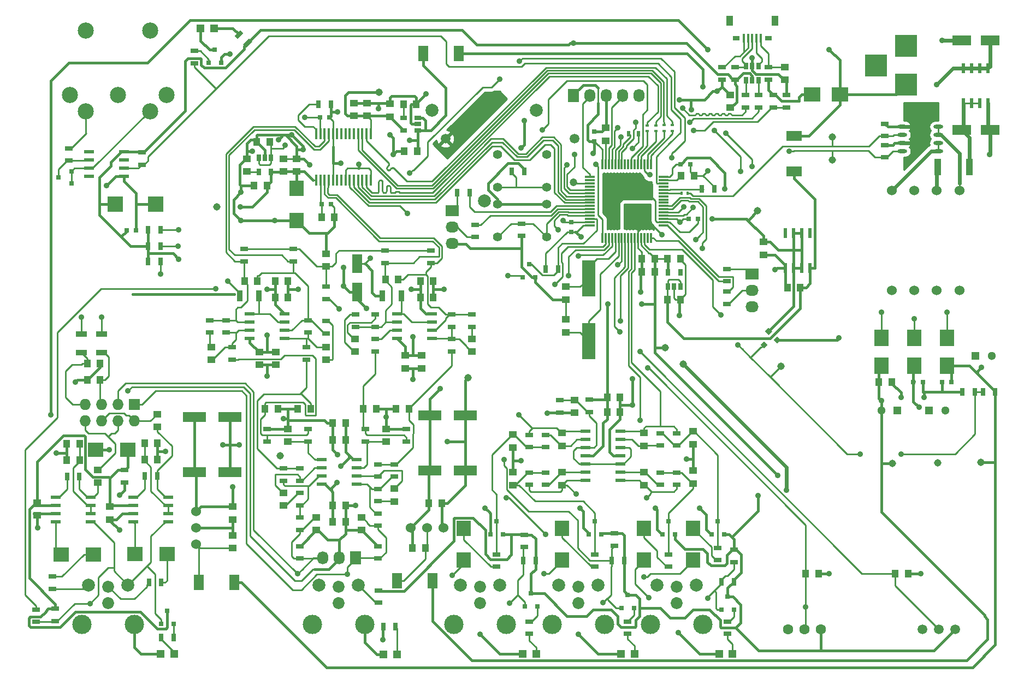
<source format=gbr>
G04 #@! TF.FileFunction,Copper,L1,Top,Signal*
%FSLAX45Y45*%
G04 Gerber Fmt 4.5, Leading zero omitted, Abs format (unit mm)*
G04 Created by KiCad (PCBNEW 4.0.0-stable) date 12/22/2015 12:01:39 PM*
%MOMM*%
G01*
G04 APERTURE LIST*
%ADD10C,0.100000*%
%ADD11C,2.499360*%
%ADD12R,1.000000X1.250000*%
%ADD13R,1.300000X0.700000*%
%ADD14R,1.500000X0.600000*%
%ADD15R,1.250000X1.000000*%
%ADD16C,1.500000*%
%ADD17C,2.000000*%
%ADD18R,2.370000X2.430000*%
%ADD19R,0.800000X0.750000*%
%ADD20R,1.600200X2.999740*%
%ADD21R,2.999740X1.600200*%
%ADD22C,1.300000*%
%ADD23R,1.300000X1.300000*%
%ADD24R,3.599180X1.600200*%
%ADD25R,2.230000X2.370000*%
%ADD26R,2.370000X2.230000*%
%ADD27R,3.500120X3.500120*%
%ADD28R,2.499360X2.301240*%
%ADD29R,0.800100X0.800100*%
%ADD30R,1.198880X1.198880*%
%ADD31R,2.301240X2.499360*%
%ADD32R,2.400000X1.500000*%
%ADD33R,1.500000X2.400000*%
%ADD34R,0.700000X1.300000*%
%ADD35R,1.727200X2.032000*%
%ADD36O,1.727200X2.032000*%
%ADD37R,2.032000X1.727200*%
%ADD38O,2.032000X1.727200*%
%ADD39R,0.400000X1.350000*%
%ADD40R,1.000000X0.800000*%
%ADD41R,1.000000X1.550000*%
%ADD42R,1.727200X1.727200*%
%ADD43O,1.727200X1.727200*%
%ADD44R,0.600000X1.550000*%
%ADD45O,1.473200X0.609600*%
%ADD46C,1.397000*%
%ADD47R,0.300000X1.500000*%
%ADD48R,1.500000X0.300000*%
%ADD49R,0.650000X1.060000*%
%ADD50R,0.450000X1.750000*%
%ADD51R,1.550000X0.600000*%
%ADD52C,1.524000*%
%ADD53R,1.060000X0.650000*%
%ADD54R,2.100580X5.600700*%
%ADD55R,0.750000X0.800000*%
%ADD56R,0.400000X0.600000*%
%ADD57C,3.000000*%
%ADD58C,1.850000*%
%ADD59R,0.900000X1.700000*%
%ADD60R,1.700000X0.900000*%
%ADD61C,1.200000*%
%ADD62R,0.500000X0.900000*%
%ADD63R,1.000000X2.500000*%
%ADD64R,0.600000X0.400000*%
%ADD65C,1.143000*%
%ADD66C,1.600000*%
%ADD67C,1.501140*%
%ADD68C,0.900000*%
%ADD69C,0.400000*%
%ADD70C,0.250000*%
%ADD71C,0.600000*%
%ADD72C,0.254000*%
G04 APERTURE END LIST*
D10*
D11*
X3645408Y-6370320D03*
X2395982Y-6620510D03*
X2895600Y-6370574D03*
X2145792Y-6370320D03*
X3395218Y-6620510D03*
X2395474Y-5370830D03*
X3395726Y-5370830D03*
D12*
X7529500Y-7239000D03*
X7329500Y-7239000D03*
D13*
X8064500Y-10153900D03*
X8064500Y-10343900D03*
D14*
X10144000Y-11582400D03*
X10144000Y-11709400D03*
X10144000Y-11836400D03*
X10144000Y-11963400D03*
X10144000Y-12090400D03*
X10144000Y-12217400D03*
X10144000Y-12344400D03*
X10684000Y-12344400D03*
X10684000Y-12217400D03*
X10684000Y-12090400D03*
X10684000Y-11963400D03*
X10684000Y-11836400D03*
X10684000Y-11709400D03*
X10684000Y-11582400D03*
D15*
X6565900Y-10148900D03*
X6565900Y-10348900D03*
D12*
X5053000Y-9258300D03*
X4853000Y-9258300D03*
X5326696Y-9251517D03*
X5526696Y-9251517D03*
X5326696Y-9505517D03*
X5526696Y-9505517D03*
D13*
X5715000Y-12160500D03*
X5715000Y-12350500D03*
X5207000Y-11551238D03*
X5207000Y-11741238D03*
X6921500Y-12859000D03*
X6921500Y-13049000D03*
D16*
X9969500Y-7048500D03*
X7969500Y-7048500D03*
D17*
X8569500Y-8008500D03*
X9379500Y-6608500D03*
X7759500Y-6608500D03*
D15*
X9831099Y-9343241D03*
X9831099Y-9543241D03*
X9831099Y-10051241D03*
X9831099Y-9851241D03*
D12*
X11212500Y-8909050D03*
X11012500Y-8909050D03*
X11212500Y-9112250D03*
X11012500Y-9112250D03*
X11622100Y-7620000D03*
X11822100Y-7620000D03*
D15*
X12382500Y-6564300D03*
X12382500Y-6364300D03*
X10452100Y-7078650D03*
X10452100Y-6878650D03*
X13233400Y-5932500D03*
X13233400Y-6132500D03*
D18*
X3474300Y-8064500D03*
X2850300Y-8064500D03*
D15*
X6552278Y-6690762D03*
X6552278Y-6490762D03*
X6755478Y-6690762D03*
X6755478Y-6490762D03*
X5664200Y-7554900D03*
X5664200Y-7354900D03*
X5461000Y-7554900D03*
X5461000Y-7354900D03*
D19*
X6046400Y-8064500D03*
X6196400Y-8064500D03*
D12*
X6046800Y-8267700D03*
X6246800Y-8267700D03*
D19*
X6021000Y-6718300D03*
X6171000Y-6718300D03*
D20*
X6604000Y-8987536D03*
X6604000Y-9427464D03*
D21*
X16412464Y-5524500D03*
X15972536Y-5524500D03*
X15972536Y-6908800D03*
X16412464Y-6908800D03*
D12*
X13468721Y-9355519D03*
X13268721Y-9355519D03*
X11413849Y-9544841D03*
X11613849Y-9544841D03*
D15*
X4673600Y-13396900D03*
X4673600Y-13196900D03*
D12*
X7456500Y-13398500D03*
X7656500Y-13398500D03*
D15*
X4673600Y-12752400D03*
X4673600Y-12952400D03*
D12*
X7710500Y-12700000D03*
X7910500Y-12700000D03*
X14689150Y-10820400D03*
X14889150Y-10820400D03*
D15*
X12898821Y-8645919D03*
X12898821Y-8845919D03*
D12*
X11413849Y-8909841D03*
X11613849Y-8909841D03*
D22*
X14725650Y-11264900D03*
D23*
X14975650Y-11264900D03*
D24*
X4081018Y-12217400D03*
X4631182Y-12217400D03*
X8276082Y-11341100D03*
X7725918Y-11341100D03*
D19*
X15816650Y-10820400D03*
X15666650Y-10820400D03*
X15222150Y-10820400D03*
X15372150Y-10820400D03*
D24*
X4081018Y-11366500D03*
X4631182Y-11366500D03*
X8276082Y-12192000D03*
X7725918Y-12192000D03*
D22*
X16436150Y-10414000D03*
D23*
X16186150Y-10414000D03*
D22*
X15716250Y-11264900D03*
D23*
X15466250Y-11264900D03*
D12*
X5242795Y-7099300D03*
X5042795Y-7099300D03*
X7316800Y-6515100D03*
X7516800Y-6515100D03*
D15*
X4888795Y-7554846D03*
X4888795Y-7354846D03*
X7112000Y-6704000D03*
X7112000Y-6504000D03*
D12*
X5204695Y-7772346D03*
X5004695Y-7772346D03*
D25*
X5664200Y-8311500D03*
X5664200Y-7817500D03*
D12*
X2614403Y-10791446D03*
X2414403Y-10791446D03*
X2614403Y-10537446D03*
X2414403Y-10537446D03*
D15*
X6121400Y-9028100D03*
X6121400Y-8828100D03*
D12*
X7237400Y-9232900D03*
X7037400Y-9232900D03*
D15*
X5335040Y-10354376D03*
X5335040Y-10554376D03*
X5081040Y-10354376D03*
X5081040Y-10554376D03*
X3505200Y-11517300D03*
X3505200Y-11317300D03*
X2578100Y-12380900D03*
X2578100Y-12180900D03*
X8382000Y-10148900D03*
X8382000Y-10348900D03*
X6121400Y-10475900D03*
X6121400Y-10275900D03*
X4343400Y-10275900D03*
X4343400Y-10475900D03*
D12*
X3303600Y-12026900D03*
X3503600Y-12026900D03*
D26*
X2547000Y-11874500D03*
X3041000Y-11874500D03*
D12*
X2296903Y-12036046D03*
X2096903Y-12036046D03*
X3303600Y-11772900D03*
X3503600Y-11772900D03*
D15*
X7342384Y-10407175D03*
X7342384Y-10607175D03*
D12*
X2296903Y-11782046D03*
X2096903Y-11782046D03*
D15*
X7596384Y-10407175D03*
X7596384Y-10607175D03*
D12*
X7581728Y-9512638D03*
X7781728Y-9512638D03*
X7581728Y-9258638D03*
X7781728Y-9258638D03*
X6694500Y-11239500D03*
X6894500Y-11239500D03*
X7202500Y-11239500D03*
X7402500Y-11239500D03*
X5678500Y-11239500D03*
X5878500Y-11239500D03*
X5170500Y-11239500D03*
X5370500Y-11239500D03*
D15*
X1638300Y-12688900D03*
X1638300Y-12888900D03*
X2768600Y-12752400D03*
X2768600Y-12952400D03*
D26*
X3650600Y-13487400D03*
X3156600Y-13487400D03*
X2507403Y-13496546D03*
X2013403Y-13496546D03*
D15*
X7048500Y-11546238D03*
X7048500Y-11746238D03*
X5524500Y-11546238D03*
X5524500Y-11746238D03*
X7175500Y-12673000D03*
X7175500Y-12473000D03*
D12*
X6422828Y-11722100D03*
X6222828Y-11722100D03*
D15*
X5461000Y-12736500D03*
X5461000Y-12536500D03*
D12*
X6422828Y-11455738D03*
X6222828Y-11455738D03*
X6222828Y-12738100D03*
X6422828Y-12738100D03*
X6222828Y-12992100D03*
X6422828Y-12992100D03*
D15*
X6667500Y-12917500D03*
X6667500Y-13117500D03*
X5969000Y-12917500D03*
X5969000Y-13117500D03*
D25*
X9779000Y-13088000D03*
X9779000Y-13582000D03*
X8255000Y-13088000D03*
X8255000Y-13582000D03*
X11049000Y-13088000D03*
X11049000Y-13582000D03*
X11811000Y-13088000D03*
X11811000Y-13582000D03*
D15*
X9017000Y-11834800D03*
X9017000Y-11634800D03*
X9017000Y-12219000D03*
X9017000Y-12419000D03*
X11811000Y-12192000D03*
X11811000Y-12392000D03*
X11811000Y-11784000D03*
X11811000Y-11584000D03*
X9779000Y-11809400D03*
X9779000Y-11609400D03*
X9779000Y-12219000D03*
X9779000Y-12419000D03*
X11049000Y-12219000D03*
X11049000Y-12419000D03*
X11049000Y-11809400D03*
X11049000Y-11609400D03*
D12*
X10676322Y-11288709D03*
X10476322Y-11288709D03*
X10476322Y-11060109D03*
X10676322Y-11060109D03*
D15*
X9973346Y-11097943D03*
X9973346Y-11297943D03*
D12*
X14943150Y-13792200D03*
X15143150Y-13792200D03*
X13552500Y-13792200D03*
X13752500Y-13792200D03*
D27*
X15113000Y-6208014D03*
X15113000Y-5608066D03*
X14643100Y-5908040D03*
D28*
X14083284Y-6362700D03*
X13653516Y-6362700D03*
D29*
X2170176Y-7740400D03*
X2170176Y-7550400D03*
X1970278Y-7645400D03*
D30*
X4384802Y-5334000D03*
X4174998Y-5334000D03*
D31*
X15741650Y-10565384D03*
X15741650Y-10135616D03*
X14725650Y-10135616D03*
X14725650Y-10565384D03*
X15233650Y-10565384D03*
X15233650Y-10135616D03*
D10*
G36*
X13170326Y-10167350D02*
X13113750Y-10223926D01*
X13057175Y-10167350D01*
X13113750Y-10110775D01*
X13170326Y-10167350D01*
X13170326Y-10167350D01*
G37*
G36*
X13035976Y-10033000D02*
X12979400Y-10089576D01*
X12922824Y-10033000D01*
X12979400Y-9976424D01*
X13035976Y-10033000D01*
X13035976Y-10033000D01*
G37*
G36*
X12961801Y-10241524D02*
X12905226Y-10298100D01*
X12848650Y-10241524D01*
X12905226Y-10184949D01*
X12961801Y-10241524D01*
X12961801Y-10241524D01*
G37*
D30*
X3762502Y-15036800D03*
X3552698Y-15036800D03*
X7216902Y-15046198D03*
X7007098Y-15046198D03*
X9375902Y-15036800D03*
X9166098Y-15036800D03*
X10899902Y-15036800D03*
X10690098Y-15036800D03*
X12420600Y-15036800D03*
X12210796Y-15036800D03*
D29*
X12097000Y-13181076D03*
X12287000Y-13181076D03*
X12192000Y-12981178D03*
X8668000Y-13181076D03*
X8858000Y-13181076D03*
X8763000Y-12981178D03*
X10192000Y-13181076D03*
X10382000Y-13181076D03*
X10287000Y-12981178D03*
X11335000Y-13181076D03*
X11525000Y-13181076D03*
X11430000Y-12981178D03*
D13*
X12979400Y-6127500D03*
X12979400Y-5937500D03*
X12255500Y-5937500D03*
X12255500Y-6127500D03*
D32*
X13373100Y-7002100D03*
X13373100Y-7552100D03*
D33*
X4694600Y-13931900D03*
X4144600Y-13931900D03*
X7768000Y-13906500D03*
X7218000Y-13906500D03*
X8174400Y-5727700D03*
X7624400Y-5727700D03*
D13*
X6121400Y-9531100D03*
X6121400Y-9341100D03*
X2997200Y-12375900D03*
X2997200Y-12185900D03*
D34*
X3562100Y-13931900D03*
X3372100Y-13931900D03*
D13*
X1879600Y-13836900D03*
X1879600Y-14026900D03*
D35*
X9956800Y-6375400D03*
D36*
X10210800Y-6375400D03*
X10464800Y-6375400D03*
X10718800Y-6375400D03*
X10972800Y-6375400D03*
D37*
X12723033Y-9142550D03*
D38*
X12723033Y-9396550D03*
X12723033Y-9650550D03*
D37*
X8077200Y-8166100D03*
D38*
X8077200Y-8420100D03*
X8077200Y-8674100D03*
D39*
X12855490Y-5490254D03*
X12790490Y-5490254D03*
X12725490Y-5490254D03*
X12660490Y-5490254D03*
X12595490Y-5490254D03*
D40*
X12975490Y-5490254D03*
X12475490Y-5490254D03*
D41*
X13075490Y-5220254D03*
X12375490Y-5220254D03*
D42*
X3149403Y-11172446D03*
D43*
X3149403Y-11426446D03*
X2895403Y-11172446D03*
X2895403Y-11426446D03*
X2641403Y-11172446D03*
X2641403Y-11426446D03*
X2387403Y-11172446D03*
X2387403Y-11426446D03*
D29*
X4299200Y-5865876D03*
X4489200Y-5865876D03*
X4394200Y-5665978D03*
D44*
X16002000Y-6493000D03*
X16129000Y-6493000D03*
X16256000Y-6493000D03*
X16383000Y-6493000D03*
X16383000Y-5953000D03*
X16256000Y-5953000D03*
X16129000Y-5953000D03*
X16002000Y-5953000D03*
D45*
X15049500Y-6858000D03*
X15049500Y-6985000D03*
X15049500Y-7112000D03*
X15049500Y-7239000D03*
X15608300Y-7239000D03*
X15608300Y-7112000D03*
X15608300Y-6985000D03*
X15608300Y-6858000D03*
D29*
X3562600Y-14569622D03*
X3752600Y-14569622D03*
X3657600Y-14369724D03*
D13*
X9150350Y-8553200D03*
X9150350Y-8363200D03*
D34*
X8998200Y-7550150D03*
X9188200Y-7550150D03*
D13*
X12331700Y-9068050D03*
X12331700Y-9258050D03*
X12331700Y-9607300D03*
X12331700Y-9417300D03*
D34*
X8153900Y-7886700D03*
X8343900Y-7886700D03*
D13*
X8426450Y-8572250D03*
X8426450Y-8382250D03*
X12827000Y-6369300D03*
X12827000Y-6559300D03*
X12623800Y-6369300D03*
X12623800Y-6559300D03*
X13258800Y-6369300D03*
X13258800Y-6559300D03*
X13055600Y-6559300D03*
X13055600Y-6369300D03*
X12458700Y-5937500D03*
X12458700Y-6127500D03*
D34*
X3549400Y-8458200D03*
X3359400Y-8458200D03*
X3549400Y-8712200D03*
X3359400Y-8712200D03*
X3549400Y-8953500D03*
X3359400Y-8953500D03*
X12134600Y-7823200D03*
X11944600Y-7823200D03*
D13*
X2133600Y-7194800D03*
X2133600Y-7384800D03*
D34*
X6001000Y-6515100D03*
X6191000Y-6515100D03*
D13*
X3263900Y-7258300D03*
X3263900Y-7448300D03*
X4076700Y-5873500D03*
X4076700Y-5683500D03*
D10*
G36*
X4972911Y-5541387D02*
X4880987Y-5633311D01*
X4831489Y-5583813D01*
X4923413Y-5491889D01*
X4972911Y-5541387D01*
X4972911Y-5541387D01*
G37*
G36*
X4838561Y-5407037D02*
X4746637Y-5498961D01*
X4697139Y-5449463D01*
X4789063Y-5357539D01*
X4838561Y-5407037D01*
X4838561Y-5407037D01*
G37*
D13*
X14782800Y-7003800D03*
X14782800Y-6813800D03*
X14782800Y-7334000D03*
X14782800Y-7144000D03*
D34*
X16490700Y-10972800D03*
X16300700Y-10972800D03*
X16173200Y-10972800D03*
X15983200Y-10972800D03*
X3752403Y-14782800D03*
X3562403Y-14782800D03*
D13*
X7035800Y-8782300D03*
X7035800Y-8972300D03*
X5613400Y-8946900D03*
X5613400Y-8756900D03*
X7747000Y-8782300D03*
X7747000Y-8972300D03*
X4851400Y-8946900D03*
X4851400Y-8756900D03*
X8382000Y-9772900D03*
X8382000Y-9962900D03*
X6883400Y-9962900D03*
X6883400Y-9772900D03*
X6121400Y-10064500D03*
X6121400Y-9874500D03*
X4316228Y-9862138D03*
X4316228Y-10052138D03*
X6578600Y-9962900D03*
X6578600Y-9772900D03*
X4570228Y-9862138D03*
X4570228Y-10052138D03*
X5840228Y-9862138D03*
X5840228Y-10052138D03*
X8064500Y-9772900D03*
X8064500Y-9962900D03*
X6883400Y-10153900D03*
X6883400Y-10343900D03*
X5816600Y-10280900D03*
X5816600Y-10470900D03*
X4660900Y-10280900D03*
X4660900Y-10470900D03*
X7366000Y-11551238D03*
X7366000Y-11741238D03*
X7175500Y-12097000D03*
X7175500Y-12287000D03*
X5461000Y-12160500D03*
X5461000Y-12350500D03*
X6731000Y-11551238D03*
X6731000Y-11741238D03*
X6921500Y-12097000D03*
X6921500Y-12287000D03*
X5842000Y-11551238D03*
X5842000Y-11741238D03*
D34*
X3308600Y-12280900D03*
X3498600Y-12280900D03*
X2101903Y-12290046D03*
X2291903Y-12290046D03*
D13*
X6921500Y-12668000D03*
X6921500Y-12478000D03*
X5715000Y-12541500D03*
X5715000Y-12731500D03*
X5715000Y-12922500D03*
X5715000Y-13112500D03*
X6921500Y-13557000D03*
X6921500Y-13367000D03*
X5715000Y-13557000D03*
X5715000Y-13367000D03*
D34*
X7004300Y-14617700D03*
X7194300Y-14617700D03*
D13*
X1917700Y-14338550D03*
X1917700Y-14528550D03*
X6927850Y-14052800D03*
X6927850Y-14242800D03*
X9271000Y-14725400D03*
X9271000Y-14535400D03*
X10795000Y-14725400D03*
X10795000Y-14535400D03*
X12344400Y-14725400D03*
X12344400Y-14535400D03*
X9194800Y-13189200D03*
X9194800Y-13379200D03*
X10591800Y-13360400D03*
X10591800Y-13170400D03*
X12446000Y-13614400D03*
X12446000Y-13424400D03*
X10287000Y-13494000D03*
X10287000Y-13684000D03*
X8763000Y-13494000D03*
X8763000Y-13684000D03*
X11430000Y-13494000D03*
X11430000Y-13684000D03*
X12192000Y-13392400D03*
X12192000Y-13582400D03*
X9525000Y-11639800D03*
X9525000Y-11829800D03*
X9525000Y-12414000D03*
X9525000Y-12224000D03*
X11303000Y-12414000D03*
X11303000Y-12224000D03*
X11303000Y-11804400D03*
X11303000Y-11614400D03*
X9271000Y-11639800D03*
X9271000Y-11829800D03*
X9271000Y-12414000D03*
X9271000Y-12224000D03*
X11557000Y-12414000D03*
X11557000Y-12224000D03*
X11557000Y-11614400D03*
X11557000Y-11804400D03*
X10201946Y-11286343D03*
X10201946Y-11096343D03*
X9744746Y-11292943D03*
X9744746Y-11102943D03*
D46*
X8775700Y-8572500D03*
X8775700Y-8064500D03*
X9537700Y-8572500D03*
X9537700Y-8064500D03*
X9537700Y-7289800D03*
X9537700Y-7797800D03*
X8775700Y-7289800D03*
X8775700Y-7797800D03*
D47*
X10402249Y-8584491D03*
X10452249Y-8584491D03*
X10502249Y-8584491D03*
X10552249Y-8584491D03*
X10602249Y-8584491D03*
X10652249Y-8584491D03*
X10702249Y-8584491D03*
X10752249Y-8584491D03*
X10802249Y-8584491D03*
X10852249Y-8584491D03*
X10902249Y-8584491D03*
X10952249Y-8584491D03*
X11002249Y-8584491D03*
X11052249Y-8584491D03*
X11102249Y-8584491D03*
X11152249Y-8584491D03*
D48*
X11347249Y-8389491D03*
X11347249Y-8339491D03*
X11347249Y-8289491D03*
X11347249Y-8239491D03*
X11347249Y-8189491D03*
X11347249Y-8139491D03*
X11347249Y-8089491D03*
X11347249Y-8039491D03*
X11347249Y-7989491D03*
X11347249Y-7939491D03*
X11347249Y-7889491D03*
X11347249Y-7839491D03*
X11347249Y-7789491D03*
X11347249Y-7739491D03*
X11347249Y-7689491D03*
X11347249Y-7639491D03*
D47*
X11152249Y-7444491D03*
X11102249Y-7444491D03*
X11052249Y-7444491D03*
X11002249Y-7444491D03*
X10952249Y-7444491D03*
X10902249Y-7444491D03*
X10852249Y-7444491D03*
X10802249Y-7444491D03*
X10752249Y-7444491D03*
X10702249Y-7444491D03*
X10652249Y-7444491D03*
X10602249Y-7444491D03*
X10552249Y-7444491D03*
X10502249Y-7444491D03*
X10452249Y-7444491D03*
X10402249Y-7444491D03*
D48*
X10207249Y-7639491D03*
X10207249Y-7689491D03*
X10207249Y-7739491D03*
X10207249Y-7789491D03*
X10207249Y-7839491D03*
X10207249Y-7889491D03*
X10207249Y-7939491D03*
X10207249Y-7989491D03*
X10207249Y-8039491D03*
X10207249Y-8089491D03*
X10207249Y-8139491D03*
X10207249Y-8189491D03*
X10207249Y-8239491D03*
X10207249Y-8289491D03*
X10207249Y-8339491D03*
X10207249Y-8389491D03*
D49*
X12820400Y-5922500D03*
X12725400Y-5922500D03*
X12630400Y-5922500D03*
X12630400Y-6142500D03*
X12820400Y-6142500D03*
X12725400Y-6142500D03*
D50*
X6810600Y-6967900D03*
X6745600Y-6967900D03*
X6680600Y-6967900D03*
X6615600Y-6967900D03*
X6550600Y-6967900D03*
X6485600Y-6967900D03*
X6420600Y-6967900D03*
X6355600Y-6967900D03*
X6290600Y-6967900D03*
X6225600Y-6967900D03*
X6160600Y-6967900D03*
X6095600Y-6967900D03*
X6030600Y-6967900D03*
X5965600Y-6967900D03*
X5965600Y-7687900D03*
X6030600Y-7687900D03*
X6095600Y-7687900D03*
X6160600Y-7687900D03*
X6225600Y-7687900D03*
X6290600Y-7687900D03*
X6355600Y-7687900D03*
X6420600Y-7687900D03*
X6485600Y-7687900D03*
X6550600Y-7687900D03*
X6615600Y-7687900D03*
X6680600Y-7687900D03*
X6745600Y-7687900D03*
X6810600Y-7687900D03*
D51*
X2447800Y-7251700D03*
X2447800Y-7378700D03*
X2447800Y-7505700D03*
X2447800Y-7632700D03*
X2987800Y-7632700D03*
X2987800Y-7505700D03*
X2987800Y-7378700D03*
X2987800Y-7251700D03*
D52*
X4102100Y-13081000D03*
X4102100Y-13335000D03*
X4102100Y-12827000D03*
X7683500Y-13081000D03*
X7937500Y-13081000D03*
X7429500Y-13081000D03*
D44*
X13241721Y-9054019D03*
X13368721Y-9054019D03*
X13495721Y-9054019D03*
X13622721Y-9054019D03*
X13622721Y-8514019D03*
X13495721Y-8514019D03*
X13368721Y-8514019D03*
X13241721Y-8514019D03*
D49*
X11418849Y-9337341D03*
X11513849Y-9337341D03*
X11608849Y-9337341D03*
X11608849Y-9117341D03*
X11418849Y-9117341D03*
D53*
X7539500Y-6914900D03*
X7539500Y-6819900D03*
X7539500Y-6724900D03*
X7319500Y-6724900D03*
X7319500Y-6914900D03*
D49*
X5263195Y-7344846D03*
X5168195Y-7344846D03*
X5073195Y-7344846D03*
X5073195Y-7564846D03*
X5263195Y-7564846D03*
D51*
X7761228Y-10147638D03*
X7761228Y-10020638D03*
X7761228Y-9893638D03*
X7761228Y-9766638D03*
X7221228Y-9766638D03*
X7221228Y-9893638D03*
X7221228Y-10020638D03*
X7221228Y-10147638D03*
X5475228Y-10147638D03*
X5475228Y-10020638D03*
X5475228Y-9893638D03*
X5475228Y-9766638D03*
X4935228Y-9766638D03*
X4935228Y-9893638D03*
X4935228Y-10020638D03*
X4935228Y-10147638D03*
X3673403Y-12988546D03*
X3673403Y-12861546D03*
X3673403Y-12734546D03*
X3673403Y-12607546D03*
X3133403Y-12607546D03*
X3133403Y-12734546D03*
X3133403Y-12861546D03*
X3133403Y-12988546D03*
X2466903Y-12988546D03*
X2466903Y-12861546D03*
X2466903Y-12734546D03*
X2466903Y-12607546D03*
X1926903Y-12607546D03*
X1926903Y-12734546D03*
X1926903Y-12861546D03*
X1926903Y-12988546D03*
X6592828Y-12408238D03*
X6592828Y-12281238D03*
X6592828Y-12154238D03*
X6592828Y-12027238D03*
X6052828Y-12027238D03*
X6052828Y-12154238D03*
X6052828Y-12281238D03*
X6052828Y-12408238D03*
D54*
X10186699Y-10182127D03*
X10186699Y-9212355D03*
D55*
X10274300Y-7085400D03*
X10274300Y-6935400D03*
D19*
X11736000Y-8293100D03*
X11886000Y-8293100D03*
X11615350Y-7442200D03*
X11765350Y-7442200D03*
D55*
X9918700Y-8488750D03*
X9918700Y-8338750D03*
D19*
X3023800Y-8470900D03*
X3173800Y-8470900D03*
D56*
X11722650Y-7893050D03*
X11632650Y-7893050D03*
D57*
X3149600Y-14579600D03*
X2336800Y-14579600D03*
D17*
X3048000Y-13970000D03*
X2438400Y-13970000D03*
D58*
X2743200Y-13995400D03*
X2743200Y-14249400D03*
D57*
X6718300Y-14579600D03*
X5905500Y-14579600D03*
D17*
X6616700Y-13970000D03*
X6007100Y-13970000D03*
D58*
X6311900Y-13995400D03*
X6311900Y-14249400D03*
D57*
X11963400Y-14579600D03*
X11150600Y-14579600D03*
D17*
X11861800Y-13970000D03*
X11252200Y-13970000D03*
D58*
X11557000Y-13995400D03*
X11557000Y-14249400D03*
D57*
X8915400Y-14579600D03*
X8102600Y-14579600D03*
D17*
X8813800Y-13970000D03*
X8204200Y-13970000D03*
D58*
X8509000Y-13995400D03*
X8509000Y-14249400D03*
D57*
X10439400Y-14579600D03*
X9626600Y-14579600D03*
D17*
X10337800Y-13970000D03*
X9728200Y-13970000D03*
D58*
X10033000Y-13995400D03*
X10033000Y-14249400D03*
D35*
X6578600Y-13550900D03*
D36*
X6324600Y-13550900D03*
X6070600Y-13550900D03*
D59*
X7282400Y-9486900D03*
X6992400Y-9486900D03*
X5072600Y-9486900D03*
X4782600Y-9486900D03*
D60*
X2641403Y-10074946D03*
X2641403Y-10364946D03*
X2323903Y-10074946D03*
X2323903Y-10364946D03*
D29*
X12249400Y-14349476D03*
X12439400Y-14349476D03*
X12344400Y-14149578D03*
X9201400Y-14298676D03*
X9391400Y-14298676D03*
X9296400Y-14098778D03*
X10700000Y-14324076D03*
X10890000Y-14324076D03*
X10795000Y-14124178D03*
D34*
X12249400Y-13919200D03*
X12439400Y-13919200D03*
X9176000Y-13589000D03*
X9366000Y-13589000D03*
X10547600Y-13589000D03*
X10737600Y-13589000D03*
D52*
X15586450Y-9398300D03*
X15236450Y-9398300D03*
X14886450Y-9398300D03*
X15936450Y-9398300D03*
X15586450Y-7848300D03*
X15236450Y-7848300D03*
X14886450Y-7848300D03*
X15936450Y-7848300D03*
D61*
X9956800Y-7721600D03*
D62*
X10960100Y-6972300D03*
X10810100Y-6972300D03*
D63*
X15598250Y-7486650D03*
X16088250Y-7486650D03*
D29*
X9169650Y-9193276D03*
X9359650Y-9193276D03*
X9264650Y-8993378D03*
D13*
X1625600Y-14351500D03*
X1625600Y-14541500D03*
D34*
X9525250Y-9067800D03*
X9715250Y-9067800D03*
D64*
X11100000Y-6930000D03*
X11100000Y-6840000D03*
X11490000Y-6925000D03*
X11490000Y-6835000D03*
X11360000Y-6925000D03*
X11360000Y-6835000D03*
X11230000Y-6930000D03*
X11230000Y-6840000D03*
D65*
X16268700Y-12065000D03*
X13963650Y-7023100D03*
X13963650Y-7372350D03*
X15601950Y-12071350D03*
X14897100Y-12084050D03*
X12807950Y-8166100D03*
X11372850Y-10287000D03*
X5403850Y-11963400D03*
X8318500Y-10756900D03*
X13169900Y-10579100D03*
X6940550Y-6324600D03*
X4425950Y-8102600D03*
D66*
X13538200Y-14655800D03*
X13792200Y-14655800D03*
X13284200Y-14655800D03*
D67*
X15621000Y-14655800D03*
X15875000Y-14655800D03*
X15367000Y-14655800D03*
D65*
X11658600Y-10541000D03*
D68*
X10299700Y-7442200D03*
X7112000Y-6985000D03*
X7162800Y-7289800D03*
X6934200Y-6578600D03*
X6625640Y-7441002D03*
X11780000Y-6600000D03*
X11600000Y-6440000D03*
X2235200Y-10820400D03*
X8483600Y-6756400D03*
X9144000Y-7188200D03*
X9194800Y-6769100D03*
X8775700Y-6464300D03*
X8674100Y-6362700D03*
X8382000Y-6654800D03*
X4627101Y-5735025D03*
X11112500Y-7899400D03*
X7670800Y-6350000D03*
X13081000Y-9080500D03*
X2717800Y-7772400D03*
X3632200Y-11899900D03*
X9791700Y-8318500D03*
X1651000Y-13081000D03*
X2914650Y-13119100D03*
X2755900Y-11874500D03*
X1936750Y-11925300D03*
X12179300Y-6311900D03*
X12039600Y-7543800D03*
X12725400Y-5791200D03*
X11010900Y-9613900D03*
X10490200Y-9613900D03*
X12814300Y-12585700D03*
X13119100Y-12268200D03*
X10871200Y-10769600D03*
X13258800Y-12496800D03*
X5588000Y-6985000D03*
X5765800Y-7213600D03*
X4978400Y-7239000D03*
X5384800Y-7061200D03*
X6299200Y-6629400D03*
X13919200Y-13792200D03*
X15341600Y-13792200D03*
X10896600Y-8229600D03*
X11328400Y-8534400D03*
X6388100Y-9042400D03*
X6391026Y-9334500D03*
X6743700Y-9677400D03*
X11595100Y-9791700D03*
X10998200Y-9423400D03*
X5321300Y-8318500D03*
X4800600Y-8318500D03*
X4800600Y-7874000D03*
X4775200Y-11798300D03*
X4521200Y-11798300D03*
X7886700Y-10922000D03*
X8585200Y-12776200D03*
X3048000Y-10960100D03*
X8509000Y-14732000D03*
X10033000Y-14732000D03*
X11582400Y-14706600D03*
X9144000Y-12039600D03*
X9550400Y-11303000D03*
X10871200Y-11176000D03*
X11709400Y-12014200D03*
X10058400Y-12776200D03*
X11226800Y-12776200D03*
X11912600Y-12776200D03*
X5867400Y-7454900D03*
X6350000Y-7429500D03*
X5461000Y-11391900D03*
X7048500Y-11366500D03*
X6578600Y-12738100D03*
X6299200Y-11950700D03*
X7467600Y-10782300D03*
X7950200Y-9385300D03*
X5207000Y-10731500D03*
X5689600Y-9385300D03*
X3835400Y-8915400D03*
X10259774Y-7269927D03*
X12299702Y-7823200D03*
X11607800Y-8343900D03*
X9956800Y-5562600D03*
X10071100Y-8572500D03*
X12103100Y-8293100D03*
X6997700Y-14820900D03*
X4787900Y-8102600D03*
X4597400Y-9258300D03*
X5791200Y-6718300D03*
X6807200Y-8902700D03*
X15252700Y-7264400D03*
X15303500Y-7086600D03*
X15303500Y-6908800D03*
X15532100Y-6540500D03*
X15417800Y-6540500D03*
X15303500Y-6540500D03*
X15189200Y-6540500D03*
X15113000Y-7404100D03*
X15532100Y-6705600D03*
X15189200Y-6705600D03*
X15303500Y-6705600D03*
X14071600Y-10134600D03*
X15417800Y-6705600D03*
X16408400Y-7289800D03*
X15671800Y-5524500D03*
X15386050Y-11061700D03*
X15030450Y-11061700D03*
X6286500Y-12382500D03*
X4673600Y-12446000D03*
X6324600Y-9690100D03*
X5207000Y-10096500D03*
X7467600Y-10121900D03*
X6350000Y-12128500D03*
X8001000Y-11747500D03*
X5207137Y-9378676D03*
X7442200Y-9385300D03*
X14725650Y-11112500D03*
X16281400Y-10591800D03*
X11959360Y-6242070D03*
X15310450Y-11214100D03*
X7416800Y-7073900D03*
X5486400Y-7150100D03*
X6451600Y-13804900D03*
X5679215Y-13795883D03*
X9499600Y-13792200D03*
X8077200Y-13817600D03*
X11124498Y-14165796D03*
X11049000Y-13843000D03*
X9105900Y-11328400D03*
X11849100Y-8610600D03*
X9994900Y-12560300D03*
X11950700Y-8750300D03*
X11087100Y-12617450D03*
X10985500Y-11417300D03*
X10985500Y-10350500D03*
X10674350Y-10045700D03*
X13550900Y-14312900D03*
X11104807Y-10604348D03*
X10680700Y-9874250D03*
X3835400Y-8458200D03*
X9855200Y-7454900D03*
X3822700Y-8712200D03*
X9969500Y-7289800D03*
X3556000Y-9144000D03*
X9474200Y-6908800D03*
X2921000Y-12573000D03*
X1854200Y-11328400D03*
X12039600Y-5664200D03*
X13919200Y-5664200D03*
X15585186Y-6208014D03*
X15741650Y-9740900D03*
X14725650Y-9740900D03*
X15233650Y-9842500D03*
X12503295Y-10244203D03*
X15036800Y-11938000D03*
X14401800Y-11938000D03*
X12242800Y-9779000D03*
X10643599Y-9004703D03*
X13300000Y-7240000D03*
X10867113Y-7195274D03*
X11757502Y-6788575D03*
X10687103Y-7023100D03*
X11642895Y-6574203D03*
X10642100Y-6878658D03*
X11813924Y-6914637D03*
X10919984Y-6790347D03*
X2641600Y-9817100D03*
X12319000Y-6959600D03*
X12725400Y-7480300D03*
X11811000Y-8115300D03*
X2324100Y-9817100D03*
X12141200Y-6921500D03*
X12547600Y-7556500D03*
X11666714Y-8100918D03*
X9715500Y-8458200D03*
X9664700Y-9309100D03*
X8966200Y-14249400D03*
X9880600Y-9169400D03*
X8877300Y-12026900D03*
X10414000Y-14238498D03*
X8911259Y-12614449D03*
X9525000Y-13182600D03*
X10033000Y-8864600D03*
X12039600Y-14173200D03*
X7378700Y-8204200D03*
X7416800Y-7581900D03*
X8813800Y-6121400D03*
X9118600Y-5842000D03*
X11480800Y-7340600D03*
X11137900Y-7607300D03*
X2457450Y-14255750D03*
X4406900Y-9371098D03*
X8934450Y-9169400D03*
D69*
X3124200Y-9461500D02*
X4692200Y-9461500D01*
D70*
X10337800Y-8229600D02*
X10337800Y-7480300D01*
X10337800Y-7480300D02*
X10299700Y-7442200D01*
X10402249Y-8294049D02*
X10337800Y-8229600D01*
X10402249Y-8584491D02*
X10402249Y-8294049D01*
D69*
X7162800Y-7289800D02*
X7162800Y-7035800D01*
X7162800Y-7035800D02*
X7112000Y-6985000D01*
X7329500Y-7239000D02*
X7213600Y-7239000D01*
X7213600Y-7239000D02*
X7162800Y-7289800D01*
X6934200Y-6490762D02*
X7098762Y-6490762D01*
X6755478Y-6490762D02*
X6934200Y-6490762D01*
X6934200Y-6490762D02*
X6934200Y-6578600D01*
X6625640Y-7504642D02*
X6625640Y-7441002D01*
X6624582Y-7505700D02*
X6625640Y-7504642D01*
X6616700Y-7505700D02*
X6624582Y-7505700D01*
X7329500Y-7239000D02*
X7289800Y-7239000D01*
X7516800Y-6515100D02*
X7516800Y-6504000D01*
X7516800Y-6504000D02*
X7670800Y-6350000D01*
X11987560Y-6440000D02*
X11770000Y-6440000D01*
X11770000Y-6440000D02*
X11600000Y-6440000D01*
X11770000Y-6440000D02*
X11770000Y-6590000D01*
X11770000Y-6590000D02*
X11780000Y-6600000D01*
X12179300Y-6311900D02*
X12115660Y-6311900D01*
X12115660Y-6311900D02*
X11987560Y-6440000D01*
D70*
X6616700Y-7505700D02*
X6781800Y-7505700D01*
X6451600Y-7505700D02*
X6616700Y-7505700D01*
D69*
X2414403Y-10791446D02*
X2264154Y-10791446D01*
X2264154Y-10791446D02*
X2235200Y-10820400D01*
X3175000Y-8205300D02*
X3175000Y-8064500D01*
X3175000Y-8064500D02*
X3175000Y-7889900D01*
X3474300Y-8064500D02*
X3315800Y-8064500D01*
X3315800Y-8064500D02*
X3175000Y-8064500D01*
X3175000Y-7889900D02*
X2987800Y-7702700D01*
X2987800Y-7702700D02*
X2987800Y-7632700D01*
X3173800Y-8470900D02*
X3173800Y-8206500D01*
X3173800Y-8206500D02*
X3175000Y-8205300D01*
X8775700Y-6464300D02*
X8483600Y-6756400D01*
X9194800Y-6769100D02*
X9194800Y-7137400D01*
X9194800Y-7137400D02*
X9144000Y-7188200D01*
X8674100Y-6362700D02*
X8775700Y-6464300D01*
X8382000Y-6654800D02*
X8674100Y-6362700D01*
X7969500Y-7048500D02*
X8363200Y-6654800D01*
X8363200Y-6654800D02*
X8382000Y-6654800D01*
X10452100Y-6878650D02*
X10452100Y-6845300D01*
X10452100Y-6845300D02*
X10464800Y-6832600D01*
X10464800Y-6375400D02*
X10464800Y-6865950D01*
X10464800Y-6865950D02*
X10452100Y-6878650D01*
X10274300Y-6935400D02*
X10395350Y-6935400D01*
X10395350Y-6935400D02*
X10452100Y-6878650D01*
X10452100Y-6388100D02*
X10464800Y-6375400D01*
D70*
X11747500Y-8496300D02*
X11886000Y-8357800D01*
X11886000Y-8357800D02*
X11886000Y-8293100D01*
X11604058Y-8496300D02*
X11747500Y-8496300D01*
X11347249Y-8339491D02*
X11447249Y-8339491D01*
X11447249Y-8339491D02*
X11604058Y-8496300D01*
D69*
X4540046Y-5735025D02*
X4627101Y-5735025D01*
X4489200Y-5865876D02*
X4489200Y-5785871D01*
X4489200Y-5785871D02*
X4540046Y-5735025D01*
D70*
X11226800Y-8013700D02*
X11112500Y-7899400D01*
X11226800Y-8319042D02*
X11226800Y-8013700D01*
X11347249Y-8339491D02*
X11247249Y-8339491D01*
X11247249Y-8339491D02*
X11226800Y-8319042D01*
D69*
X13241721Y-9054019D02*
X13107481Y-9054019D01*
X13107481Y-9054019D02*
X13081000Y-9080500D01*
X13241721Y-9054019D02*
X13241721Y-9006519D01*
X13241721Y-9006519D02*
X13081121Y-8845919D01*
X13081121Y-8845919D02*
X12898821Y-8845919D01*
X13241721Y-9054019D02*
X13241721Y-9328519D01*
X13241721Y-9328519D02*
X13268721Y-9355519D01*
X2987800Y-7632700D02*
X2857500Y-7632700D01*
X2857500Y-7632700D02*
X2717800Y-7772400D01*
X3503600Y-11899900D02*
X3503600Y-11772900D01*
X3503600Y-12026900D02*
X3503600Y-11899900D01*
X3503600Y-11899900D02*
X3632200Y-11899900D01*
X9150350Y-8553200D02*
X9150350Y-8750300D01*
X9150350Y-8750300D02*
X9150350Y-9031088D01*
X8282300Y-8677700D02*
X8354900Y-8750300D01*
X8140700Y-8677700D02*
X8282300Y-8677700D01*
X8354900Y-8750300D02*
X9150350Y-8750300D01*
X9150350Y-9031088D02*
X9312538Y-9193276D01*
X9312538Y-9193276D02*
X9359650Y-9193276D01*
D70*
X9811950Y-8338750D02*
X9791700Y-8318500D01*
X9918700Y-8338750D02*
X9811950Y-8338750D01*
D69*
X1638300Y-12888900D02*
X1638300Y-13068300D01*
X1638300Y-13068300D02*
X1651000Y-13081000D01*
X2768600Y-12952400D02*
X2768600Y-12973050D01*
X2768600Y-12973050D02*
X2914650Y-13119100D01*
X9359650Y-9193276D02*
X9359650Y-9273281D01*
X9728599Y-9543241D02*
X9831099Y-9543241D01*
X9359650Y-9273281D02*
X9629610Y-9543241D01*
X9629610Y-9543241D02*
X9728599Y-9543241D01*
X2547000Y-11874500D02*
X2755900Y-11874500D01*
X2096903Y-11925300D02*
X2096903Y-12036046D01*
X2096903Y-11782046D02*
X2096903Y-11925300D01*
X2096903Y-11925300D02*
X1936750Y-11925300D01*
X12255500Y-6237300D02*
X12253900Y-6237300D01*
X12253900Y-6237300D02*
X12179300Y-6311900D01*
D70*
X11961400Y-7620000D02*
X11963400Y-7620000D01*
X11963400Y-7620000D02*
X12039600Y-7543800D01*
X11822100Y-7620000D02*
X11961400Y-7620000D01*
X11961400Y-7620000D02*
X12134600Y-7793200D01*
X12134600Y-7793200D02*
X12134600Y-7823200D01*
D69*
X12725400Y-5922500D02*
X12725400Y-5985000D01*
X13130900Y-6042500D02*
X13220900Y-6132500D01*
X12725400Y-5985000D02*
X12782900Y-6042500D01*
X12782900Y-6042500D02*
X13130900Y-6042500D01*
X13220900Y-6132500D02*
X13233400Y-6132500D01*
X12255500Y-6127500D02*
X12255500Y-6237300D01*
X12255500Y-6237300D02*
X12382500Y-6364300D01*
X12725400Y-5922500D02*
X12725400Y-5791200D01*
X13258800Y-6369300D02*
X13258800Y-6157900D01*
X13258800Y-6157900D02*
X13233400Y-6132500D01*
D70*
X9831099Y-9543241D02*
X9831099Y-9851241D01*
X11765350Y-7442200D02*
X11765350Y-7563250D01*
X11765350Y-7563250D02*
X11822100Y-7620000D01*
X10207249Y-8339491D02*
X9919441Y-8339491D01*
X9919441Y-8339491D02*
X9918700Y-8338750D01*
D69*
X3149600Y-14579600D02*
X3149600Y-14935200D01*
X3149600Y-14935200D02*
X3251200Y-15036800D01*
X3251200Y-15036800D02*
X3552698Y-15036800D01*
X7098762Y-6490762D02*
X7112000Y-6504000D01*
X6552278Y-6490762D02*
X6755478Y-6490762D01*
D70*
X6781800Y-7505700D02*
X6810600Y-7534500D01*
X6810600Y-7534500D02*
X6810600Y-7575400D01*
X6810600Y-7575400D02*
X6810600Y-7687900D01*
X6420600Y-7536700D02*
X6451600Y-7505700D01*
X6420600Y-7687900D02*
X6420600Y-7536700D01*
D69*
X7493000Y-6388100D02*
X7516800Y-6411900D01*
X7516800Y-6411900D02*
X7516800Y-6515100D01*
X7137900Y-6388100D02*
X7493000Y-6388100D01*
X7112000Y-6504000D02*
X7112000Y-6414000D01*
X7112000Y-6414000D02*
X7137900Y-6388100D01*
X7426800Y-6530500D02*
X7442200Y-6515100D01*
X7442200Y-6515100D02*
X7516800Y-6515100D01*
X7539500Y-6819900D02*
X7446500Y-6819900D01*
X7446500Y-6819900D02*
X7426800Y-6800200D01*
X7426800Y-6800200D02*
X7426800Y-6530500D01*
X7540600Y-6491300D02*
X7516800Y-6515100D01*
X1926903Y-12861546D02*
X1589454Y-12861546D01*
X2768600Y-12952400D02*
X2871100Y-12952400D01*
X2871100Y-12952400D02*
X2961954Y-12861546D01*
X2961954Y-12861546D02*
X3015903Y-12861546D01*
X3015903Y-12861546D02*
X3133403Y-12861546D01*
X2614403Y-10537446D02*
X2614403Y-10591446D01*
X2614403Y-10591446D02*
X2414403Y-10791446D01*
D70*
X10186699Y-9037349D02*
X10186699Y-9212355D01*
X10491734Y-8907320D02*
X10316728Y-8907320D01*
X10602249Y-8796805D02*
X10491734Y-8907320D01*
X10602249Y-8584491D02*
X10602249Y-8796805D01*
X10316728Y-8907320D02*
X10186699Y-9037349D01*
X9831099Y-9343241D02*
X10055813Y-9343241D01*
X10055813Y-9343241D02*
X10186699Y-9212355D01*
X10652249Y-8584491D02*
X10652249Y-8861700D01*
X10369949Y-9144000D02*
X10369949Y-9693842D01*
X10652249Y-8861700D02*
X10369949Y-9144000D01*
X10369949Y-9693842D02*
X10186699Y-9877092D01*
X10186699Y-9877092D02*
X10186699Y-10182127D01*
X9831099Y-10051241D02*
X10055813Y-10051241D01*
X10055813Y-10051241D02*
X10186699Y-10182127D01*
D69*
X13792200Y-14986000D02*
X12827000Y-14986000D01*
X12827000Y-14986000D02*
X12496800Y-14655800D01*
X12496800Y-14655800D02*
X12471400Y-14630400D01*
X13792200Y-14986000D02*
X15544800Y-14986000D01*
X13792200Y-14655800D02*
X13792200Y-14986000D01*
X15544800Y-14986000D02*
X15875000Y-14655800D01*
X11214100Y-9613900D02*
X11214100Y-10287000D01*
X11214100Y-10287000D02*
X11214100Y-10363200D01*
X11372850Y-10287000D02*
X11292028Y-10287000D01*
X11292028Y-10287000D02*
X11214100Y-10287000D01*
X11214100Y-9216350D02*
X11214100Y-9613900D01*
X11010900Y-9613900D02*
X11214100Y-9613900D01*
X10477500Y-9626600D02*
X10490200Y-9613900D01*
X10477500Y-10452100D02*
X10477500Y-9626600D01*
X10201946Y-11096343D02*
X10440088Y-11096343D01*
X10440088Y-11096343D02*
X10476322Y-11060109D01*
X10414000Y-11455400D02*
X10476322Y-11393078D01*
X10476322Y-11393078D02*
X10476322Y-11288709D01*
X10414000Y-11811000D02*
X10414000Y-11455400D01*
X10316600Y-11908400D02*
X10414000Y-11811000D01*
X10314000Y-11908400D02*
X10316600Y-11908400D01*
X10477500Y-10956431D02*
X10477500Y-10452100D01*
X10476322Y-11060109D02*
X10476322Y-10957609D01*
X10476322Y-10957609D02*
X10477500Y-10956431D01*
D70*
X11212500Y-8909050D02*
X11413058Y-8909050D01*
X11413058Y-8909050D02*
X11413849Y-8909841D01*
D69*
X11214100Y-10363200D02*
X13119100Y-12268200D01*
X11212500Y-9112250D02*
X11212500Y-9214750D01*
X11212500Y-9214750D02*
X11214100Y-9216350D01*
X11212500Y-8909050D02*
X11212500Y-9112250D01*
D70*
X11002249Y-8584491D02*
X11002249Y-8698799D01*
X11212500Y-8896550D02*
X11212500Y-8909050D01*
X11002249Y-8698799D02*
X11125000Y-8821550D01*
X11125000Y-8821550D02*
X11137500Y-8821550D01*
X11137500Y-8821550D02*
X11212500Y-8896550D01*
D69*
X12439400Y-13919200D02*
X12439400Y-13889200D01*
X12439400Y-13889200D02*
X12551000Y-13777600D01*
X12476000Y-13424400D02*
X12446000Y-13424400D01*
X12551000Y-13777600D02*
X12551000Y-13499400D01*
X12551000Y-13499400D02*
X12476000Y-13424400D01*
X12446000Y-13260071D02*
X12407900Y-13221971D01*
X12407900Y-13221971D02*
X12367005Y-13181076D01*
X12814300Y-12585700D02*
X12814300Y-12815571D01*
X12814300Y-12815571D02*
X12407900Y-13221971D01*
X8858000Y-13181076D02*
X8991600Y-13181076D01*
X8991600Y-13181076D02*
X9186676Y-13181076D01*
X8922700Y-13569000D02*
X8991600Y-13500100D01*
X8991600Y-13500100D02*
X8991600Y-13181076D01*
X6957850Y-14052800D02*
X6971550Y-14066500D01*
X8587995Y-13490995D02*
X8666000Y-13569000D01*
X8398500Y-12929500D02*
X8587995Y-13118995D01*
X8666000Y-13569000D02*
X8922700Y-13569000D01*
X6927850Y-14052800D02*
X6957850Y-14052800D01*
X6971550Y-14066500D02*
X7325000Y-14066500D01*
X8587995Y-13118995D02*
X8587995Y-13490995D01*
X8103500Y-13288000D02*
X8103500Y-12937500D01*
X7325000Y-14066500D02*
X8103500Y-13288000D01*
X8103500Y-12937500D02*
X8111500Y-12929500D01*
X8111500Y-12929500D02*
X8398500Y-12929500D01*
X11418849Y-9117341D02*
X11418849Y-8914841D01*
D70*
X11418849Y-8914841D02*
X11413849Y-8909841D01*
D69*
X12446000Y-13424400D02*
X12446000Y-13260071D01*
X12367005Y-13181076D02*
X12287000Y-13181076D01*
X12031999Y-13482999D02*
X12031999Y-13612399D01*
X12031999Y-13612399D02*
X12087000Y-13667400D01*
X12416000Y-13424400D02*
X12446000Y-13424400D01*
X12087000Y-13667400D02*
X12297000Y-13667400D01*
X12297000Y-13667400D02*
X12331000Y-13633400D01*
X12331000Y-13633400D02*
X12331000Y-13509400D01*
X12331000Y-13509400D02*
X12416000Y-13424400D01*
X9366000Y-13589000D02*
X9366000Y-13252200D01*
X9366000Y-13252200D02*
X9303000Y-13189200D01*
X9303000Y-13189200D02*
X9194800Y-13189200D01*
X9186676Y-13181076D02*
X9194800Y-13189200D01*
X10591800Y-13170400D02*
X10392676Y-13170400D01*
X10392676Y-13170400D02*
X10382000Y-13181076D01*
X10737600Y-13589000D02*
X10737600Y-13201400D01*
X10737600Y-13201400D02*
X10706600Y-13170400D01*
X10706600Y-13170400D02*
X10591800Y-13170400D01*
X11684000Y-14478000D02*
X11455400Y-14478000D01*
X11455400Y-14478000D02*
X11303000Y-14325600D01*
X11811000Y-14351000D02*
X11684000Y-14478000D01*
X12065000Y-14351000D02*
X11811000Y-14351000D01*
X12229400Y-14515400D02*
X12065000Y-14351000D01*
X12242800Y-14630400D02*
X12229400Y-14617000D01*
X12229400Y-14617000D02*
X12229400Y-14515400D01*
X10980005Y-14180405D02*
X10980005Y-14325600D01*
X10980005Y-14325600D02*
X10980005Y-14454195D01*
X12344400Y-14149578D02*
X12424405Y-14149578D01*
X12547600Y-14554200D02*
X12471400Y-14630400D01*
X12424405Y-14149578D02*
X12547600Y-14272773D01*
X12547600Y-14272773D02*
X12547600Y-14554200D01*
X12471400Y-14630400D02*
X12242800Y-14630400D01*
X11303000Y-14325600D02*
X10980005Y-14325600D01*
X10795000Y-14124178D02*
X10875005Y-14124178D01*
X10875005Y-14124178D02*
X10876783Y-14122400D01*
X10906600Y-14620400D02*
X10690000Y-14620400D01*
X10639400Y-14449400D02*
X10541000Y-14351000D01*
X10876783Y-14122400D02*
X10922000Y-14122400D01*
X10639400Y-14569800D02*
X10639400Y-14449400D01*
X10922000Y-14122400D02*
X10980005Y-14180405D01*
X10541000Y-14351000D02*
X10261600Y-14351000D01*
X10980005Y-14454195D02*
X10922000Y-14512200D01*
X10922000Y-14512200D02*
X10922000Y-14605000D01*
X10690000Y-14620400D02*
X10639400Y-14569800D01*
X9501378Y-14098778D02*
X9296400Y-14098778D01*
X10922000Y-14605000D02*
X10906600Y-14620400D01*
X10261600Y-14351000D02*
X10160000Y-14452600D01*
X10160000Y-14452600D02*
X9855200Y-14452600D01*
X9855200Y-14452600D02*
X9501378Y-14098778D01*
X9366000Y-13722600D02*
X9296400Y-13792200D01*
X9296400Y-13792200D02*
X9296400Y-14098778D01*
X9366000Y-13589000D02*
X9366000Y-13722600D01*
X10737600Y-13589000D02*
X10737600Y-14066778D01*
X10737600Y-14066778D02*
X10795000Y-14124178D01*
X12344400Y-14149578D02*
X12344400Y-14014200D01*
X12344400Y-14014200D02*
X12439400Y-13919200D01*
X11525000Y-13261081D02*
X11677419Y-13413500D01*
X11525000Y-13181076D02*
X11525000Y-13261081D01*
X11677419Y-13413500D02*
X11962500Y-13413500D01*
X11962500Y-13413500D02*
X12031999Y-13482999D01*
X10473956Y-11286343D02*
X10476322Y-11288709D01*
X10476322Y-11288709D02*
X10476322Y-11060109D01*
X10144000Y-11963400D02*
X10259000Y-11963400D01*
X10259000Y-11963400D02*
X10314000Y-11908400D01*
X10871200Y-10896600D02*
X10871200Y-10769600D01*
D71*
X13258800Y-12141200D02*
X13258800Y-12496800D01*
X11715750Y-10598150D02*
X13258800Y-12141200D01*
X11658600Y-10541000D02*
X11715750Y-10598150D01*
D69*
X5588000Y-6985000D02*
X5524360Y-6985000D01*
X5524360Y-6985000D02*
X5522561Y-6986800D01*
X5522561Y-6986800D02*
X5488428Y-6986800D01*
X5765800Y-7213600D02*
X5765800Y-7162800D01*
X5765800Y-7162800D02*
X5588000Y-6985000D01*
X5664200Y-7213600D02*
X5664200Y-7162572D01*
X5664200Y-7354900D02*
X5664200Y-7213600D01*
X5664200Y-7213600D02*
X5765800Y-7213600D01*
X5168195Y-7344846D02*
X5168195Y-7224700D01*
X5168195Y-7224700D02*
X5042795Y-7099300D01*
X4888795Y-7239000D02*
X4888795Y-7125146D01*
X4888795Y-7354846D02*
X4888795Y-7239000D01*
X4888795Y-7239000D02*
X4978400Y-7239000D01*
X5435600Y-6986800D02*
X5052795Y-6986800D01*
X5488428Y-6986800D02*
X5435600Y-6986800D01*
X5435600Y-6986800D02*
X5435600Y-7010400D01*
X5435600Y-7010400D02*
X5384800Y-7061200D01*
X6191000Y-6629400D02*
X6191000Y-6698300D01*
X6191000Y-6515100D02*
X6191000Y-6629400D01*
X6191000Y-6629400D02*
X6299200Y-6629400D01*
X13752500Y-13792200D02*
X13919200Y-13792200D01*
X15143150Y-13792200D02*
X15341600Y-13792200D01*
X4876295Y-7354846D02*
X4888795Y-7354846D01*
X4780799Y-7450342D02*
X4876295Y-7354846D01*
X4780799Y-7752750D02*
X4780799Y-7450342D01*
X4800395Y-7772346D02*
X4780799Y-7752750D01*
X6121400Y-8509000D02*
X6146800Y-8509000D01*
X6146800Y-8509000D02*
X6246800Y-8409000D01*
X5854700Y-8509000D02*
X6121400Y-8509000D01*
X4685400Y-8203300D02*
X4738100Y-8256000D01*
X4800600Y-7874000D02*
X4685400Y-7989200D01*
X4685400Y-7989200D02*
X4685400Y-8203300D01*
X4738100Y-8256000D02*
X4800600Y-8318500D01*
D70*
X10952249Y-8584491D02*
X10952249Y-8285249D01*
X10952249Y-8285249D02*
X10896600Y-8229600D01*
X11049000Y-8382000D02*
X11176000Y-8382000D01*
X11176000Y-8382000D02*
X11328400Y-8534400D01*
X10952249Y-8478751D02*
X11049000Y-8382000D01*
X10952249Y-8584491D02*
X10952249Y-8478751D01*
D69*
X10871200Y-11176000D02*
X10871200Y-10896600D01*
D70*
X11061700Y-8432800D02*
X11137900Y-8356600D01*
X11003940Y-8432800D02*
X11061700Y-8432800D01*
X10952249Y-8584491D02*
X10952249Y-8484491D01*
X10952249Y-8484491D02*
X11003940Y-8432800D01*
D69*
X6391026Y-9334500D02*
X6391026Y-9045326D01*
X6391026Y-9045326D02*
X6388100Y-9042400D01*
X6604000Y-9427464D02*
X6483990Y-9427464D01*
X6483990Y-9427464D02*
X6391026Y-9334500D01*
X6604000Y-9427464D02*
X6604000Y-9537700D01*
X6604000Y-9537700D02*
X6743700Y-9677400D01*
X10998200Y-9423400D02*
X10998200Y-9126550D01*
X10998200Y-9126550D02*
X11012500Y-9112250D01*
X11012500Y-8909050D02*
X11012500Y-9112250D01*
D70*
X10952249Y-8742449D02*
X11012500Y-8802700D01*
X11012500Y-8802700D02*
X11012500Y-8909050D01*
X10952249Y-8584491D02*
X10952249Y-8742449D01*
D69*
X11595100Y-9791700D02*
X11595100Y-9563590D01*
X11595100Y-9563590D02*
X11613849Y-9544841D01*
X8647700Y-12838700D02*
X8585200Y-12776200D01*
X8668000Y-13181076D02*
X8668000Y-12859000D01*
X8668000Y-12859000D02*
X8647700Y-12838700D01*
X5321300Y-8318500D02*
X5232912Y-8318500D01*
X5232912Y-8318500D02*
X4800600Y-8318500D01*
X5664200Y-8311500D02*
X5328300Y-8311500D01*
X5328300Y-8311500D02*
X5321300Y-8318500D01*
X4800395Y-7772346D02*
X4800395Y-7873795D01*
X4800395Y-7873795D02*
X4800600Y-7874000D01*
X6225600Y-7175500D02*
X6225600Y-7429500D01*
X4631182Y-11798300D02*
X4775200Y-11798300D01*
X4631182Y-11798300D02*
X4631182Y-12217400D01*
X4631182Y-11486510D02*
X4631182Y-11798300D01*
X4631182Y-11798300D02*
X4521200Y-11798300D01*
X7725918Y-11341100D02*
X7725918Y-11082782D01*
X7725918Y-11082782D02*
X7886700Y-10922000D01*
X7007098Y-15046198D02*
X6907154Y-15046198D01*
X6907154Y-15046198D02*
X6718300Y-14857344D01*
X6718300Y-14857344D02*
X6718300Y-14579600D01*
D70*
X11613849Y-8909841D02*
X11613849Y-8922341D01*
X11613849Y-8922341D02*
X11688849Y-8997341D01*
X11613849Y-9532341D02*
X11613849Y-9544841D01*
X11688849Y-8997341D02*
X11688849Y-9457341D01*
X11688849Y-9457341D02*
X11613849Y-9532341D01*
X11513849Y-9337341D02*
X11513849Y-9519841D01*
X11513849Y-9519841D02*
X11538849Y-9544841D01*
X11538849Y-9544841D02*
X11613849Y-9544841D01*
X4838700Y-10896600D02*
X3111500Y-10896600D01*
D69*
X7581900Y-12928600D02*
X7429500Y-13081000D01*
X7609800Y-12903200D02*
X7607300Y-12903200D01*
X7607300Y-12903200D02*
X7581900Y-12928600D01*
X7710500Y-12700000D02*
X7710500Y-12802500D01*
X7710500Y-12802500D02*
X7609800Y-12903200D01*
X6121400Y-8828100D02*
X6121400Y-8509000D01*
X6246800Y-8409000D02*
X6246800Y-8267700D01*
X5664200Y-8311500D02*
X5664200Y-8318500D01*
X5664200Y-8318500D02*
X5854700Y-8509000D01*
X6162040Y-13728700D02*
X5943600Y-13728700D01*
D70*
X3048000Y-10960100D02*
X3111500Y-10896600D01*
X5918200Y-13728700D02*
X5943600Y-13728700D01*
X5638800Y-13906500D02*
X5740400Y-13906500D01*
X4940300Y-10998200D02*
X4940300Y-13208000D01*
X4838700Y-10896600D02*
X4940300Y-10998200D01*
X4940300Y-13208000D02*
X5638800Y-13906500D01*
X5740400Y-13906500D02*
X5918200Y-13728700D01*
D69*
X6324600Y-13566140D02*
X6162040Y-13728700D01*
X6324600Y-13550900D02*
X6324600Y-13566140D01*
X9066154Y-15036800D02*
X8813800Y-15036800D01*
X8813800Y-15036800D02*
X8509000Y-14732000D01*
X9166098Y-15036800D02*
X9066154Y-15036800D01*
X10690098Y-15036800D02*
X10337800Y-15036800D01*
X10337800Y-15036800D02*
X10033000Y-14732000D01*
X12110852Y-15036800D02*
X11912600Y-15036800D01*
X11912600Y-15036800D02*
X11582400Y-14706600D01*
X12210796Y-15036800D02*
X12110852Y-15036800D01*
X9017000Y-12039600D02*
X9017000Y-12219000D01*
X9017000Y-11834800D02*
X9017000Y-12039600D01*
X9017000Y-12039600D02*
X9144000Y-12039600D01*
X9744746Y-11292943D02*
X9560457Y-11292943D01*
X9560457Y-11292943D02*
X9550400Y-11303000D01*
X10676322Y-11176000D02*
X10676322Y-11060109D01*
X10676322Y-11288709D02*
X10676322Y-11176000D01*
X10676322Y-11176000D02*
X10871200Y-11176000D01*
X11811000Y-12014200D02*
X11811000Y-12192000D01*
X11811000Y-11784000D02*
X11811000Y-12014200D01*
X11811000Y-12014200D02*
X11709400Y-12014200D01*
X10109200Y-13081000D02*
X10109200Y-12827000D01*
X10109200Y-12827000D02*
X10058400Y-12776200D01*
X10192000Y-13163800D02*
X10109200Y-13081000D01*
X10192000Y-13181076D02*
X10192000Y-13163800D01*
X11252200Y-12801600D02*
X11226800Y-12776200D01*
X11252200Y-13106400D02*
X11252200Y-12801600D01*
X11326876Y-13181076D02*
X11252200Y-13106400D01*
X11335000Y-13181076D02*
X11326876Y-13181076D01*
X12014200Y-13106400D02*
X12014200Y-12877800D01*
X12014200Y-12877800D02*
X11912600Y-12776200D01*
X12088876Y-13181076D02*
X12014200Y-13106400D01*
X12097000Y-13181076D02*
X12088876Y-13181076D01*
X12088876Y-13181076D02*
X12065000Y-13157200D01*
X9744746Y-11292943D02*
X9968346Y-11292943D01*
X9968346Y-11292943D02*
X9973346Y-11297943D01*
X10515200Y-11557400D02*
X10676322Y-11396278D01*
X10676322Y-11396278D02*
X10676322Y-11288709D01*
X10514000Y-11557400D02*
X10515200Y-11557400D01*
X10514000Y-11557400D02*
X10514000Y-11908400D01*
X10676322Y-11288709D02*
X10676322Y-11301209D01*
X10684000Y-11963400D02*
X10569000Y-11963400D01*
X10569000Y-11963400D02*
X10514000Y-11908400D01*
D70*
X6225600Y-6967900D02*
X6225600Y-6772900D01*
X6225600Y-6772900D02*
X6171000Y-6718300D01*
D69*
X6191000Y-6698300D02*
X6171000Y-6718300D01*
X5664200Y-7354900D02*
X5767400Y-7354900D01*
X5767400Y-7354900D02*
X5867400Y-7454900D01*
D70*
X6225600Y-6967900D02*
X6225600Y-7175500D01*
X6225600Y-7429500D02*
X6225600Y-7687900D01*
D69*
X6225600Y-7429500D02*
X6350000Y-7429500D01*
X5664200Y-7162572D02*
X5488428Y-6986800D01*
X5052795Y-6986800D02*
X5042795Y-6996800D01*
X5042795Y-6996800D02*
X5042795Y-7099300D01*
D70*
X5664200Y-7354900D02*
X5461000Y-7354900D01*
X6246800Y-8267700D02*
X6246800Y-8114900D01*
X6246800Y-8114900D02*
X6196400Y-8064500D01*
D69*
X5004695Y-7772346D02*
X4800395Y-7772346D01*
X4888795Y-7125146D02*
X4952795Y-7061146D01*
X4952795Y-7061146D02*
X5042795Y-7061146D01*
X7710500Y-12700000D02*
X7710500Y-12207418D01*
X7710500Y-12207418D02*
X7725918Y-12192000D01*
X7456500Y-13054000D02*
X7429500Y-13081000D01*
X7456500Y-13398500D02*
X7456500Y-13108000D01*
X7456500Y-13108000D02*
X7429500Y-13081000D01*
X4631182Y-11366500D02*
X4631182Y-11486510D01*
X4673600Y-13081000D02*
X4673600Y-13196900D01*
X4673600Y-13081000D02*
X4673600Y-12952400D01*
X4102100Y-13081000D02*
X4673600Y-13081000D01*
X7725918Y-11341100D02*
X7725918Y-11461110D01*
X7725918Y-11461110D02*
X7725918Y-12192000D01*
X5524500Y-11391900D02*
X5524500Y-11252200D01*
X5524500Y-11417300D02*
X5524500Y-11391900D01*
X5524500Y-11391900D02*
X5461000Y-11391900D01*
X7048500Y-11546238D02*
X7048500Y-11366500D01*
X7048500Y-11252200D02*
X7048500Y-11366500D01*
X5992800Y-13117500D02*
X6146800Y-13271500D01*
X6146800Y-13271500D02*
X6324600Y-13271500D01*
X5969000Y-13117500D02*
X5992800Y-13117500D01*
X6422828Y-12738100D02*
X6578600Y-12738100D01*
X6222828Y-11722100D02*
X6222828Y-11874328D01*
X6222828Y-11874328D02*
X6299200Y-11950700D01*
X6422828Y-12992100D02*
X6422828Y-13119100D01*
X6422828Y-13119100D02*
X6422828Y-13173272D01*
X6667500Y-13117500D02*
X6424428Y-13117500D01*
X6424428Y-13117500D02*
X6422828Y-13119100D01*
X6422828Y-13173272D02*
X6324600Y-13271500D01*
X6324600Y-13271500D02*
X6324600Y-13550900D01*
X6667500Y-13117500D02*
X6672000Y-13117500D01*
X6672000Y-13117500D02*
X6921500Y-13367000D01*
X5715000Y-13367000D02*
X5719500Y-13367000D01*
X5719500Y-13367000D02*
X5969000Y-13117500D01*
X5524500Y-11546238D02*
X5524500Y-11417300D01*
X6094390Y-11417300D02*
X5524500Y-11417300D01*
X6222828Y-11455738D02*
X6132828Y-11455738D01*
X6132828Y-11455738D02*
X6094390Y-11417300D01*
X7467600Y-10607175D02*
X7596384Y-10607175D01*
X7342384Y-10607175D02*
X7467600Y-10607175D01*
X7467600Y-10607175D02*
X7467600Y-10782300D01*
X7781728Y-9385300D02*
X7781728Y-9512638D01*
X7781728Y-9258638D02*
X7781728Y-9385300D01*
X7781728Y-9385300D02*
X7950200Y-9385300D01*
X5207000Y-10554376D02*
X5335040Y-10554376D01*
X5081040Y-10554376D02*
X5207000Y-10554376D01*
X5207000Y-10554376D02*
X5207000Y-10731500D01*
X5526696Y-9385300D02*
X5526696Y-9505517D01*
X5526696Y-9251517D02*
X5526696Y-9385300D01*
X5526696Y-9385300D02*
X5689600Y-9385300D01*
X7048500Y-11239500D02*
X7202500Y-11239500D01*
X6894500Y-11239500D02*
X7048500Y-11239500D01*
X7048500Y-11239500D02*
X7061200Y-11239500D01*
X5370500Y-11239500D02*
X5537200Y-11239500D01*
X5537200Y-11239500D02*
X5678500Y-11239500D01*
X5524500Y-11252200D02*
X5537200Y-11239500D01*
X5207000Y-11551238D02*
X5519500Y-11551238D01*
X5519500Y-11551238D02*
X5524500Y-11546238D01*
X7048500Y-11252200D02*
X7061200Y-11239500D01*
X7048500Y-11546238D02*
X7361000Y-11546238D01*
X7361000Y-11546238D02*
X7366000Y-11551238D01*
X6422828Y-12738100D02*
X6422828Y-12992100D01*
X6222828Y-11455738D02*
X6222828Y-11722100D01*
X12898821Y-8555919D02*
X12648702Y-8305800D01*
X12648702Y-8305800D02*
X12636002Y-8293100D01*
X12807950Y-8166100D02*
X12668250Y-8305800D01*
X12668250Y-8305800D02*
X12648702Y-8305800D01*
X9188200Y-7550150D02*
X9188200Y-7520150D01*
X9188200Y-7520150D02*
X9097550Y-7429500D01*
X9097550Y-7429500D02*
X8940800Y-7429500D01*
X8940800Y-7429500D02*
X8629650Y-7740650D01*
X8629650Y-7740650D02*
X8629650Y-7842250D01*
X8629650Y-7842250D02*
X8775700Y-7988300D01*
X8775700Y-7988300D02*
X8775700Y-8064500D01*
X12299702Y-7734812D02*
X12299702Y-7823200D01*
X12068999Y-7344599D02*
X12299702Y-7575302D01*
X11715451Y-7344599D02*
X12068999Y-7344599D01*
X12299702Y-7575302D02*
X12299702Y-7734812D01*
X11615350Y-7442200D02*
X11617850Y-7442200D01*
X11617850Y-7442200D02*
X11715451Y-7344599D01*
X10337161Y-6491161D02*
X10337161Y-6668139D01*
D70*
X10337161Y-6255161D02*
X10337161Y-6491161D01*
D69*
X10274300Y-7085400D02*
X10196800Y-7085400D01*
X10196800Y-7085400D02*
X10172700Y-7061300D01*
X10172700Y-7061300D02*
X10172700Y-6832600D01*
X10172700Y-6832600D02*
X10337161Y-6668139D01*
X10102960Y-6214000D02*
X9956800Y-6360160D01*
X10337161Y-6255161D02*
X10296000Y-6214000D01*
X10296000Y-6214000D02*
X10102960Y-6214000D01*
X9956800Y-6360160D02*
X9956800Y-6375400D01*
X2603500Y-8229600D02*
X2933700Y-8559800D01*
X2933700Y-8559800D02*
X3086100Y-8712200D01*
X3023800Y-8482400D02*
X2946400Y-8559800D01*
X2946400Y-8559800D02*
X2933700Y-8559800D01*
X3023800Y-8470900D02*
X3023800Y-8482400D01*
X2603500Y-7645400D02*
X2603500Y-8064500D01*
X2850300Y-8064500D02*
X2691800Y-8064500D01*
X2603500Y-8064500D02*
X2603500Y-8229600D01*
X2691800Y-8064500D02*
X2603500Y-8064500D01*
X2987800Y-7251700D02*
X2940300Y-7251700D01*
X3086100Y-8712200D02*
X3263900Y-8712200D01*
X2940300Y-7251700D02*
X2781300Y-7410700D01*
X2781300Y-7467600D02*
X2603500Y-7645400D01*
X2781300Y-7410700D02*
X2781300Y-7467600D01*
X3263900Y-8712200D02*
X3359400Y-8712200D01*
X3359400Y-8712200D02*
X3359400Y-8826500D01*
X3835400Y-8915400D02*
X3746500Y-8826500D01*
X3359400Y-8826500D02*
X3359400Y-8953500D01*
X3746500Y-8826500D02*
X3359400Y-8826500D01*
X3359400Y-8712200D02*
X3359400Y-8458200D01*
X10274300Y-7085400D02*
X10274300Y-7255400D01*
X10274300Y-7255400D02*
X10259774Y-7269927D01*
X12428700Y-6127500D02*
X12458700Y-6127500D01*
X12346400Y-6045200D02*
X12428700Y-6127500D01*
X12184984Y-6045200D02*
X12346400Y-6045200D01*
X11702384Y-5562600D02*
X12184984Y-6045200D01*
X9956800Y-5562600D02*
X11702384Y-5562600D01*
D70*
X11736000Y-8293100D02*
X11658600Y-8293100D01*
X11658600Y-8293100D02*
X11607800Y-8343900D01*
X11347249Y-8289491D02*
X11553391Y-8289491D01*
X11553391Y-8289491D02*
X11607800Y-8343900D01*
D69*
X13368721Y-9054019D02*
X13368721Y-9643679D01*
X13368721Y-9643679D02*
X12979400Y-10033000D01*
X4902200Y-5562600D02*
X4849167Y-5615633D01*
X4849167Y-5615633D02*
X4849167Y-5657919D01*
X4227195Y-5945881D02*
X4181700Y-5900386D01*
X4181700Y-5806500D02*
X4173700Y-5798500D01*
X3937000Y-6615200D02*
X3293900Y-7258300D01*
X4849167Y-5657919D02*
X4561205Y-5945881D01*
X4561205Y-5945881D02*
X4227195Y-5945881D01*
X4181700Y-5900386D02*
X4181700Y-5806500D01*
X4173700Y-5798500D02*
X3979700Y-5798500D01*
X3937000Y-5841200D02*
X3937000Y-6615200D01*
X3979700Y-5798500D02*
X3937000Y-5841200D01*
X3293900Y-7258300D02*
X3263900Y-7258300D01*
X9956800Y-5562600D02*
X9906000Y-5562600D01*
X9906000Y-5562600D02*
X9880600Y-5588000D01*
X9880600Y-5588000D02*
X8458200Y-5588000D01*
X8458200Y-5588000D02*
X8229600Y-5359400D01*
X8229600Y-5359400D02*
X5105400Y-5359400D01*
X5105400Y-5359400D02*
X4902200Y-5562600D01*
D70*
X10007990Y-8488750D02*
X9982200Y-8488750D01*
X9982200Y-8488750D02*
X9918700Y-8488750D01*
D69*
X9987350Y-8488750D02*
X9982200Y-8488750D01*
X10071100Y-8572500D02*
X9987350Y-8488750D01*
X12636002Y-8293100D02*
X12103100Y-8293100D01*
X12898821Y-8645919D02*
X12898821Y-8555919D01*
X13495721Y-8631519D02*
X13495721Y-8788400D01*
X13495721Y-8788400D02*
X13495721Y-9054019D01*
X13368721Y-8775700D02*
X13483021Y-8775700D01*
X13483021Y-8775700D02*
X13495721Y-8788400D01*
X13368721Y-8514019D02*
X13368721Y-8775700D01*
X13368721Y-8775700D02*
X13368721Y-9054019D01*
X13131102Y-8775700D02*
X13368721Y-8775700D01*
X12898821Y-8645919D02*
X13001321Y-8645919D01*
X13001321Y-8645919D02*
X13131102Y-8775700D01*
X13368721Y-8514019D02*
X13495721Y-8514019D01*
X13368721Y-9054019D02*
X13495721Y-9054019D01*
X13495721Y-8514019D02*
X13495721Y-8631519D01*
X2987800Y-7251700D02*
X3257300Y-7251700D01*
X3257300Y-7251700D02*
X3263900Y-7258300D01*
X8775700Y-8064500D02*
X9537700Y-8064500D01*
D70*
X9918700Y-8488750D02*
X9856200Y-8488750D01*
X9856200Y-8488750D02*
X9525250Y-8819700D01*
X9525250Y-8819700D02*
X9525250Y-9067800D01*
D69*
X12488700Y-6127500D02*
X12458700Y-6127500D01*
X12688045Y-6032500D02*
X12583700Y-6032500D01*
X12725400Y-6069854D02*
X12688045Y-6032500D01*
X12583700Y-6032500D02*
X12488700Y-6127500D01*
X12725400Y-6142500D02*
X12725400Y-6069854D01*
X12382500Y-6564300D02*
X12395000Y-6564300D01*
X12395000Y-6564300D02*
X12485000Y-6474300D01*
X12485000Y-6474300D02*
X12485000Y-6228800D01*
X12485000Y-6228800D02*
X12458700Y-6202500D01*
X12458700Y-6202500D02*
X12458700Y-6127500D01*
X12370000Y-6564300D02*
X12382500Y-6564300D01*
D70*
X11487150Y-7499350D02*
X11544300Y-7442200D01*
X11544300Y-7442200D02*
X11615350Y-7442200D01*
X11487150Y-7599590D02*
X11487150Y-7499350D01*
X11347249Y-7639491D02*
X11447249Y-7639491D01*
X11447249Y-7639491D02*
X11487150Y-7599590D01*
X10402249Y-7444491D02*
X10402249Y-7213349D01*
X10402249Y-7213349D02*
X10339300Y-7150400D01*
X10336800Y-7150400D02*
X10274300Y-7087900D01*
X10339300Y-7150400D02*
X10336800Y-7150400D01*
X10274300Y-7087900D02*
X10274300Y-7085400D01*
X10207249Y-8389491D02*
X10107249Y-8389491D01*
X10107249Y-8389491D02*
X10007990Y-8488750D01*
X11347249Y-7689491D02*
X11552609Y-7689491D01*
X11552609Y-7689491D02*
X11622100Y-7620000D01*
X10452249Y-7444491D02*
X10452249Y-7078799D01*
X10452249Y-7078799D02*
X10452100Y-7078650D01*
X12979400Y-5861300D02*
X12979400Y-5937500D01*
X12979400Y-5861300D02*
X12979400Y-5727700D01*
X12979400Y-5727700D02*
X12855490Y-5603790D01*
X12855490Y-5603790D02*
X12855490Y-5490254D01*
X13233400Y-5932500D02*
X12984400Y-5932500D01*
X12984400Y-5932500D02*
X12979400Y-5937500D01*
D69*
X6940550Y-6324600D02*
X6464300Y-6324600D01*
X6464300Y-6324600D02*
X6413500Y-6375400D01*
X6413500Y-6375400D02*
X6413500Y-6654800D01*
X6413500Y-6654800D02*
X6449462Y-6690762D01*
X6449462Y-6690762D02*
X6552278Y-6690762D01*
X6755478Y-6690762D02*
X7098762Y-6690762D01*
X7098762Y-6690762D02*
X7112000Y-6704000D01*
D70*
X6810600Y-6967900D02*
X6810600Y-6745884D01*
X6810600Y-6745884D02*
X6755478Y-6690762D01*
X6810600Y-6967900D02*
X6810600Y-7032900D01*
D69*
X6755478Y-6690762D02*
X6552278Y-6690762D01*
X7112000Y-6704000D02*
X7112000Y-6707400D01*
X7112000Y-6707400D02*
X7319500Y-6914900D01*
X6997700Y-14820900D02*
X6997700Y-14624300D01*
X6997700Y-14624300D02*
X7004300Y-14617700D01*
X5204695Y-7772346D02*
X5204695Y-7874846D01*
X5204695Y-7874846D02*
X4976941Y-8102600D01*
X4976941Y-8102600D02*
X4787900Y-8102600D01*
X5664200Y-7817500D02*
X5664200Y-7554900D01*
X5911300Y-7687900D02*
X5778300Y-7554900D01*
X5778300Y-7554900D02*
X5664200Y-7554900D01*
X5461000Y-7554900D02*
X5664200Y-7554900D01*
X5263195Y-7564846D02*
X5451054Y-7564846D01*
X5451054Y-7564846D02*
X5461000Y-7554900D01*
D70*
X5918100Y-7687900D02*
X5965600Y-7687900D01*
X5911300Y-7687900D02*
X5918100Y-7687900D01*
D69*
X5263195Y-7564846D02*
X5263195Y-7713846D01*
X5263195Y-7713846D02*
X5204695Y-7772346D01*
D70*
X6046400Y-8064500D02*
X6046400Y-8267300D01*
X6046400Y-8267300D02*
X6046800Y-8267700D01*
X6030600Y-7687900D02*
X6030600Y-8048700D01*
X6030600Y-8048700D02*
X6046400Y-8064500D01*
D69*
X6832600Y-9436100D02*
X6883400Y-9486900D01*
X6883400Y-9486900D02*
X6992400Y-9486900D01*
X6832600Y-9093200D02*
X6832600Y-9436100D01*
X6726936Y-8987536D02*
X6832600Y-9093200D01*
X6722364Y-8987536D02*
X6726936Y-8987536D01*
D70*
X4597400Y-9258300D02*
X4782600Y-9443500D01*
X4782600Y-9443500D02*
X4782600Y-9486900D01*
X6021000Y-6718300D02*
X6021000Y-6958300D01*
X6021000Y-6958300D02*
X6030600Y-6967900D01*
X5791200Y-6718300D02*
X6021000Y-6718300D01*
X6604000Y-8987536D02*
X6722364Y-8987536D01*
X6722364Y-8987536D02*
X6807200Y-8902700D01*
D71*
X15303500Y-7086600D02*
X15303500Y-7213600D01*
X15303500Y-7213600D02*
X15252700Y-7264400D01*
X15303500Y-6908800D02*
X15303500Y-7086600D01*
X15303500Y-6705600D02*
X15303500Y-6908800D01*
X15417800Y-6705600D02*
X15417800Y-6540500D01*
X15189200Y-6705600D02*
X15189200Y-6540500D01*
X15417800Y-6705600D02*
X15532100Y-6705600D01*
X15417800Y-6705600D02*
X15303500Y-6705600D01*
D69*
X15983200Y-10972800D02*
X15659100Y-10972800D01*
X15666650Y-10965250D02*
X15659100Y-10972800D01*
X15659100Y-10972800D02*
X15373350Y-10972800D01*
X15666650Y-10820400D02*
X15666650Y-10965250D01*
X15373350Y-10972800D02*
X15372150Y-10971600D01*
X13113750Y-10167350D02*
X14038850Y-10167350D01*
X14038850Y-10167350D02*
X14071600Y-10134600D01*
D71*
X15252700Y-6985000D02*
X15252700Y-7073900D01*
X15252700Y-6883400D02*
X15252700Y-6985000D01*
X15252700Y-6985000D02*
X15252700Y-6870700D01*
X15252700Y-6870700D02*
X15417800Y-6705600D01*
X16412464Y-6908800D02*
X16412464Y-7285736D01*
D69*
X16412464Y-7285736D02*
X16408400Y-7289800D01*
X14935200Y-7112000D02*
X14903200Y-7144000D01*
X14903200Y-7144000D02*
X14782800Y-7144000D01*
X15049500Y-7112000D02*
X14935200Y-7112000D01*
D71*
X15252700Y-7073900D02*
X15214600Y-7112000D01*
X15214600Y-7112000D02*
X15049500Y-7112000D01*
X15227300Y-6858000D02*
X15252700Y-6883400D01*
X15049500Y-6858000D02*
X15227300Y-6858000D01*
D69*
X15049500Y-6858000D02*
X14827000Y-6858000D01*
X14827000Y-6858000D02*
X14782800Y-6813800D01*
D71*
X16383000Y-6493000D02*
X16383000Y-6879336D01*
D69*
X16383000Y-6879336D02*
X16412464Y-6908800D01*
D71*
X15972536Y-5524500D02*
X15671800Y-5524500D01*
D69*
X15386050Y-10985500D02*
X15386050Y-11061700D01*
X15030450Y-10985500D02*
X15030450Y-11061700D01*
X15386050Y-10985500D02*
X15372150Y-10971600D01*
X15372150Y-10971600D02*
X15372150Y-10820400D01*
X15664150Y-10820400D02*
X15666650Y-10820400D01*
X14889150Y-10844200D02*
X15030450Y-10985500D01*
X14889150Y-10820400D02*
X14889150Y-10844200D01*
D71*
X16088250Y-7486650D02*
X16088250Y-7024514D01*
X16088250Y-7024514D02*
X15972536Y-6908800D01*
X16002000Y-6493000D02*
X16002000Y-6879336D01*
D70*
X16002000Y-6879336D02*
X15972536Y-6908800D01*
X16256000Y-6493000D02*
X16129000Y-6493000D01*
X16002000Y-6493000D02*
X16129000Y-6493000D01*
D69*
X11413849Y-9647341D02*
X11413849Y-9544841D01*
X11413849Y-9889849D02*
X11413849Y-9647341D01*
X13003383Y-10141701D02*
X11665701Y-10141701D01*
X13468721Y-9355519D02*
X13468721Y-9676364D01*
X13468721Y-9676364D02*
X13003383Y-10141701D01*
X11665701Y-10141701D02*
X11413849Y-9889849D01*
X13622721Y-9054019D02*
X13622721Y-9291519D01*
X13622721Y-9291519D02*
X13558721Y-9355519D01*
X13558721Y-9355519D02*
X13468721Y-9355519D01*
X13373100Y-7552100D02*
X13373100Y-7667100D01*
X13373100Y-7667100D02*
X13692721Y-7986721D01*
X13692721Y-7986721D02*
X13692721Y-9054019D01*
X13692721Y-9054019D02*
X13622721Y-9054019D01*
D70*
X11436350Y-9232900D02*
X11418849Y-9250401D01*
X11418849Y-9250401D02*
X11418849Y-9337341D01*
X11582408Y-9232900D02*
X11436350Y-9232900D01*
X11608849Y-9337341D02*
X11608849Y-9259341D01*
X11608849Y-9259341D02*
X11582408Y-9232900D01*
X11413849Y-9544841D02*
X11413849Y-9342341D01*
X11413849Y-9342341D02*
X11418849Y-9337341D01*
X4144600Y-13931900D02*
X4144600Y-13377500D01*
X4144600Y-13377500D02*
X4102100Y-13335000D01*
X4673600Y-13396900D02*
X4164000Y-13396900D01*
X4164000Y-13396900D02*
X4102100Y-13335000D01*
X7218000Y-13906500D02*
X7318000Y-13906500D01*
X7318000Y-13906500D02*
X7656500Y-13568000D01*
X7656500Y-13568000D02*
X7656500Y-13486000D01*
X7656500Y-13486000D02*
X7656500Y-13398500D01*
X7683500Y-13081000D02*
X7683500Y-13371500D01*
X7683500Y-13371500D02*
X7656500Y-13398500D01*
X6324600Y-9690100D02*
X6165600Y-9531100D01*
X6165600Y-9531100D02*
X6121400Y-9531100D01*
D69*
X6222828Y-12530738D02*
X6201590Y-12509500D01*
X6201590Y-12509500D02*
X6100328Y-12408238D01*
X6286500Y-12382500D02*
X6201590Y-12467410D01*
X6201590Y-12467410D02*
X6201590Y-12509500D01*
X4673600Y-12752400D02*
X4673600Y-12446000D01*
X4081018Y-12217400D02*
X4081018Y-11366500D01*
X4102100Y-12827000D02*
X4102100Y-12238482D01*
X4102100Y-12238482D02*
X4081018Y-12217400D01*
X4673600Y-12752400D02*
X4176700Y-12752400D01*
X4176700Y-12752400D02*
X4102100Y-12827000D01*
X5207000Y-10354376D02*
X5335040Y-10354376D01*
X5081040Y-10354376D02*
X5207000Y-10354376D01*
X5207000Y-10354376D02*
X5207000Y-10096500D01*
X7467600Y-10407175D02*
X7342384Y-10407175D01*
X7596384Y-10407175D02*
X7467600Y-10407175D01*
X7467600Y-10407175D02*
X7467600Y-10121900D01*
X5347540Y-10354376D02*
X5335040Y-10354376D01*
X7342384Y-10407175D02*
X7342384Y-10268795D01*
X7342384Y-10268795D02*
X7221228Y-10147638D01*
X4935228Y-10147638D02*
X4935228Y-10208564D01*
X4935228Y-10208564D02*
X5081040Y-10354376D01*
X6222828Y-12738100D02*
X6222828Y-12530738D01*
X6100328Y-12408238D02*
X6052828Y-12408238D01*
X6222828Y-12992100D02*
X6222828Y-12738100D01*
X8276082Y-11341100D02*
X8276082Y-10799318D01*
X8276082Y-10799318D02*
X8318500Y-10756900D01*
X7910500Y-12700000D02*
X7910500Y-13054000D01*
X7910500Y-13054000D02*
X7937500Y-13081000D01*
X6422828Y-11904738D02*
X6477000Y-11958910D01*
X6477000Y-11958910D02*
X6545328Y-12027238D01*
X6350000Y-12128500D02*
X6477000Y-12001500D01*
X6477000Y-12001500D02*
X6477000Y-11958910D01*
X8276082Y-11747500D02*
X8276082Y-12192000D01*
X8276082Y-11461110D02*
X8276082Y-11747500D01*
X8276082Y-11747500D02*
X8001000Y-11747500D01*
X8000500Y-12700000D02*
X8001000Y-12700000D01*
X7910500Y-12700000D02*
X8000500Y-12700000D01*
X8276082Y-12312010D02*
X8276082Y-12192000D01*
X8000500Y-12700000D02*
X8276082Y-12424418D01*
X8276082Y-12424418D02*
X8276082Y-12312010D01*
X8255000Y-12213082D02*
X8276082Y-12192000D01*
X8276082Y-11341100D02*
X8276082Y-11461110D01*
X5326696Y-9385300D02*
X5326696Y-9251517D01*
X5326696Y-9505517D02*
X5326696Y-9385300D01*
X5326696Y-9385300D02*
X5213761Y-9385300D01*
X5213761Y-9385300D02*
X5207137Y-9378676D01*
X7581728Y-9385300D02*
X7581728Y-9512638D01*
X7581728Y-9258638D02*
X7581728Y-9385300D01*
X7581728Y-9385300D02*
X7442200Y-9385300D01*
X7581728Y-9512638D02*
X7581728Y-9677228D01*
X7581728Y-9677228D02*
X7671138Y-9766638D01*
X7671138Y-9766638D02*
X7761228Y-9766638D01*
X5326696Y-9505517D02*
X5326696Y-9618106D01*
X5326696Y-9618106D02*
X5475228Y-9766638D01*
X5326696Y-9239017D02*
X5326696Y-9251517D01*
X6422828Y-11722100D02*
X6422828Y-11904738D01*
X6545328Y-12027238D02*
X6592828Y-12027238D01*
X6422828Y-11455738D02*
X6422828Y-11722100D01*
X14725650Y-11112500D02*
X14725650Y-12084050D01*
X14725650Y-12084050D02*
X14725650Y-12839034D01*
X14897100Y-12084050D02*
X14816278Y-12084050D01*
X14816278Y-12084050D02*
X14725650Y-12084050D01*
X16045692Y-15136744D02*
X8378544Y-15136744D01*
X16374789Y-14503953D02*
X16374789Y-14807647D01*
X14725650Y-12839034D02*
X16326515Y-14439900D01*
X7768000Y-14066500D02*
X7768000Y-13906500D01*
X16326515Y-14455679D02*
X16374789Y-14503953D01*
X16374789Y-14807647D02*
X16045692Y-15136744D01*
X8378544Y-15136744D02*
X7768000Y-14526200D01*
X7768000Y-14526200D02*
X7768000Y-14066500D01*
X16326515Y-14439900D02*
X16326515Y-14455679D01*
X14689150Y-10820400D02*
X14689150Y-10601884D01*
X14689150Y-10601884D02*
X14725650Y-10565384D01*
X14689150Y-10820400D02*
X14689150Y-11076000D01*
X14689150Y-11076000D02*
X14725650Y-11112500D01*
X16491701Y-12065000D02*
X16268700Y-12065000D01*
X16491701Y-12065000D02*
X16491701Y-14895683D01*
X16491701Y-14895683D02*
X16140283Y-15247101D01*
X16140283Y-15247101D02*
X6124801Y-15247101D01*
X6124801Y-15247101D02*
X4809600Y-13931900D01*
X4809600Y-13931900D02*
X4694600Y-13931900D01*
X16491701Y-11124451D02*
X16491701Y-12065000D01*
X16217900Y-10693400D02*
X16490700Y-10966200D01*
X16490700Y-10966200D02*
X16490700Y-10972800D01*
X16491701Y-11124451D02*
X16490700Y-11123450D01*
X16490700Y-11123450D02*
X16490700Y-10972800D01*
X16089884Y-10565384D02*
X16217900Y-10693400D01*
X16217900Y-10693400D02*
X16217900Y-10655300D01*
X16217900Y-10655300D02*
X16281400Y-10591800D01*
X15741650Y-10565384D02*
X16089884Y-10565384D01*
X15816650Y-10820400D02*
X15816650Y-10640384D01*
X15816650Y-10640384D02*
X15741650Y-10565384D01*
X11959360Y-6153681D02*
X11959360Y-6242070D01*
X11959360Y-5971975D02*
X11959360Y-6153681D01*
X11715084Y-5727700D02*
X11959360Y-5971975D01*
X8174400Y-5727700D02*
X11715084Y-5727700D01*
X15222150Y-11125800D02*
X15310450Y-11214100D01*
X15222150Y-10820400D02*
X15222150Y-10576884D01*
X15222150Y-10576884D02*
X15233650Y-10565384D01*
X15222150Y-11125800D02*
X15222150Y-10820400D01*
X15233650Y-10808900D02*
X15222150Y-10820400D01*
X7539500Y-6914900D02*
X7539500Y-7073900D01*
X7480440Y-7073900D02*
X7539500Y-7073900D01*
X7539500Y-7073900D02*
X7539500Y-7229000D01*
X7416800Y-7073900D02*
X7480440Y-7073900D01*
X7539500Y-7229000D02*
X7529500Y-7239000D01*
X7740900Y-6914900D02*
X7658100Y-6914900D01*
X7658100Y-6914900D02*
X7539500Y-6914900D01*
X7613900Y-6724900D02*
X7658100Y-6769100D01*
X7658100Y-6769100D02*
X7658100Y-6914900D01*
X7539500Y-6724900D02*
X7613900Y-6724900D01*
X7975600Y-6680200D02*
X7740900Y-6914900D01*
X7975600Y-6261100D02*
X7975600Y-6680200D01*
X7975600Y-6261100D02*
X7624400Y-5909900D01*
X7624400Y-5909900D02*
X7624400Y-5727700D01*
D70*
X5461000Y-7200900D02*
X5461000Y-7175500D01*
X5461000Y-7175500D02*
X5486400Y-7150100D01*
X5263195Y-7200900D02*
X5263195Y-7081546D01*
X5263195Y-7344846D02*
X5263195Y-7200900D01*
X5263195Y-7200900D02*
X5461000Y-7200900D01*
X5239195Y-7447346D02*
X5097695Y-7447346D01*
X5097695Y-7447346D02*
X5073195Y-7422846D01*
X5239195Y-7447346D02*
X5263195Y-7423346D01*
X5263195Y-7344846D02*
X5263195Y-7423346D01*
X5263195Y-7081546D02*
X5242795Y-7061146D01*
X5073195Y-7422846D02*
X5073195Y-7344846D01*
X7316800Y-6515100D02*
X7316800Y-6722200D01*
X7316800Y-6722200D02*
X7319500Y-6724900D01*
X5073195Y-7564846D02*
X4898795Y-7564846D01*
X4898795Y-7564846D02*
X4888795Y-7554846D01*
X2614403Y-10791446D02*
X2689403Y-10791446D01*
X2751403Y-10434946D02*
X2681403Y-10364946D01*
X2689403Y-10791446D02*
X2751403Y-10729446D01*
X2751403Y-10729446D02*
X2751403Y-10434946D01*
X2681403Y-10364946D02*
X2641403Y-10364946D01*
X2614403Y-10791446D02*
X2614403Y-11145446D01*
X2614403Y-11145446D02*
X2641403Y-11172446D01*
X2414403Y-10537446D02*
X2414403Y-10455446D01*
X2414403Y-10455446D02*
X2323903Y-10364946D01*
X2414403Y-10537446D02*
X2339403Y-10537446D01*
X2339403Y-10537446D02*
X2323149Y-10553700D01*
X2323149Y-10553700D02*
X2184400Y-10553700D01*
X2184400Y-10553700D02*
X2082800Y-10655300D01*
X2082800Y-10655300D02*
X2082800Y-11061700D01*
X2082800Y-11061700D02*
X2193546Y-11172446D01*
X2193546Y-11172446D02*
X2387403Y-11172446D01*
X5976200Y-9029700D02*
X5977800Y-9028100D01*
X5977800Y-9028100D02*
X6121400Y-9028100D01*
X7035800Y-8782300D02*
X6318000Y-8782300D01*
X6208900Y-9028100D02*
X6121400Y-9028100D01*
X6318000Y-8782300D02*
X6273800Y-8826500D01*
X6273800Y-8826500D02*
X6273800Y-8963200D01*
X6273800Y-8963200D02*
X6208900Y-9028100D01*
X6121400Y-9341100D02*
X6121400Y-9028100D01*
X5613400Y-8756900D02*
X4851400Y-8756900D01*
X5613400Y-8756900D02*
X5703400Y-8756900D01*
X5703400Y-8756900D02*
X5976200Y-9029700D01*
X7747000Y-8782300D02*
X7035800Y-8782300D01*
X7569200Y-8877300D02*
X7861300Y-8877300D01*
X7861300Y-8877300D02*
X7867000Y-8871600D01*
X7867000Y-8729527D02*
X7770473Y-8633000D01*
X7035800Y-8972300D02*
X7474200Y-8972300D01*
X7474200Y-8972300D02*
X7569200Y-8877300D01*
X7867000Y-8871600D02*
X7867000Y-8729527D01*
X7770473Y-8633000D02*
X6940473Y-8633000D01*
X6940473Y-8633000D02*
X6270473Y-7963000D01*
X6095600Y-7706900D02*
X6095600Y-7687900D01*
X6270473Y-7963000D02*
X6150473Y-7963000D01*
X6150473Y-7963000D02*
X6095600Y-7908127D01*
X6095600Y-7908127D02*
X6095600Y-7706900D01*
X7035800Y-8972300D02*
X7035800Y-9231300D01*
X7035800Y-9231300D02*
X7037400Y-9232900D01*
X6883400Y-9962900D02*
X6973400Y-9962900D01*
X6973400Y-9962900D02*
X7042662Y-9893638D01*
X6578600Y-9962900D02*
X6883400Y-9962900D01*
X7137400Y-9613900D02*
X7042662Y-9708638D01*
X7042662Y-9708638D02*
X7042662Y-9893638D01*
X7137400Y-9345400D02*
X7137400Y-9613900D01*
X7037400Y-9232900D02*
X7037400Y-9245400D01*
X7037400Y-9245400D02*
X7137400Y-9345400D01*
X7042662Y-9893638D02*
X7118728Y-9893638D01*
X7118728Y-9893638D02*
X7221228Y-9893638D01*
X6169527Y-7917000D02*
X6141600Y-7889073D01*
X7747000Y-8972300D02*
X7837000Y-8972300D01*
X7913000Y-8896300D02*
X7913000Y-8710473D01*
X6959527Y-8587000D02*
X6289527Y-7917000D01*
X7837000Y-8972300D02*
X7913000Y-8896300D01*
X7913000Y-8710473D02*
X7789527Y-8587000D01*
X7789527Y-8587000D02*
X6959527Y-8587000D01*
X6289527Y-7917000D02*
X6169527Y-7917000D01*
X6141600Y-7889073D02*
X6141600Y-7810400D01*
X6141600Y-7810400D02*
X6150600Y-7801400D01*
X6150600Y-7801400D02*
X6150600Y-7697900D01*
X6150600Y-7697900D02*
X6160600Y-7687900D01*
X7747000Y-8972300D02*
X7747000Y-9032300D01*
X7747000Y-9032300D02*
X7665728Y-9113572D01*
X7665728Y-9113572D02*
X7665728Y-9153638D01*
X7747000Y-9664700D02*
X7866300Y-9664700D01*
X7866300Y-9664700D02*
X7974500Y-9772900D01*
X7974500Y-9772900D02*
X8064500Y-9772900D01*
X7237400Y-9232900D02*
X7312400Y-9232900D01*
X7312400Y-9232900D02*
X7391662Y-9153638D01*
X7391662Y-9153638D02*
X7665728Y-9153638D01*
X7665728Y-9153638D02*
X7689228Y-9177138D01*
X7689228Y-9177138D02*
X7689228Y-9606928D01*
X7689228Y-9606928D02*
X7747000Y-9664700D01*
X8064500Y-9772900D02*
X8382000Y-9772900D01*
X7761228Y-10020638D02*
X7808728Y-10020638D01*
X7808728Y-10020638D02*
X7974500Y-9854866D01*
X7974500Y-9854866D02*
X7974500Y-9832900D01*
X7974500Y-9832900D02*
X8034500Y-9772900D01*
X8034500Y-9772900D02*
X8064500Y-9772900D01*
X5613400Y-8946900D02*
X5523400Y-8946900D01*
X6028000Y-7213000D02*
X6160600Y-7080400D01*
X5625200Y-6907500D02*
X5930700Y-7213000D01*
X5005027Y-6907500D02*
X5625200Y-6907500D01*
X4613000Y-7299527D02*
X5005027Y-6907500D01*
X4613000Y-8760000D02*
X4613000Y-7299527D01*
X6160600Y-7080400D02*
X6160600Y-6967900D01*
X5930700Y-7213000D02*
X6028000Y-7213000D01*
X5428400Y-8851900D02*
X4704900Y-8851900D01*
X4704900Y-8851900D02*
X4613000Y-8760000D01*
X5523400Y-8946900D02*
X5428400Y-8851900D01*
X5117570Y-9127596D02*
X5613400Y-9127596D01*
X5613400Y-9127596D02*
X5635096Y-9127596D01*
X5613400Y-8946900D02*
X5613400Y-9006900D01*
X5613400Y-9006900D02*
X5613400Y-9127596D01*
X5075428Y-9169738D02*
X5054062Y-9169738D01*
X5054062Y-9169738D02*
X5053000Y-9170800D01*
X5053000Y-9170800D02*
X5053000Y-9258300D01*
X5840228Y-9862138D02*
X5889038Y-9862138D01*
X5889038Y-9862138D02*
X6091400Y-10064500D01*
X6091400Y-10064500D02*
X6121400Y-10064500D01*
X5475228Y-10020638D02*
X5587662Y-10020638D01*
X5587662Y-10020638D02*
X5746162Y-9862138D01*
X5746162Y-9862138D02*
X5840228Y-9862138D01*
X5075428Y-9169738D02*
X5117570Y-9127596D01*
X5635096Y-9127596D02*
X5840228Y-9332728D01*
X5840228Y-9332728D02*
X5840228Y-9862138D01*
X5475228Y-10020638D02*
X5522728Y-10020638D01*
X4761400Y-8946900D02*
X4851400Y-8946900D01*
X4567000Y-7280473D02*
X4567000Y-8807000D01*
X4990473Y-6857000D02*
X4567000Y-7280473D01*
X5638341Y-6857000D02*
X4990473Y-6857000D01*
X4567000Y-8807000D02*
X4706900Y-8946900D01*
X6009000Y-7167000D02*
X5948341Y-7167000D01*
X6095600Y-6967900D02*
X6095600Y-7080400D01*
X6095600Y-7080400D02*
X6009000Y-7167000D01*
X4706900Y-8946900D02*
X4761400Y-8946900D01*
X5948341Y-7167000D02*
X5638341Y-6857000D01*
X4851400Y-8946900D02*
X4851400Y-9256700D01*
X4851400Y-9256700D02*
X4853000Y-9258300D01*
X4853000Y-9259900D02*
X4902200Y-9309100D01*
X4902200Y-9309100D02*
X4902200Y-9359010D01*
X4853000Y-9258300D02*
X4853000Y-9259900D01*
X4902200Y-9359010D02*
X4902200Y-9537700D01*
X4902200Y-9537700D02*
X4902200Y-9555800D01*
X4800600Y-9664700D02*
X4902200Y-9563100D01*
X4902200Y-9563100D02*
X4902200Y-9537700D01*
X4749800Y-9664700D02*
X4800600Y-9664700D01*
X4749800Y-9664700D02*
X4718638Y-9695862D01*
X4718638Y-9695862D02*
X4718638Y-9862138D01*
X4750138Y-9893638D02*
X4724400Y-9867900D01*
X4724400Y-9867900D02*
X4718638Y-9862138D01*
X4718638Y-9862138D02*
X4570228Y-9862138D01*
X4935228Y-9893638D02*
X4750138Y-9893638D01*
X4316228Y-9862138D02*
X4406228Y-9862138D01*
X4406228Y-9862138D02*
X4570228Y-9862138D01*
X3498600Y-12190900D02*
X3498600Y-12280900D01*
X3727200Y-11962300D02*
X3498600Y-12190900D01*
X3727200Y-11814300D02*
X3727200Y-11962300D01*
X3505200Y-11517300D02*
X3505200Y-11592300D01*
X3505200Y-11592300D02*
X3727200Y-11814300D01*
X3498600Y-12480243D02*
X3498600Y-12280900D01*
X3498600Y-12480243D02*
X3625903Y-12607546D01*
X3625903Y-12607546D02*
X3673403Y-12607546D01*
X2989682Y-11307586D02*
X3022182Y-11340086D01*
X2641403Y-11426446D02*
X2760263Y-11307586D01*
X2760263Y-11307586D02*
X2989682Y-11307586D01*
X3063043Y-11340086D02*
X3149403Y-11426446D01*
X3396054Y-11426446D02*
X3505200Y-11317300D01*
X3022182Y-11340086D02*
X3063043Y-11340086D01*
X3149403Y-11426446D02*
X3396054Y-11426446D01*
X2466903Y-12607546D02*
X2514403Y-12607546D01*
X2514403Y-12607546D02*
X2578100Y-12543849D01*
X2578100Y-12543849D02*
X2578100Y-12455900D01*
X2578100Y-12455900D02*
X2578100Y-12380900D01*
X2291903Y-12290046D02*
X2291903Y-12480046D01*
X2291903Y-12480046D02*
X2419403Y-12607546D01*
X2419403Y-12607546D02*
X2466903Y-12607546D01*
X2850900Y-11920600D02*
X2850900Y-11779000D01*
X2590600Y-12180900D02*
X2850900Y-11920600D01*
X2578100Y-12180900D02*
X2590600Y-12180900D01*
X2850900Y-11779000D02*
X2743200Y-11671300D01*
X2794000Y-11620500D02*
X2743200Y-11671300D01*
X2844800Y-11620500D02*
X2794000Y-11620500D01*
X2895403Y-11569897D02*
X2844800Y-11620500D01*
X2895403Y-11426446D02*
X2895403Y-11569897D01*
X2387403Y-11569503D02*
X2387403Y-11426446D01*
X2743200Y-11671300D02*
X2692400Y-11620500D01*
X2438400Y-11620500D02*
X2387403Y-11569503D01*
X2692400Y-11620500D02*
X2438400Y-11620500D01*
X8382000Y-9962900D02*
X8382000Y-10148900D01*
X8064500Y-10153900D02*
X8187000Y-10153900D01*
X8187000Y-10153900D02*
X8294500Y-10261400D01*
X8294500Y-10261400D02*
X8294500Y-10273900D01*
X8294500Y-10273900D02*
X8369500Y-10348900D01*
X8369500Y-10348900D02*
X8382000Y-10348900D01*
X8064500Y-10153900D02*
X8064500Y-9962900D01*
X7761228Y-10147638D02*
X8058238Y-10147638D01*
X8058238Y-10147638D02*
X8064500Y-10153900D01*
X6451600Y-9931400D02*
X6451600Y-10047100D01*
X6451600Y-10047100D02*
X6553400Y-10148900D01*
X6553400Y-10148900D02*
X6565900Y-10148900D01*
X6883400Y-9772900D02*
X6883400Y-9832900D01*
X6883400Y-9832900D02*
X6820900Y-9895400D01*
X6820900Y-9895400D02*
X6487600Y-9895400D01*
X6487600Y-9895400D02*
X6451600Y-9931400D01*
X6578600Y-9772900D02*
X6488600Y-9772900D01*
X6488600Y-9772900D02*
X6406599Y-9854901D01*
X6406599Y-9854901D02*
X6406599Y-10202099D01*
X6406599Y-10202099D02*
X6553400Y-10348900D01*
X6553400Y-10348900D02*
X6565900Y-10348900D01*
X6121400Y-10475900D02*
X6208900Y-10475900D01*
X6218900Y-9942000D02*
X6151400Y-9874500D01*
X6208900Y-10475900D02*
X6218900Y-10465900D01*
X6218900Y-10465900D02*
X6218900Y-9942000D01*
X6151400Y-9874500D02*
X6121400Y-9874500D01*
X5840228Y-10052138D02*
X5840228Y-10112138D01*
X5840228Y-10112138D02*
X5842338Y-10114248D01*
X5842338Y-10114248D02*
X5842338Y-10147638D01*
X5475228Y-10147638D02*
X5816600Y-10147638D01*
X5816600Y-10147638D02*
X5842338Y-10147638D01*
X5816600Y-10280900D02*
X5816600Y-10147638D01*
X5842338Y-10147638D02*
X5970600Y-10275900D01*
X5970600Y-10275900D02*
X6121400Y-10275900D01*
X4316228Y-10052138D02*
X4316228Y-10248728D01*
X4316228Y-10248728D02*
X4343400Y-10275900D01*
X4730662Y-10052138D02*
X4724400Y-10052138D01*
X4724400Y-10052138D02*
X4570228Y-10052138D01*
X4660900Y-10280900D02*
X4660900Y-10220900D01*
X4660900Y-10220900D02*
X4724400Y-10157400D01*
X4724400Y-10157400D02*
X4724400Y-10052138D01*
X4343400Y-10475900D02*
X4355900Y-10475900D01*
X4355900Y-10475900D02*
X4550900Y-10280900D01*
X4550900Y-10280900D02*
X4660900Y-10280900D01*
X4762162Y-10020638D02*
X4730662Y-10052138D01*
X4935228Y-10020638D02*
X4762162Y-10020638D01*
X3303600Y-11772900D02*
X3303600Y-11860400D01*
X3303600Y-11860400D02*
X3303600Y-12026900D01*
X3403600Y-12139400D02*
X3303600Y-12039400D01*
X3303600Y-12039400D02*
X3303600Y-12026900D01*
X3403600Y-12139400D02*
X3403600Y-12512243D01*
X3673403Y-12734546D02*
X3625903Y-12734546D01*
X3625903Y-12734546D02*
X3403600Y-12512243D01*
X3673403Y-12861546D02*
X3673403Y-12734546D01*
D69*
X1917700Y-14338550D02*
X1812700Y-14338550D01*
X1771650Y-14382750D02*
X1689100Y-14465300D01*
X1812700Y-14338550D02*
X1771650Y-14379600D01*
X1511300Y-14599200D02*
X1536150Y-14624050D01*
X3500827Y-14649627D02*
X3634605Y-14649627D01*
X1771650Y-14379600D02*
X1771650Y-14382750D01*
X3634605Y-14649627D02*
X3657600Y-14626632D01*
X1689100Y-14465300D02*
X1529800Y-14465300D01*
X1536150Y-14624050D02*
X1994200Y-14624050D01*
X1529800Y-14465300D02*
X1511300Y-14483800D01*
X1511300Y-14483800D02*
X1511300Y-14599200D01*
X1994200Y-14624050D02*
X2228650Y-14389600D01*
X2228650Y-14389600D02*
X3240800Y-14389600D01*
X3657600Y-14626632D02*
X3657600Y-14369724D01*
X3240800Y-14389600D02*
X3500827Y-14649627D01*
X1625800Y-12688900D02*
X1638300Y-12688900D01*
X1517650Y-13863500D02*
X1517650Y-12797050D01*
X1917700Y-14263550D02*
X1517650Y-13863500D01*
X1917700Y-14338550D02*
X1917700Y-14263550D01*
X1517650Y-12797050D02*
X1625800Y-12688900D01*
X2368550Y-11652250D02*
X2042199Y-11652250D01*
X2042199Y-11652250D02*
X1638300Y-12056149D01*
X1638300Y-12056149D02*
X1638300Y-12598900D01*
X1638300Y-12598900D02*
X1638300Y-12688900D01*
X2387600Y-11671300D02*
X2368550Y-11652250D01*
X2387600Y-12174900D02*
X2387600Y-11671300D01*
X2768600Y-12309500D02*
X2750000Y-12290900D01*
X2750000Y-12290900D02*
X2503600Y-12290900D01*
X2503600Y-12290900D02*
X2387600Y-12174900D01*
X2997200Y-12185900D02*
X2892200Y-12185900D01*
X2892200Y-12185900D02*
X2768600Y-12309500D01*
X2768600Y-12309500D02*
X2768600Y-12662400D01*
X2768600Y-12662400D02*
X2768600Y-12752400D01*
X3041000Y-11874500D02*
X3041000Y-12142100D01*
X3041000Y-12142100D02*
X2997200Y-12185900D01*
X1926903Y-12734546D02*
X1607746Y-12734546D01*
X3133403Y-12734546D02*
X2786454Y-12734546D01*
X2786454Y-12734546D02*
X2768600Y-12752400D01*
D70*
X2466903Y-12861546D02*
X2466903Y-12734546D01*
X2197100Y-12148349D02*
X2197100Y-12512243D01*
X2197100Y-12512243D02*
X2419403Y-12734546D01*
X2419403Y-12734546D02*
X2466903Y-12734546D01*
X2296903Y-12036046D02*
X2296903Y-12048546D01*
X2296903Y-12048546D02*
X2197100Y-12148349D01*
X2296903Y-11782046D02*
X2296903Y-12036046D01*
X6883400Y-10693400D02*
X6694500Y-10882300D01*
X6694500Y-10882300D02*
X6694500Y-11239500D01*
X6883400Y-10343900D02*
X6883400Y-10693400D01*
X6694500Y-11239500D02*
X6694500Y-11227000D01*
X6694500Y-11239500D02*
X6694500Y-11514738D01*
X6694500Y-11514738D02*
X6731000Y-11551238D01*
X7366000Y-11741238D02*
X7366000Y-11681238D01*
X7330662Y-11645900D02*
X6756400Y-11645900D01*
X7366000Y-11681238D02*
X7330662Y-11645900D01*
X6756400Y-11645900D02*
X6731000Y-11620500D01*
X6731000Y-11620500D02*
X6731000Y-11551238D01*
X7402500Y-11239500D02*
X7402500Y-11227000D01*
X7402500Y-11227000D02*
X8064500Y-10565000D01*
X8064500Y-10565000D02*
X8064500Y-10343900D01*
X7463500Y-11839000D02*
X7205500Y-12097000D01*
X7463500Y-11628738D02*
X7463500Y-11839000D01*
X7402500Y-11411238D02*
X7473500Y-11482238D01*
X7402500Y-11239500D02*
X7402500Y-11411238D01*
X7473500Y-11618738D02*
X7463500Y-11628738D01*
X7473500Y-11482238D02*
X7473500Y-11618738D01*
X7205500Y-12097000D02*
X7175500Y-12097000D01*
X7175500Y-12097000D02*
X6921500Y-12097000D01*
X5151278Y-11010900D02*
X5283200Y-11010900D01*
X5054499Y-11107679D02*
X5151278Y-11010900D01*
X5054499Y-11856777D02*
X5054499Y-11107679D01*
X5358222Y-12160500D02*
X5054499Y-11856777D01*
X5461000Y-12160500D02*
X5358222Y-12160500D01*
X5283200Y-11010900D02*
X5715000Y-11010900D01*
X5715000Y-11010900D02*
X5737400Y-11010900D01*
X5816600Y-10470900D02*
X5816600Y-10909300D01*
X5816600Y-10909300D02*
X5715000Y-11010900D01*
X5878500Y-11152000D02*
X5878500Y-11239500D01*
X5737400Y-11010900D02*
X5878500Y-11152000D01*
X5715000Y-12160500D02*
X5461000Y-12160500D01*
X5099500Y-11620238D02*
X5125162Y-11645900D01*
X5125162Y-11645900D02*
X5207000Y-11645900D01*
X5099500Y-11398000D02*
X5099500Y-11620238D01*
X5170500Y-11327000D02*
X5099500Y-11398000D01*
X5170500Y-11239500D02*
X5170500Y-11327000D01*
X5954500Y-11334500D02*
X5961000Y-11328000D01*
X5961000Y-11328000D02*
X5961000Y-10456800D01*
X5416540Y-10461876D02*
X4759924Y-10461876D01*
X5961000Y-10456800D02*
X5907600Y-10403400D01*
X5907600Y-10403400D02*
X5475016Y-10403400D01*
X5475016Y-10403400D02*
X5416540Y-10461876D01*
X4759924Y-10461876D02*
X4750900Y-10470900D01*
X4750900Y-10470900D02*
X4660900Y-10470900D01*
X5762500Y-11134500D02*
X5188000Y-11134500D01*
X5796000Y-11168000D02*
X5762500Y-11134500D01*
X5170500Y-11152000D02*
X5170500Y-11239500D01*
X5954500Y-11334500D02*
X5802500Y-11334500D01*
X5802500Y-11334500D02*
X5796000Y-11328000D01*
X5796000Y-11328000D02*
X5796000Y-11168000D01*
X5188000Y-11134500D02*
X5170500Y-11152000D01*
X5207000Y-11645900D02*
X5816600Y-11645900D01*
X5207000Y-11645900D02*
X5207000Y-11741238D01*
X5816600Y-11645900D02*
X5842000Y-11620500D01*
X5842000Y-11620500D02*
X5842000Y-11551238D01*
X3650600Y-13487400D02*
X3650600Y-13903400D01*
X3650600Y-13903400D02*
X3622100Y-13931900D01*
X3622100Y-13931900D02*
X3562100Y-13931900D01*
X3156600Y-13487400D02*
X3156600Y-13011743D01*
X3156600Y-13011743D02*
X3133403Y-12988546D01*
X2507403Y-13496546D02*
X2363903Y-13496546D01*
X2363903Y-13496546D02*
X2023549Y-13836900D01*
X2023549Y-13836900D02*
X1879600Y-13836900D01*
X1926903Y-12988546D02*
X1926903Y-13410046D01*
X1926903Y-13410046D02*
X2013403Y-13496546D01*
X7048500Y-11746238D02*
X6736000Y-11746238D01*
X6736000Y-11746238D02*
X6731000Y-11741238D01*
X6756400Y-12103100D02*
X6756400Y-11766638D01*
X6756400Y-11766638D02*
X6731000Y-11741238D01*
X6592828Y-12154238D02*
X6705262Y-12154238D01*
X6705262Y-12154238D02*
X6756400Y-12103100D01*
X5842000Y-11741238D02*
X5529500Y-11741238D01*
X5529500Y-11741238D02*
X5524500Y-11746238D01*
X6052828Y-12027238D02*
X5950328Y-12027238D01*
X5950328Y-12027238D02*
X5842000Y-11918910D01*
X5842000Y-11918910D02*
X5842000Y-11801238D01*
X5842000Y-11801238D02*
X5842000Y-11741238D01*
X6921500Y-12668000D02*
X7170500Y-12668000D01*
X7170500Y-12668000D02*
X7175500Y-12673000D01*
X6592828Y-12281238D02*
X6915738Y-12281238D01*
X7016500Y-12192000D02*
X6921500Y-12287000D01*
X7295599Y-12352901D02*
X7295599Y-12192000D01*
X7295599Y-12192000D02*
X7016500Y-12192000D01*
X7175500Y-12473000D02*
X7295599Y-12352901D01*
X6915738Y-12281238D02*
X6921500Y-12287000D01*
X5715000Y-12541500D02*
X5685000Y-12541500D01*
X5490000Y-12736500D02*
X5461000Y-12736500D01*
X5685000Y-12541500D02*
X5490000Y-12736500D01*
X5334000Y-12255500D02*
X5334000Y-12422000D01*
X5680000Y-12255500D02*
X5334000Y-12255500D01*
X5715000Y-12350500D02*
X5715000Y-12290500D01*
X5715000Y-12290500D02*
X5680000Y-12255500D01*
X5715000Y-12350500D02*
X5745000Y-12350500D01*
X5745000Y-12350500D02*
X5941262Y-12154238D01*
X5941262Y-12154238D02*
X5950328Y-12154238D01*
X5950328Y-12154238D02*
X6052828Y-12154238D01*
X5461000Y-12536500D02*
X5448500Y-12536500D01*
X5448500Y-12536500D02*
X5334000Y-12422000D01*
X4882900Y-11031283D02*
X4882900Y-13327890D01*
X6363212Y-13804900D02*
X6451600Y-13804900D01*
X5600211Y-14045201D02*
X5735799Y-14045201D01*
X4882900Y-13327890D02*
X5600211Y-14045201D01*
X3149403Y-11172446D02*
X3260763Y-11172446D01*
X3260763Y-11172446D02*
X3472710Y-10960499D01*
X3472710Y-10960499D02*
X4812116Y-10960499D01*
X4812116Y-10960499D02*
X4882900Y-11031283D01*
X5735799Y-14045201D02*
X5976100Y-13804900D01*
X5976100Y-13804900D02*
X6363212Y-13804900D01*
X6578600Y-13550900D02*
X6578600Y-13566140D01*
X6578600Y-13566140D02*
X6451600Y-13693140D01*
X6451600Y-13693140D02*
X6451600Y-13804900D01*
X6921500Y-13049000D02*
X6799000Y-13049000D01*
X6799000Y-13049000D02*
X6755000Y-13005000D01*
X6755000Y-13005000D02*
X6755000Y-12992500D01*
X6755000Y-12992500D02*
X6680000Y-12917500D01*
X6680000Y-12917500D02*
X6667500Y-12917500D01*
X7048500Y-13460000D02*
X6951500Y-13557000D01*
X6926328Y-13551238D02*
X6578938Y-13551238D01*
X7048500Y-13236000D02*
X7048500Y-13460000D01*
X6951500Y-13557000D02*
X6921500Y-13557000D01*
X6921500Y-13049000D02*
X6921500Y-13109000D01*
X6921500Y-13109000D02*
X7048500Y-13236000D01*
X6578938Y-13551238D02*
X6578600Y-13550900D01*
X6921328Y-13546238D02*
X6926328Y-13551238D01*
X5679215Y-13795883D02*
X4995301Y-13111969D01*
X4995301Y-13111969D02*
X4995301Y-10975418D01*
X4995301Y-10975418D02*
X4861482Y-10841599D01*
X4861482Y-10841599D02*
X3011101Y-10841599D01*
X3011101Y-10841599D02*
X2895403Y-10957296D01*
X2895403Y-10957296D02*
X2895403Y-11172446D01*
X5741715Y-13733383D02*
X5679215Y-13795883D01*
X6070600Y-13550900D02*
X5924198Y-13550900D01*
X5924198Y-13550900D02*
X5741715Y-13733383D01*
X5969000Y-12917500D02*
X5981500Y-12917500D01*
X5715000Y-13112500D02*
X5745000Y-13112500D01*
X5745000Y-13112500D02*
X5940000Y-12917500D01*
X5940000Y-12917500D02*
X5969000Y-12917500D01*
X5715000Y-13557000D02*
X6064500Y-13557000D01*
X6064500Y-13557000D02*
X6070600Y-13550900D01*
X5588000Y-13525500D02*
X5619500Y-13557000D01*
X5619500Y-13557000D02*
X5625000Y-13557000D01*
X5625000Y-13557000D02*
X5715000Y-13557000D01*
X5588000Y-13299500D02*
X5588000Y-13525500D01*
X5715000Y-13112500D02*
X5715000Y-13172500D01*
X5715000Y-13172500D02*
X5588000Y-13299500D01*
X9779000Y-13088000D02*
X9779000Y-13231500D01*
X9779000Y-13231500D02*
X10231500Y-13684000D01*
X10231500Y-13684000D02*
X10287000Y-13684000D01*
X9779000Y-13582000D02*
X9779000Y-13589000D01*
X9779000Y-13589000D02*
X9575800Y-13792200D01*
X9575800Y-13792200D02*
X9499600Y-13792200D01*
X8255000Y-13266000D02*
X8673000Y-13684000D01*
X8255000Y-13088000D02*
X8255000Y-13266000D01*
X8673000Y-13684000D02*
X8763000Y-13684000D01*
X8077200Y-13817600D02*
X8255000Y-13639800D01*
X8255000Y-13639800D02*
X8255000Y-13582000D01*
X11252200Y-13434700D02*
X11252200Y-13536200D01*
X11252200Y-13536200D02*
X11400000Y-13684000D01*
X11400000Y-13684000D02*
X11430000Y-13684000D01*
X11049000Y-13088000D02*
X11049000Y-13231500D01*
X11049000Y-13231500D02*
X11252200Y-13434700D01*
X11061998Y-14103296D02*
X11124498Y-14165796D01*
X10912500Y-13953798D02*
X11061998Y-14103296D01*
X10912500Y-13725500D02*
X10912500Y-13953798D01*
X11049000Y-13582000D02*
X11049000Y-13589000D01*
X11049000Y-13589000D02*
X10912500Y-13725500D01*
X12192000Y-13582400D02*
X12162000Y-13582400D01*
X12162000Y-13582400D02*
X12094500Y-13514900D01*
X12094500Y-13514900D02*
X12094500Y-13378500D01*
X12094500Y-13378500D02*
X11811000Y-13095000D01*
X11811000Y-13095000D02*
X11811000Y-13088000D01*
X11049000Y-13843000D02*
X11099800Y-13843000D01*
X11099800Y-13843000D02*
X11150600Y-13792200D01*
X11150600Y-13792200D02*
X11607800Y-13792200D01*
X11607800Y-13792200D02*
X11811000Y-13589000D01*
X11811000Y-13589000D02*
X11811000Y-13582000D01*
X8763000Y-12916173D02*
X8763000Y-12981178D01*
X8763000Y-12561200D02*
X8763000Y-12916173D01*
X8693400Y-12491600D02*
X8763000Y-12561200D01*
X9017000Y-11634800D02*
X9004500Y-11634800D01*
X9004500Y-11634800D02*
X8693400Y-11945900D01*
X8693400Y-11945900D02*
X8693400Y-12491600D01*
X8763000Y-13494000D02*
X8763000Y-12981178D01*
X9017000Y-11634800D02*
X9029500Y-11634800D01*
X9029500Y-11634800D02*
X9224500Y-11829800D01*
X9224500Y-11829800D02*
X9271000Y-11829800D01*
X9525000Y-11829800D02*
X9435000Y-11829800D01*
X9435000Y-11829800D02*
X9271000Y-11829800D01*
X9104500Y-12419000D02*
X9017000Y-12419000D01*
X9356700Y-12671200D02*
X9104500Y-12419000D01*
X10108800Y-12671200D02*
X9356700Y-12671200D01*
X10287000Y-12849400D02*
X10108800Y-12671200D01*
X10287000Y-12981178D02*
X10287000Y-12849400D01*
X10287000Y-13494000D02*
X10287000Y-13119566D01*
X10287000Y-13119566D02*
X10287000Y-12981178D01*
X9017000Y-12419000D02*
X9046000Y-12419000D01*
X9046000Y-12419000D02*
X9241000Y-12224000D01*
X9241000Y-12224000D02*
X9271000Y-12224000D01*
X9271000Y-12224000D02*
X9525000Y-12224000D01*
X9266000Y-12219000D02*
X9271000Y-12224000D01*
X11811000Y-12471400D02*
X11430000Y-12852400D01*
X11430000Y-12852400D02*
X11430000Y-12981178D01*
X11811000Y-12392000D02*
X11811000Y-12471400D01*
X11430000Y-13494000D02*
X11430000Y-12981178D01*
X11557000Y-12224000D02*
X11630500Y-12224000D01*
X11630500Y-12224000D02*
X11798500Y-12392000D01*
X11798500Y-12392000D02*
X11811000Y-12392000D01*
X11557000Y-12224000D02*
X11303000Y-12224000D01*
X12192000Y-12981178D02*
X12192000Y-12903200D01*
X12192000Y-12903200D02*
X12192000Y-11952500D01*
X12192000Y-13392400D02*
X12192000Y-12903200D01*
X12192000Y-11952500D02*
X11823500Y-11584000D01*
X11823500Y-11584000D02*
X11811000Y-11584000D01*
X11303000Y-11614400D02*
X11333000Y-11614400D01*
X11333000Y-11614400D02*
X11523000Y-11804400D01*
X11523000Y-11804400D02*
X11557000Y-11804400D01*
X11811000Y-11584000D02*
X11798500Y-11584000D01*
X11798500Y-11584000D02*
X11578100Y-11804400D01*
X11578100Y-11804400D02*
X11557000Y-11804400D01*
X9779000Y-11809400D02*
X9766500Y-11809400D01*
X9766500Y-11809400D02*
X9596900Y-11639800D01*
X9596900Y-11639800D02*
X9525000Y-11639800D01*
X10007600Y-11709400D02*
X9907600Y-11809400D01*
X9907600Y-11809400D02*
X9779000Y-11809400D01*
X10144000Y-11709400D02*
X10007600Y-11709400D01*
X11911600Y-8548100D02*
X11849100Y-8610600D01*
X11963001Y-8496699D02*
X11911600Y-8548100D01*
X11882000Y-8020300D02*
X11963001Y-8101301D01*
X11727919Y-8005918D02*
X11742300Y-8020300D01*
X11621114Y-8005918D02*
X11727919Y-8005918D01*
X11487541Y-8139491D02*
X11621114Y-8005918D01*
X11742300Y-8020300D02*
X11882000Y-8020300D01*
X11963001Y-8101301D02*
X11963001Y-8496699D01*
X11347249Y-8139491D02*
X11487541Y-8139491D01*
X9105900Y-11328400D02*
X9311900Y-11534400D01*
X9311900Y-11534400D02*
X9316400Y-11534400D01*
X9271000Y-11639800D02*
X9271000Y-11579800D01*
X9766500Y-11609400D02*
X9779000Y-11609400D01*
X9271000Y-11579800D02*
X9316400Y-11534400D01*
X9316400Y-11534400D02*
X9691500Y-11534400D01*
X9691500Y-11534400D02*
X9766500Y-11609400D01*
X10144000Y-11582400D02*
X9806000Y-11582400D01*
X9806000Y-11582400D02*
X9779000Y-11609400D01*
X9525000Y-12414000D02*
X9571500Y-12414000D01*
X9571500Y-12414000D02*
X9766500Y-12219000D01*
X9766500Y-12219000D02*
X9779000Y-12219000D01*
X10144000Y-12217400D02*
X9780600Y-12217400D01*
X9780600Y-12217400D02*
X9779000Y-12219000D01*
X12008002Y-8604610D02*
X11950700Y-8661912D01*
X12008002Y-8082661D02*
X12008002Y-8604610D01*
X11900640Y-7975299D02*
X12008002Y-8082661D01*
X11757778Y-7960917D02*
X11772160Y-7975299D01*
X11950700Y-8661912D02*
X11950700Y-8750300D01*
X11473900Y-8089491D02*
X11602474Y-7960917D01*
X11347249Y-8089491D02*
X11473900Y-8089491D01*
X11602474Y-7960917D02*
X11757778Y-7960917D01*
X11772160Y-7975299D02*
X11900640Y-7975299D01*
X9994900Y-12560300D02*
X9853600Y-12419000D01*
X9853600Y-12419000D02*
X9779000Y-12419000D01*
X9779000Y-12419000D02*
X9779000Y-12494000D01*
X9779000Y-12494000D02*
X9750800Y-12522200D01*
X9271000Y-12496800D02*
X9271000Y-12414000D01*
X9750800Y-12522200D02*
X9296400Y-12522200D01*
X9296400Y-12522200D02*
X9271000Y-12496800D01*
X10144000Y-12344400D02*
X9853600Y-12344400D01*
X9853600Y-12344400D02*
X9779000Y-12419000D01*
X11303000Y-12414000D02*
X11256500Y-12414000D01*
X11256500Y-12414000D02*
X11061500Y-12219000D01*
X11061500Y-12219000D02*
X11049000Y-12219000D01*
X10684000Y-12217400D02*
X11047400Y-12217400D01*
X11047400Y-12217400D02*
X11049000Y-12219000D01*
X10985500Y-11328912D02*
X10985500Y-11417300D01*
X10985500Y-10744200D02*
X10985500Y-11328912D01*
X10807149Y-10565849D02*
X10985500Y-10744200D01*
X10807149Y-9109036D02*
X10807149Y-10565849D01*
X10852249Y-8684491D02*
X10852249Y-9063936D01*
X10852249Y-9063936D02*
X10807149Y-9109036D01*
X11087100Y-12617450D02*
X11149600Y-12554950D01*
X11149600Y-12554950D02*
X11149600Y-12537300D01*
X11149600Y-12537300D02*
X11164700Y-12522200D01*
X10852249Y-8584491D02*
X10852249Y-8684491D01*
X10852249Y-8684491D02*
X10852150Y-8684590D01*
X11049000Y-12419000D02*
X11061500Y-12419000D01*
X11061500Y-12419000D02*
X11164700Y-12522200D01*
X11164700Y-12522200D02*
X11508800Y-12522200D01*
X11508800Y-12522200D02*
X11557000Y-12474000D01*
X11557000Y-12474000D02*
X11557000Y-12414000D01*
X10684000Y-12344400D02*
X10974400Y-12344400D01*
X10974400Y-12344400D02*
X11049000Y-12419000D01*
X10861500Y-11709400D02*
X10684000Y-11709400D01*
X11049000Y-11809400D02*
X10961500Y-11809400D01*
X10961500Y-11809400D02*
X10861500Y-11709400D01*
X11303000Y-11804400D02*
X11054000Y-11804400D01*
X11054000Y-11804400D02*
X11049000Y-11809400D01*
X11303000Y-10966450D02*
X11303000Y-11506200D01*
X10852150Y-10515600D02*
X11303000Y-10966450D01*
X10902249Y-9077577D02*
X10852150Y-9127676D01*
X10852150Y-9127676D02*
X10852150Y-10515600D01*
X10902249Y-8584491D02*
X10902249Y-9077577D01*
X11508800Y-11506200D02*
X11303000Y-11506200D01*
X11303000Y-11506200D02*
X11077200Y-11506200D01*
X11557000Y-11614400D02*
X11557000Y-11554400D01*
X11557000Y-11554400D02*
X11508800Y-11506200D01*
X11077200Y-11506200D02*
X11049000Y-11534400D01*
X11049000Y-11534400D02*
X11049000Y-11609400D01*
X10684000Y-11582400D02*
X11022000Y-11582400D01*
X11022000Y-11582400D02*
X11049000Y-11609400D01*
X10312400Y-11798300D02*
X10274300Y-11836400D01*
X10274300Y-11836400D02*
X10144000Y-11836400D01*
X10312400Y-11456796D02*
X10312400Y-11798300D01*
X10201946Y-11286343D02*
X10201946Y-11346343D01*
X10201946Y-11346343D02*
X10312400Y-11456796D01*
X9973346Y-11097943D02*
X9985846Y-11097943D01*
X9985846Y-11097943D02*
X10174246Y-11286343D01*
X10174246Y-11286343D02*
X10201946Y-11286343D01*
X9744746Y-11102943D02*
X9968346Y-11102943D01*
X9968346Y-11102943D02*
X9973346Y-11097943D01*
X9956800Y-11887200D02*
X10007600Y-11836400D01*
X10007600Y-11836400D02*
X10144000Y-11836400D01*
X9956800Y-12003200D02*
X9956800Y-11887200D01*
X10144000Y-12090400D02*
X10044000Y-12090400D01*
X10044000Y-12090400D02*
X9956800Y-12003200D01*
X10845800Y-11861800D02*
X10820400Y-11836400D01*
X10820400Y-11836400D02*
X10684000Y-11836400D01*
X10845800Y-11973600D02*
X10845800Y-11861800D01*
X10729000Y-12090400D02*
X10845800Y-11973600D01*
X10684000Y-12090400D02*
X10729000Y-12090400D01*
X10244000Y-12090400D02*
X10414000Y-12090400D01*
X10414000Y-12090400D02*
X10684000Y-12090400D01*
X10144000Y-12090400D02*
X10244000Y-12090400D01*
X14943150Y-13792200D02*
X14943150Y-13977950D01*
X14943150Y-13977950D02*
X15621000Y-14655800D01*
X10585200Y-9956550D02*
X10611850Y-9983200D01*
X10585200Y-9203702D02*
X10585200Y-9956550D01*
X10611850Y-9983200D02*
X10674350Y-10045700D01*
X10752249Y-9036654D02*
X10585200Y-9203702D01*
X10752249Y-8584491D02*
X10752249Y-9036654D01*
X14890750Y-13792200D02*
X14943150Y-13792200D01*
X10985500Y-10350500D02*
X14427200Y-13792200D01*
X14427200Y-13792200D02*
X14890750Y-13792200D01*
X13550900Y-14312900D02*
X13550900Y-14643100D01*
X13550900Y-14643100D02*
X13538200Y-14655800D01*
X10680700Y-9785862D02*
X10680700Y-9874250D01*
X10802249Y-9050295D02*
X10680700Y-9171844D01*
X10680700Y-9171844D02*
X10680700Y-9785862D01*
X10802249Y-8584491D02*
X10802249Y-9050295D01*
X11120126Y-10604348D02*
X11104807Y-10604348D01*
X13552500Y-13036722D02*
X11120126Y-10604348D01*
X13552500Y-13792200D02*
X13552500Y-13036722D01*
X13552500Y-13792200D02*
X13552500Y-14311300D01*
X13552500Y-14311300D02*
X13550900Y-14312900D01*
X9810598Y-7811917D02*
X9810598Y-7499502D01*
X9810598Y-7499502D02*
X9855200Y-7454900D01*
X9888172Y-7889491D02*
X9810598Y-7811917D01*
X10207249Y-7889491D02*
X9888172Y-7889491D01*
X3835400Y-8458200D02*
X3549400Y-8458200D01*
X9969500Y-7378188D02*
X9969500Y-7289800D01*
X9855599Y-7599123D02*
X9969500Y-7485222D01*
X9901813Y-7839491D02*
X9855599Y-7793277D01*
X10207249Y-7839491D02*
X9901813Y-7839491D01*
X9855599Y-7793277D02*
X9855599Y-7599123D01*
X9969500Y-7485222D02*
X9969500Y-7378188D01*
X3822700Y-8712200D02*
X3549400Y-8712200D01*
X10852249Y-7444491D02*
X10852249Y-7340469D01*
X10852249Y-7340469D02*
X11029599Y-7163119D01*
X11029599Y-7163119D02*
X11029599Y-6669123D01*
X11029599Y-6669123D02*
X11099599Y-6599123D01*
X11099599Y-6599123D02*
X11099599Y-6210099D01*
X11099599Y-6210099D02*
X11036300Y-6146800D01*
X11036300Y-6146800D02*
X9855200Y-6146800D01*
X9855200Y-6146800D02*
X9563100Y-6438900D01*
X9563100Y-6438900D02*
X9563100Y-6819900D01*
X9563100Y-6819900D02*
X9474200Y-6908800D01*
X3556000Y-9144000D02*
X3556000Y-8960100D01*
X3556000Y-8960100D02*
X3549400Y-8953500D01*
D69*
X2997200Y-12496800D02*
X2997200Y-12375900D01*
X2921000Y-12573000D02*
X2997200Y-12496800D01*
X1854200Y-6146800D02*
X1854200Y-11328400D01*
X2133600Y-5867400D02*
X1854200Y-6146800D01*
X2404559Y-5867400D02*
X2133600Y-5867400D01*
X3352800Y-5867400D02*
X2404559Y-5867400D01*
X4013200Y-5207000D02*
X3352800Y-5867400D01*
X11582400Y-5207000D02*
X4013200Y-5207000D01*
X11977100Y-5601700D02*
X11582400Y-5207000D01*
X12039600Y-5664200D02*
X11977100Y-5601700D01*
X14083284Y-6362700D02*
X14083284Y-5828284D01*
X14083284Y-5828284D02*
X13919200Y-5664200D01*
X14083284Y-6362700D02*
X14083284Y-6517762D01*
X14083284Y-6517762D02*
X13598946Y-7002100D01*
X13598946Y-7002100D02*
X13533100Y-7002100D01*
X13533100Y-7002100D02*
X13373100Y-7002100D01*
D71*
X15684500Y-6108700D02*
X15840200Y-5953000D01*
X15684500Y-6108700D02*
X15585186Y-6208014D01*
X16412464Y-5524500D02*
X16412464Y-5923536D01*
D69*
X16412464Y-5923536D02*
X16383000Y-5953000D01*
D71*
X16256000Y-5953000D02*
X16383000Y-5953000D01*
X16129000Y-5953000D02*
X16256000Y-5953000D01*
X16002000Y-5953000D02*
X16129000Y-5953000D01*
X15840200Y-5953000D02*
X16002000Y-5953000D01*
D69*
X14083284Y-6362700D02*
X14958314Y-6362700D01*
X14958314Y-6362700D02*
X15113000Y-6208014D01*
X13449300Y-6464300D02*
X13449300Y-6401948D01*
X13449300Y-6401948D02*
X13488548Y-6362700D01*
X13488548Y-6362700D02*
X13653516Y-6362700D01*
X13180600Y-6464300D02*
X13449300Y-6464300D01*
X13055600Y-6369300D02*
X13085600Y-6369300D01*
X13085600Y-6369300D02*
X13180600Y-6464300D01*
X12979400Y-6127500D02*
X12979400Y-6293100D01*
X12979400Y-6293100D02*
X13055600Y-6369300D01*
D70*
X3380490Y-6620510D02*
X3395218Y-6620510D01*
X2495300Y-7505700D02*
X3380490Y-6620510D01*
X2447800Y-7505700D02*
X2495300Y-7505700D01*
X2170176Y-7740400D02*
X2170176Y-7550400D01*
X2447800Y-7505700D02*
X2214876Y-7505700D01*
X2214876Y-7505700D02*
X2170176Y-7550400D01*
X1970278Y-7645400D02*
X1970278Y-7518122D01*
X1970278Y-7518122D02*
X2103600Y-7384800D01*
X2103600Y-7384800D02*
X2133600Y-7384800D01*
X2133600Y-7384800D02*
X2441700Y-7384800D01*
X2441700Y-7384800D02*
X2447800Y-7378700D01*
D69*
X4384802Y-5334000D02*
X4673600Y-5334000D01*
X4673600Y-5334000D02*
X4767850Y-5428250D01*
X4174998Y-5334000D02*
X4174998Y-5526781D01*
X4174998Y-5526781D02*
X4314195Y-5665978D01*
X4314195Y-5665978D02*
X4394200Y-5665978D01*
D70*
X15741650Y-9740900D02*
X15741650Y-10135616D01*
X14725650Y-9740900D02*
X14725650Y-10135616D01*
X15233650Y-9842500D02*
X15233650Y-10135616D01*
X14197092Y-11938000D02*
X12998450Y-10739358D01*
X12998450Y-10739358D02*
X12698492Y-10439400D01*
X13169900Y-10579100D02*
X13009642Y-10739358D01*
X13009642Y-10739358D02*
X12998450Y-10739358D01*
X16300700Y-10972800D02*
X16173200Y-10972800D01*
X16180050Y-11226800D02*
X16173200Y-11219950D01*
X16173200Y-11219950D02*
X16173200Y-10972800D01*
X16180050Y-11226800D02*
X16180050Y-11628105D01*
X16180050Y-11628105D02*
X15870155Y-11938000D01*
X15870155Y-11938000D02*
X15036800Y-11938000D01*
X12698492Y-10439400D02*
X12565795Y-10306703D01*
X12905226Y-10241524D02*
X12869867Y-10276883D01*
X12869867Y-10276883D02*
X12861008Y-10276883D01*
X12861008Y-10276883D02*
X12698492Y-10439400D01*
X14401800Y-11938000D02*
X14197092Y-11938000D01*
X12565795Y-10306703D02*
X12503295Y-10244203D01*
X12115800Y-9240792D02*
X12115800Y-9652000D01*
X12115800Y-9652000D02*
X12242800Y-9779000D01*
X11417300Y-8763000D02*
X11638008Y-8763000D01*
X11638008Y-8763000D02*
X12115800Y-9240792D01*
X11130758Y-8763000D02*
X11417300Y-8763000D01*
X11052249Y-8584491D02*
X11052249Y-8684491D01*
X11052249Y-8684491D02*
X11130758Y-8763000D01*
X3562403Y-14782800D02*
X3562403Y-14812800D01*
X3562403Y-14812800D02*
X3762502Y-15012899D01*
X3762502Y-15012899D02*
X3762502Y-15036800D01*
X7216902Y-15046198D02*
X7216902Y-14640302D01*
X7216902Y-14640302D02*
X7194300Y-14617700D01*
X9375902Y-14938502D02*
X9271000Y-14833600D01*
X9271000Y-14833600D02*
X9271000Y-14725400D01*
X9375902Y-15036800D02*
X9375902Y-14938502D01*
X10899902Y-14913102D02*
X10795000Y-14808200D01*
X10795000Y-14808200D02*
X10795000Y-14725400D01*
X10899902Y-15036800D02*
X10899902Y-14913102D01*
X12344400Y-14808200D02*
X12420600Y-14884400D01*
X12420600Y-14884400D02*
X12420600Y-15036800D01*
X12344400Y-14725400D02*
X12344400Y-14808200D01*
X12661900Y-5638800D02*
X12598400Y-5702300D01*
X12598400Y-5702300D02*
X12534900Y-5765800D01*
X12595490Y-5490254D02*
X12595490Y-5699390D01*
X12595490Y-5699390D02*
X12598400Y-5702300D01*
X12534900Y-5765800D02*
X12457200Y-5765800D01*
X12457200Y-5765800D02*
X12285500Y-5937500D01*
X12285500Y-5937500D02*
X12255500Y-5937500D01*
X12661900Y-5584164D02*
X12661900Y-5638800D01*
X12660490Y-5490254D02*
X12660490Y-5582754D01*
X12660490Y-5582754D02*
X12661900Y-5584164D01*
X10210800Y-6390640D02*
X10210800Y-6375400D01*
X10099440Y-7491682D02*
X10099440Y-6502000D01*
X10207249Y-7599491D02*
X10099440Y-7491682D01*
X10207249Y-7639491D02*
X10207249Y-7599491D01*
X10099440Y-6502000D02*
X10210800Y-6390640D01*
X10502249Y-7444491D02*
X10502249Y-7189858D01*
X10547100Y-6562340D02*
X10718800Y-6390640D01*
X10718800Y-6390640D02*
X10718800Y-6375400D01*
X10547100Y-7145006D02*
X10547100Y-6562340D01*
X10502249Y-7189858D02*
X10547100Y-7145006D01*
X9067800Y-7647000D02*
X9065050Y-7647000D01*
X9065050Y-7647000D02*
X8998200Y-7580150D01*
X8998200Y-7580150D02*
X8998200Y-7550150D01*
X10702249Y-8946053D02*
X10643599Y-9004703D01*
X10702249Y-8584491D02*
X10702249Y-8946053D01*
X8775700Y-7797800D02*
X9067800Y-7797800D01*
X9067800Y-7797800D02*
X9537700Y-7797800D01*
X9067800Y-7647000D02*
X9067800Y-7797800D01*
X12331700Y-9068050D02*
X12648533Y-9068050D01*
X12648533Y-9068050D02*
X12723033Y-9142550D01*
X12331700Y-9607300D02*
X12361700Y-9607300D01*
X12361700Y-9607300D02*
X12572450Y-9396550D01*
X12572450Y-9396550D02*
X12723033Y-9396550D01*
X8153900Y-7886700D02*
X8153900Y-8089400D01*
X8153900Y-8089400D02*
X8077200Y-8166100D01*
X8426450Y-8572250D02*
X8304490Y-8572250D01*
X8304490Y-8572250D02*
X8155940Y-8423700D01*
X8155940Y-8423700D02*
X8140700Y-8423700D01*
X12790490Y-5490254D02*
X12790490Y-5715690D01*
X12820400Y-5902000D02*
X12820400Y-5922500D01*
X12877900Y-5803100D02*
X12877900Y-5844500D01*
X12877900Y-5844500D02*
X12820400Y-5902000D01*
X12790490Y-5715690D02*
X12877900Y-5803100D01*
X12458700Y-5937500D02*
X12615400Y-5937500D01*
X12615400Y-5937500D02*
X12630400Y-5922500D01*
X12630400Y-5902000D02*
X12630400Y-5922500D01*
X12572900Y-5844500D02*
X12630400Y-5902000D01*
X12572900Y-5803100D02*
X12572900Y-5844500D01*
X12725490Y-5490254D02*
X12725490Y-5650510D01*
X12725490Y-5650510D02*
X12572900Y-5803100D01*
X10207249Y-7739491D02*
X9974691Y-7739491D01*
X9974691Y-7739491D02*
X9956800Y-7721600D01*
X2400300Y-6958100D02*
X2395982Y-6953782D01*
X2395982Y-6953782D02*
X2395982Y-6620510D01*
X2133600Y-7194800D02*
X2163600Y-7194800D01*
X2163600Y-7194800D02*
X2400300Y-6958100D01*
X4299200Y-5816000D02*
X4299200Y-5865876D01*
X4076700Y-5683500D02*
X4166700Y-5683500D01*
X4166700Y-5683500D02*
X4299200Y-5816000D01*
X13963650Y-7159599D02*
X14537001Y-7159599D01*
X13199123Y-7159599D02*
X13963650Y-7159599D01*
X13963650Y-7159599D02*
X13963650Y-7023100D01*
X14692800Y-7003800D02*
X14782800Y-7003800D01*
X14537001Y-7159599D02*
X14692800Y-7003800D01*
X12428424Y-7930298D02*
X13199123Y-7159599D01*
X11804898Y-7930298D02*
X12428424Y-7930298D01*
X11767650Y-7893050D02*
X11804898Y-7930298D01*
X11722650Y-7893050D02*
X11767650Y-7893050D01*
X14903700Y-7003800D02*
X14922500Y-6985000D01*
X14922500Y-6985000D02*
X15049500Y-6985000D01*
X14782800Y-7003800D02*
X14903700Y-7003800D01*
X13963650Y-7233640D02*
X14523640Y-7233640D01*
X13370000Y-7233640D02*
X13963650Y-7233640D01*
X13963650Y-7233640D02*
X13963650Y-7372350D01*
X13300000Y-7240000D02*
X13363640Y-7240000D01*
X13363640Y-7240000D02*
X13370000Y-7233640D01*
X14523640Y-7233640D02*
X14624000Y-7334000D01*
X14624000Y-7334000D02*
X14782800Y-7334000D01*
X10929613Y-7132774D02*
X10867113Y-7195274D01*
X10960100Y-7102287D02*
X10929613Y-7132774D01*
X10960100Y-6972300D02*
X10960100Y-7102287D01*
X14907800Y-7239000D02*
X15049500Y-7239000D01*
X14782800Y-7334000D02*
X14812800Y-7334000D01*
X14812800Y-7334000D02*
X14907800Y-7239000D01*
X14776200Y-7340600D02*
X14782800Y-7334000D01*
D71*
X15608300Y-7239000D02*
X15495750Y-7239000D01*
X15495750Y-7239000D02*
X14886450Y-7848300D01*
D70*
X15608300Y-7112000D02*
X15608300Y-7239000D01*
D71*
X15608300Y-6985000D02*
X15651480Y-6985000D01*
X15651480Y-6985000D02*
X15936450Y-7269970D01*
X15936450Y-7269970D02*
X15936450Y-7740537D01*
D70*
X15936450Y-7740537D02*
X15936450Y-7848300D01*
X15608300Y-6858000D02*
X15608300Y-6985000D01*
X8775700Y-8572500D02*
X8985000Y-8363200D01*
X8985000Y-8363200D02*
X9150350Y-8363200D01*
X9537700Y-8572500D02*
X9328400Y-8363200D01*
X9328400Y-8363200D02*
X9150350Y-8363200D01*
X9537700Y-8368258D02*
X9727460Y-8178499D01*
X10107249Y-8189491D02*
X10207249Y-8189491D01*
X9727460Y-8178499D02*
X9868640Y-8178499D01*
X9879633Y-8189491D02*
X10107249Y-8189491D01*
X9868640Y-8178499D02*
X9879633Y-8189491D01*
X9537700Y-8572500D02*
X9537700Y-8368258D01*
X12241700Y-9258050D02*
X12331700Y-9258050D01*
X12204450Y-9258050D02*
X12241700Y-9258050D01*
X11575800Y-8629400D02*
X12204450Y-9258050D01*
X11237158Y-8629400D02*
X11575800Y-8629400D01*
X11192249Y-8584491D02*
X11237158Y-8629400D01*
X11152249Y-8584491D02*
X11192249Y-8584491D01*
X11347249Y-8389491D02*
X11407249Y-8389491D01*
X12429200Y-9349800D02*
X12361700Y-9417300D01*
X11407249Y-8389491D02*
X12208307Y-9190550D01*
X12208307Y-9190550D02*
X12422700Y-9190550D01*
X12422700Y-9190550D02*
X12429200Y-9197050D01*
X12429200Y-9197050D02*
X12429200Y-9349800D01*
X12361700Y-9417300D02*
X12331700Y-9417300D01*
X10207249Y-8089491D02*
X10107249Y-8089491D01*
X10107249Y-8089491D02*
X10106254Y-8088496D01*
X10106254Y-8088496D02*
X9690180Y-8088496D01*
X9690180Y-8088496D02*
X9599126Y-8179550D01*
X9599126Y-8179550D02*
X8420850Y-8179550D01*
X8420850Y-8179550D02*
X8343900Y-8102600D01*
X8343900Y-8102600D02*
X8343900Y-7886700D01*
X8516450Y-8382250D02*
X8426450Y-8382250D01*
X8663080Y-8235620D02*
X8516450Y-8382250D01*
X9606698Y-8235620D02*
X8663080Y-8235620D01*
X9708820Y-8133498D02*
X9606698Y-8235620D01*
X10207249Y-8139491D02*
X9893274Y-8139491D01*
X9887280Y-8133498D02*
X9708820Y-8133498D01*
X9893274Y-8139491D02*
X9887280Y-8133498D01*
X12820400Y-6142500D02*
X12820400Y-6362700D01*
X12820400Y-6362700D02*
X12827000Y-6369300D01*
X11757502Y-6788575D02*
X11815077Y-6731000D01*
X11815077Y-6731000D02*
X12719000Y-6731000D01*
X12719000Y-6731000D02*
X12826300Y-6623700D01*
X12826300Y-6623700D02*
X12826300Y-6620000D01*
X12826300Y-6620000D02*
X12827000Y-6619300D01*
X12827000Y-6619300D02*
X12827000Y-6559300D01*
X12827000Y-6559300D02*
X12797000Y-6559300D01*
X10682139Y-7028064D02*
X10687103Y-7023100D01*
X10682139Y-7146893D02*
X10682139Y-7028064D01*
X10602249Y-7444491D02*
X10602249Y-7226784D01*
X10602249Y-7226784D02*
X10682139Y-7146893D01*
X12630400Y-6142500D02*
X12630400Y-6362700D01*
X12630400Y-6362700D02*
X12623800Y-6369300D01*
X11895943Y-6660515D02*
X11897453Y-6662024D01*
X12101612Y-6673911D02*
X12103121Y-6675421D01*
X11642895Y-6574203D02*
X11746192Y-6677500D01*
X11746192Y-6677500D02*
X11840000Y-6677500D01*
X11901612Y-6673911D02*
X11903121Y-6675421D01*
X12098588Y-6663832D02*
X12099293Y-6665847D01*
X12053121Y-6660515D02*
X12054929Y-6659379D01*
X12345943Y-6675421D02*
X12347453Y-6673911D01*
X11847453Y-6673911D02*
X11848588Y-6672104D01*
X12001612Y-6673911D02*
X12003121Y-6675421D01*
X11904929Y-6676556D02*
X11906944Y-6677261D01*
X12150476Y-6663832D02*
X12151612Y-6662024D01*
X11953121Y-6660515D02*
X11954929Y-6659379D01*
X12006944Y-6677261D02*
X12009065Y-6677500D01*
X11840000Y-6677500D02*
X11842121Y-6677261D01*
X12047453Y-6673911D02*
X12048588Y-6672104D01*
X12259065Y-6658435D02*
X12290000Y-6658435D01*
X11849771Y-6665847D02*
X11850476Y-6663832D01*
X12249293Y-6670089D02*
X12249771Y-6665847D01*
X11842121Y-6677261D02*
X11844136Y-6676556D01*
X11849293Y-6670089D02*
X11849771Y-6665847D01*
X12240000Y-6677500D02*
X12242121Y-6677261D01*
X12049293Y-6670089D02*
X12049771Y-6665847D01*
X11897453Y-6662024D02*
X11898588Y-6663832D01*
X12250476Y-6663832D02*
X12251612Y-6662024D01*
X11900476Y-6672104D02*
X11901612Y-6673911D01*
X12404929Y-6676556D02*
X12406944Y-6677261D01*
X11950476Y-6663832D02*
X11951612Y-6662024D01*
X11898588Y-6663832D02*
X11899293Y-6665847D01*
X11844136Y-6676556D02*
X11845943Y-6675421D01*
X11906944Y-6677261D02*
X11909065Y-6677500D01*
X12295943Y-6660515D02*
X12297453Y-6662024D01*
X11894136Y-6659379D02*
X11895943Y-6660515D01*
X12056944Y-6658674D02*
X12059065Y-6658435D01*
X11845943Y-6675421D02*
X11847453Y-6673911D01*
X12400476Y-6672104D02*
X12401612Y-6673911D01*
X11848588Y-6672104D02*
X11849293Y-6670089D01*
X12144136Y-6676556D02*
X12145943Y-6675421D01*
X12092121Y-6658674D02*
X12094136Y-6659379D01*
X12249771Y-6665847D02*
X12250476Y-6663832D01*
X11850476Y-6663832D02*
X11851612Y-6662024D01*
X11856944Y-6658674D02*
X11859065Y-6658435D01*
X11851612Y-6662024D02*
X11853121Y-6660515D01*
X12351612Y-6662024D02*
X12353121Y-6660515D01*
X12394136Y-6659379D02*
X12395943Y-6660515D01*
X11999293Y-6665847D02*
X11999771Y-6670089D01*
X12095943Y-6660515D02*
X12097453Y-6662024D01*
X11859065Y-6658435D02*
X11890000Y-6658435D01*
X11853121Y-6660515D02*
X11854929Y-6659379D01*
X11992121Y-6658674D02*
X11994136Y-6659379D01*
X12190000Y-6658435D02*
X12192121Y-6658674D01*
X11854929Y-6659379D02*
X11856944Y-6658674D01*
X12299293Y-6665847D02*
X12299771Y-6670089D01*
X11890000Y-6658435D02*
X11892121Y-6658674D01*
X11909065Y-6677500D02*
X11940000Y-6677500D01*
X11892121Y-6658674D02*
X11894136Y-6659379D01*
X12204929Y-6676556D02*
X12206944Y-6677261D01*
X11899293Y-6665847D02*
X11899771Y-6670089D01*
X12000476Y-6672104D02*
X12001612Y-6673911D01*
X11903121Y-6675421D02*
X11904929Y-6676556D01*
X11999771Y-6670089D02*
X12000476Y-6672104D01*
X11940000Y-6677500D02*
X11942121Y-6677261D01*
X11899771Y-6670089D02*
X11900476Y-6672104D01*
X12197453Y-6662024D02*
X12198588Y-6663832D01*
X11942121Y-6677261D02*
X11944136Y-6676556D01*
X12350476Y-6663832D02*
X12351612Y-6662024D01*
X11944136Y-6676556D02*
X11945943Y-6675421D01*
X11998588Y-6663832D02*
X11999293Y-6665847D01*
X11959065Y-6658435D02*
X11990000Y-6658435D01*
X11945943Y-6675421D02*
X11947453Y-6673911D01*
X11947453Y-6673911D02*
X11948588Y-6672104D01*
X12242121Y-6677261D02*
X12244136Y-6676556D01*
X12103121Y-6675421D02*
X12104929Y-6676556D01*
X11948588Y-6672104D02*
X11949293Y-6670089D01*
X11949293Y-6670089D02*
X11949771Y-6665847D01*
X11949771Y-6665847D02*
X11950476Y-6663832D01*
X12354929Y-6659379D02*
X12356944Y-6658674D01*
X12399293Y-6665847D02*
X12399771Y-6670089D01*
X12040000Y-6677500D02*
X12042121Y-6677261D01*
X12159065Y-6658435D02*
X12190000Y-6658435D01*
X12348588Y-6672104D02*
X12349293Y-6670089D01*
X12403121Y-6675421D02*
X12404929Y-6676556D01*
X11951612Y-6662024D02*
X11953121Y-6660515D01*
X12048588Y-6672104D02*
X12049293Y-6670089D01*
X12148588Y-6672104D02*
X12149293Y-6670089D01*
X11954929Y-6659379D02*
X11956944Y-6658674D01*
X12347453Y-6673911D02*
X12348588Y-6672104D01*
X11956944Y-6658674D02*
X11959065Y-6658435D01*
X11990000Y-6658435D02*
X11992121Y-6658674D01*
X11997453Y-6662024D02*
X11998588Y-6663832D01*
X12042121Y-6677261D02*
X12044136Y-6676556D01*
X12050476Y-6663832D02*
X12051612Y-6662024D01*
X11994136Y-6659379D02*
X11995943Y-6660515D01*
X12297453Y-6662024D02*
X12298588Y-6663832D01*
X12201612Y-6673911D02*
X12203121Y-6675421D01*
X11995943Y-6660515D02*
X11997453Y-6662024D01*
X12109065Y-6677500D02*
X12140000Y-6677500D01*
X12003121Y-6675421D02*
X12004929Y-6676556D01*
X12004929Y-6676556D02*
X12006944Y-6677261D01*
X12097453Y-6662024D02*
X12098588Y-6663832D01*
X12244136Y-6676556D02*
X12245943Y-6675421D01*
X12009065Y-6677500D02*
X12040000Y-6677500D01*
X12044136Y-6676556D02*
X12045943Y-6675421D01*
X12045943Y-6675421D02*
X12047453Y-6673911D01*
X12247453Y-6673911D02*
X12248588Y-6672104D01*
X12049771Y-6665847D02*
X12050476Y-6663832D01*
X12051612Y-6662024D02*
X12053121Y-6660515D01*
X12054929Y-6659379D02*
X12056944Y-6658674D01*
X12059065Y-6658435D02*
X12090000Y-6658435D01*
X12409065Y-6677500D02*
X12565600Y-6677500D01*
X12090000Y-6658435D02*
X12092121Y-6658674D01*
X12194136Y-6659379D02*
X12195943Y-6660515D01*
X12094136Y-6659379D02*
X12095943Y-6660515D01*
X12099293Y-6665847D02*
X12099771Y-6670089D01*
X12099771Y-6670089D02*
X12100476Y-6672104D01*
X12392121Y-6658674D02*
X12394136Y-6659379D01*
X12100476Y-6672104D02*
X12101612Y-6673911D01*
X12104929Y-6676556D02*
X12106944Y-6677261D01*
X12106944Y-6677261D02*
X12109065Y-6677500D01*
X12140000Y-6677500D02*
X12142121Y-6677261D01*
X12623800Y-6619300D02*
X12623800Y-6559300D01*
X12142121Y-6677261D02*
X12144136Y-6676556D01*
X12199771Y-6670089D02*
X12200476Y-6672104D01*
X12145943Y-6675421D02*
X12147453Y-6673911D01*
X12147453Y-6673911D02*
X12148588Y-6672104D01*
X12203121Y-6675421D02*
X12204929Y-6676556D01*
X12198588Y-6663832D02*
X12199293Y-6665847D01*
X12149293Y-6670089D02*
X12149771Y-6665847D01*
X12406944Y-6677261D02*
X12409065Y-6677500D01*
X12149771Y-6665847D02*
X12150476Y-6663832D01*
X12151612Y-6662024D02*
X12153121Y-6660515D01*
X12153121Y-6660515D02*
X12154929Y-6659379D01*
X12154929Y-6659379D02*
X12156944Y-6658674D01*
X12156944Y-6658674D02*
X12159065Y-6658435D01*
X12192121Y-6658674D02*
X12194136Y-6659379D01*
X12195943Y-6660515D02*
X12197453Y-6662024D01*
X12199293Y-6665847D02*
X12199771Y-6670089D01*
X12200476Y-6672104D02*
X12201612Y-6673911D01*
X12206944Y-6677261D02*
X12209065Y-6677500D01*
X12209065Y-6677500D02*
X12240000Y-6677500D01*
X12245943Y-6675421D02*
X12247453Y-6673911D01*
X12254929Y-6659379D02*
X12256944Y-6658674D01*
X12248588Y-6672104D02*
X12249293Y-6670089D01*
X12251612Y-6662024D02*
X12253121Y-6660515D01*
X12253121Y-6660515D02*
X12254929Y-6659379D01*
X12304929Y-6676556D02*
X12306944Y-6677261D01*
X12256944Y-6658674D02*
X12259065Y-6658435D01*
X12290000Y-6658435D02*
X12292121Y-6658674D01*
X12292121Y-6658674D02*
X12294136Y-6659379D01*
X12294136Y-6659379D02*
X12295943Y-6660515D01*
X12298588Y-6663832D02*
X12299293Y-6665847D01*
X12299771Y-6670089D02*
X12300476Y-6672104D01*
X12300476Y-6672104D02*
X12301612Y-6673911D01*
X12301612Y-6673911D02*
X12303121Y-6675421D01*
X12303121Y-6675421D02*
X12304929Y-6676556D01*
X12344136Y-6676556D02*
X12345943Y-6675421D01*
X12306944Y-6677261D02*
X12309065Y-6677500D01*
X12309065Y-6677500D02*
X12340000Y-6677500D01*
X12340000Y-6677500D02*
X12342121Y-6677261D01*
X12342121Y-6677261D02*
X12344136Y-6676556D01*
X12349293Y-6670089D02*
X12349771Y-6665847D01*
X12349771Y-6665847D02*
X12350476Y-6663832D01*
X12353121Y-6660515D02*
X12354929Y-6659379D01*
X12356944Y-6658674D02*
X12359065Y-6658435D01*
X12359065Y-6658435D02*
X12390000Y-6658435D01*
X12390000Y-6658435D02*
X12392121Y-6658674D01*
X12395943Y-6660515D02*
X12397453Y-6662024D01*
X12399771Y-6670089D02*
X12400476Y-6672104D01*
X12397453Y-6662024D02*
X12398588Y-6663832D01*
X12398588Y-6663832D02*
X12399293Y-6665847D01*
X12401612Y-6673911D02*
X12403121Y-6675421D01*
X12565600Y-6677500D02*
X12623800Y-6619300D01*
X10552249Y-7444491D02*
X10552249Y-7213143D01*
X10552249Y-7213143D02*
X10592101Y-7173290D01*
X10592101Y-6928657D02*
X10642100Y-6878658D01*
X10592101Y-7173290D02*
X10592101Y-6928657D01*
X12118200Y-6781800D02*
X11985362Y-6914637D01*
X11985362Y-6914637D02*
X11813924Y-6914637D01*
X12803100Y-6781800D02*
X12118200Y-6781800D01*
X10702249Y-7254066D02*
X10772141Y-7184173D01*
X10702249Y-7444491D02*
X10702249Y-7254066D01*
X10772141Y-7184173D02*
X10772141Y-7152858D01*
X10772141Y-7152858D02*
X10883900Y-7041100D01*
X10883900Y-7041100D02*
X10883900Y-6914820D01*
X10919984Y-6878736D02*
X10919984Y-6790347D01*
X10883900Y-6914820D02*
X10919984Y-6878736D01*
X13025600Y-6559300D02*
X12803100Y-6781800D01*
X13055600Y-6559300D02*
X13025600Y-6559300D01*
X13055600Y-6559300D02*
X13258800Y-6559300D01*
X11347249Y-7839491D02*
X11447249Y-7839491D01*
X11447249Y-7839491D02*
X11456190Y-7830550D01*
X11456190Y-7830550D02*
X11968150Y-7830550D01*
X11347249Y-7889491D02*
X11629091Y-7889491D01*
X11629091Y-7889491D02*
X11632650Y-7893050D01*
X10727140Y-7131062D02*
X10834300Y-7023902D01*
X10652249Y-7444491D02*
X10652249Y-7240425D01*
X10834300Y-7023902D02*
X10834300Y-6985000D01*
X10652249Y-7240425D02*
X10727140Y-7165533D01*
X10727140Y-7165533D02*
X10727140Y-7131062D01*
X5918100Y-6855400D02*
X5787700Y-6855400D01*
X5941000Y-6515100D02*
X6001000Y-6515100D01*
X5853800Y-6515100D02*
X5941000Y-6515100D01*
X5689600Y-6679300D02*
X5853800Y-6515100D01*
X5689600Y-6757300D02*
X5689600Y-6679300D01*
X5787700Y-6855400D02*
X5689600Y-6757300D01*
X5965600Y-6902900D02*
X5918100Y-6855400D01*
X5965600Y-6967900D02*
X5965600Y-6902900D01*
X11347249Y-7739491D02*
X11247249Y-7739491D01*
X11247249Y-7739491D02*
X11239749Y-7731991D01*
X11610000Y-6950000D02*
X11610000Y-6740000D01*
X11455400Y-7105523D02*
X11455400Y-7104600D01*
X11239749Y-7731991D02*
X11239749Y-7321175D01*
X11239749Y-7321175D02*
X11455400Y-7105523D01*
X11455400Y-7104600D02*
X11610000Y-6950000D01*
X7982701Y-5885699D02*
X7982701Y-5538617D01*
X11610000Y-6740000D02*
X11470000Y-6600000D01*
X11264000Y-5879200D02*
X9196100Y-5879200D01*
X11470000Y-6600000D02*
X11470000Y-6085200D01*
X9149999Y-5925301D02*
X8022303Y-5925301D01*
X9196100Y-5879200D02*
X9149999Y-5925301D01*
X11470000Y-6085200D02*
X11264000Y-5879200D01*
X8022303Y-5925301D02*
X7982701Y-5885699D01*
X7982701Y-5538617D02*
X7897983Y-5453899D01*
X7897983Y-5453899D02*
X5226801Y-5453899D01*
X5226801Y-5453899D02*
X4406900Y-6273800D01*
X4406900Y-6273800D02*
X3353900Y-7326800D01*
X4076700Y-5873500D02*
X4076700Y-5933500D01*
X4076700Y-5933500D02*
X4406900Y-6263700D01*
X4406900Y-6263700D02*
X4406900Y-6273800D01*
X3353900Y-7388300D02*
X3293900Y-7448300D01*
X3353900Y-7326800D02*
X3353900Y-7388300D01*
X3293900Y-7448300D02*
X3263900Y-7448300D01*
X2987800Y-7505700D02*
X3206500Y-7505700D01*
X3206500Y-7505700D02*
X3263900Y-7448300D01*
D71*
X15586450Y-7848300D02*
X15586450Y-7498450D01*
D70*
X15586450Y-7498450D02*
X15598250Y-7486650D01*
X2641600Y-9817100D02*
X2641600Y-10074749D01*
X2641600Y-10074749D02*
X2641403Y-10074946D01*
X12725400Y-7480300D02*
X12725400Y-7366000D01*
X12725400Y-7366000D02*
X12319000Y-6959600D01*
X11347249Y-8239491D02*
X11653609Y-8239491D01*
X11653609Y-8239491D02*
X11670000Y-8223100D01*
X11670000Y-8223100D02*
X11703200Y-8223100D01*
X11703200Y-8223100D02*
X11811000Y-8115300D01*
X2324100Y-9817100D02*
X2324100Y-10074749D01*
X2324100Y-10074749D02*
X2323903Y-10074946D01*
X12547600Y-7556500D02*
X12547600Y-7327900D01*
X12547600Y-7327900D02*
X12141200Y-6921500D01*
X11604214Y-8163418D02*
X11666714Y-8100918D01*
X11578141Y-8189491D02*
X11604214Y-8163418D01*
X11347249Y-8189491D02*
X11578141Y-8189491D01*
X7221228Y-9766638D02*
X7268728Y-9766638D01*
X7268728Y-9766638D02*
X7282400Y-9752966D01*
X7282400Y-9752966D02*
X7282400Y-9596900D01*
X7282400Y-9596900D02*
X7282400Y-9486900D01*
X7221228Y-9766638D02*
X7323728Y-9766638D01*
X7323728Y-9766638D02*
X7450728Y-9893638D01*
X7450728Y-9893638D02*
X7658728Y-9893638D01*
X7658728Y-9893638D02*
X7761228Y-9893638D01*
X5232400Y-9766638D02*
X5080000Y-9766638D01*
X5080000Y-9766638D02*
X5037728Y-9766638D01*
X5072600Y-9486900D02*
X5072600Y-9596900D01*
X5072600Y-9596900D02*
X5080000Y-9604300D01*
X5080000Y-9604300D02*
X5080000Y-9766638D01*
X5245728Y-9766638D02*
X5232400Y-9766638D01*
X5233062Y-9766638D02*
X5232400Y-9766638D01*
X5475228Y-9893638D02*
X5372728Y-9893638D01*
X5372728Y-9893638D02*
X5245728Y-9766638D01*
X5037728Y-9766638D02*
X4935228Y-9766638D01*
X6883400Y-10153900D02*
X6973400Y-10153900D01*
X6973400Y-10153900D02*
X7106662Y-10020638D01*
X7106662Y-10020638D02*
X7221228Y-10020638D01*
X6794500Y-12762000D02*
X6794500Y-12446000D01*
X6891500Y-12859000D02*
X6794500Y-12762000D01*
X6921500Y-12859000D02*
X6891500Y-12859000D01*
X6756738Y-12408238D02*
X6794500Y-12446000D01*
X6794500Y-12446000D02*
X6826500Y-12478000D01*
X6921500Y-12478000D02*
X6951500Y-12478000D01*
X6951500Y-12478000D02*
X7142500Y-12287000D01*
X7142500Y-12287000D02*
X7175500Y-12287000D01*
X6826500Y-12478000D02*
X6921500Y-12478000D01*
X6592828Y-12408238D02*
X6756738Y-12408238D01*
X7175500Y-12287000D02*
X7145500Y-12287000D01*
X5853266Y-12433300D02*
X5842000Y-12433300D01*
X6052828Y-12281238D02*
X6005328Y-12281238D01*
X6005328Y-12281238D02*
X5853266Y-12433300D01*
X5842000Y-12634500D02*
X5842000Y-12433300D01*
X5461000Y-12350500D02*
X5461000Y-12410500D01*
X5461000Y-12410500D02*
X5483800Y-12433300D01*
X5483800Y-12433300D02*
X5842000Y-12433300D01*
X5715000Y-12731500D02*
X5715000Y-12922500D01*
X5715000Y-12731500D02*
X5745000Y-12731500D01*
X5745000Y-12731500D02*
X5842000Y-12634500D01*
X3308600Y-12280900D02*
X3308600Y-12479849D01*
X3308600Y-12479849D02*
X3180903Y-12607546D01*
X3180903Y-12607546D02*
X3133403Y-12607546D01*
X2101903Y-12290046D02*
X2101903Y-12480046D01*
X2101903Y-12480046D02*
X1974403Y-12607546D01*
X1974403Y-12607546D02*
X1926903Y-12607546D01*
X9715500Y-8458200D02*
X9653000Y-8395700D01*
X9746100Y-8223500D02*
X9850000Y-8223500D01*
X9865992Y-8239491D02*
X10107249Y-8239491D01*
X9653000Y-8316599D02*
X9746100Y-8223500D01*
X9850000Y-8223500D02*
X9865992Y-8239491D01*
X9653000Y-8395700D02*
X9653000Y-8316599D01*
X10107249Y-8239491D02*
X10207249Y-8239491D01*
X6927850Y-14242800D02*
X6889500Y-14242800D01*
X6889500Y-14242800D02*
X6716700Y-14070000D01*
X6716700Y-14070000D02*
X6616700Y-13970000D01*
X9782750Y-9191050D02*
X9664700Y-9309100D01*
X9766300Y-8826500D02*
X9766300Y-8960350D01*
X9766300Y-8960350D02*
X9782750Y-8976800D01*
X9782750Y-8976800D02*
X9782750Y-9191050D01*
X9779000Y-8813800D02*
X9766300Y-8826500D01*
X9817100Y-8775700D02*
X9779000Y-8813800D01*
X9957101Y-8724599D02*
X9868201Y-8724599D01*
X9868201Y-8724599D02*
X9817100Y-8775700D01*
X10410641Y-8724599D02*
X9957101Y-8724599D01*
X10452249Y-8682991D02*
X10410641Y-8724599D01*
X10452249Y-8584491D02*
X10452249Y-8682991D01*
X9176000Y-13589000D02*
X9176000Y-13398000D01*
X9176000Y-13398000D02*
X9194800Y-13379200D01*
X9093200Y-14125471D02*
X9090129Y-14125471D01*
X9090129Y-14125471D02*
X8966200Y-14249400D01*
X9201400Y-14298676D02*
X9201400Y-14233671D01*
X9201400Y-14233671D02*
X9093200Y-14125471D01*
X9093200Y-14125471D02*
X9093200Y-13893800D01*
X9176000Y-13811000D02*
X9093200Y-13893800D01*
X9176000Y-13589000D02*
X9176000Y-13811000D01*
X9877058Y-8965337D02*
X9877058Y-9165858D01*
X9877058Y-9165858D02*
X9880600Y-9169400D01*
X9877058Y-8876949D02*
X9877058Y-8965337D01*
X10502249Y-8584491D02*
X10502249Y-8696632D01*
X10502249Y-8696632D02*
X10429281Y-8769600D01*
X9984407Y-8769600D02*
X9877058Y-8876949D01*
X10429281Y-8769600D02*
X9984407Y-8769600D01*
X10487600Y-13589000D02*
X10547600Y-13589000D01*
X8877300Y-12115288D02*
X8922000Y-12159988D01*
X10020300Y-13398500D02*
X10210800Y-13589000D01*
X8922000Y-12490700D02*
X9258300Y-12827000D01*
X9880600Y-12827000D02*
X10020300Y-12966700D01*
X8877300Y-12026900D02*
X8877300Y-12115288D01*
X9258300Y-12827000D02*
X9880600Y-12827000D01*
X10210800Y-13589000D02*
X10487600Y-13589000D01*
X10020300Y-12966700D02*
X10020300Y-13398500D01*
X8922000Y-12159988D02*
X8922000Y-12490700D01*
X10547600Y-13589000D02*
X10547600Y-13404600D01*
X10547600Y-13404600D02*
X10591800Y-13360400D01*
X10476500Y-14175998D02*
X10414000Y-14238498D01*
X10479298Y-14173200D02*
X10476500Y-14175998D01*
X10490200Y-14173200D02*
X10479298Y-14173200D01*
X10541000Y-14122400D02*
X10490200Y-14173200D01*
X10615676Y-14324076D02*
X10490200Y-14198600D01*
X10490200Y-14198600D02*
X10490200Y-14173200D01*
X10700000Y-14324076D02*
X10615676Y-14324076D01*
X10541000Y-13685600D02*
X10541000Y-14122400D01*
X10547600Y-13589000D02*
X10547600Y-13679000D01*
X10547600Y-13679000D02*
X10541000Y-13685600D01*
X8956849Y-12614449D02*
X8911259Y-12614449D01*
X9525000Y-13182600D02*
X8956849Y-12614449D01*
X10045700Y-8851900D02*
X10033000Y-8864600D01*
X10058400Y-8851900D02*
X10045700Y-8851900D01*
X10410622Y-8851900D02*
X10058400Y-8851900D01*
X10552249Y-8584491D02*
X10552249Y-8710274D01*
X10552249Y-8710274D02*
X10410622Y-8851900D01*
X12446000Y-13614400D02*
X12446000Y-13722600D01*
X12446000Y-13722600D02*
X12339400Y-13829200D01*
X12339400Y-13829200D02*
X12309400Y-13829200D01*
X12249400Y-13889200D02*
X12249400Y-13919200D01*
X12309400Y-13829200D02*
X12249400Y-13889200D01*
X12249400Y-13949200D02*
X12141200Y-14057400D01*
X12160519Y-14076719D02*
X12141200Y-14057400D01*
X12141200Y-14057400D02*
X12039600Y-14159000D01*
X12160519Y-14325600D02*
X12160519Y-14076719D01*
X12249400Y-14349476D02*
X12184395Y-14349476D01*
X12184395Y-14349476D02*
X12160519Y-14325600D01*
X12249400Y-13919200D02*
X12249400Y-13949200D01*
X12039600Y-14159000D02*
X12039600Y-14173200D01*
X11397892Y-6687892D02*
X11490000Y-6780000D01*
X11490000Y-6780000D02*
X11490000Y-6835000D01*
X11397892Y-6114692D02*
X11397892Y-6687892D01*
X6745600Y-6967900D02*
X6745600Y-7080400D01*
X7093103Y-7432105D02*
X7094598Y-7438654D01*
X7063505Y-7486785D02*
X7060590Y-7492838D01*
X7128426Y-7505653D02*
X7133678Y-7501464D01*
X7072946Y-7528148D02*
X7078998Y-7531062D01*
X6745600Y-7080400D02*
X7086000Y-7420800D01*
X7086000Y-7420800D02*
X7090188Y-7426052D01*
X7090188Y-7426052D02*
X7093103Y-7432105D01*
X7059095Y-7499387D02*
X7059095Y-7506105D01*
X7094598Y-7438654D02*
X7094598Y-7445372D01*
X7104868Y-7528148D02*
X7110120Y-7523959D01*
X7094598Y-7445372D02*
X7093103Y-7451921D01*
X7093103Y-7451921D02*
X7090188Y-7457974D01*
X7090188Y-7457974D02*
X7086000Y-7463226D01*
X7152998Y-7497055D02*
X7159548Y-7498549D01*
X7139731Y-7498549D02*
X7146280Y-7497055D01*
X7086000Y-7463226D02*
X7067693Y-7481533D01*
X11225147Y-5941947D02*
X11397892Y-6114692D01*
X7067693Y-7481533D02*
X7063505Y-7486785D01*
X7098815Y-7531062D02*
X7104868Y-7528148D01*
X7060590Y-7492838D02*
X7059095Y-7499387D01*
X7059095Y-7506105D02*
X7060590Y-7512654D01*
X7060590Y-7512654D02*
X7063505Y-7518707D01*
X7063505Y-7518707D02*
X7067693Y-7523959D01*
X7067693Y-7523959D02*
X7072946Y-7528148D01*
X7078998Y-7531062D02*
X7085548Y-7532557D01*
X7085548Y-7532557D02*
X7092266Y-7532557D01*
X7092266Y-7532557D02*
X7098815Y-7531062D01*
X7133678Y-7501464D02*
X7139731Y-7498549D01*
X7110120Y-7523959D02*
X7128426Y-7505653D01*
X7146280Y-7497055D02*
X7152998Y-7497055D01*
X7170853Y-7505653D02*
X7374100Y-7708900D01*
X7159548Y-7498549D02*
X7165600Y-7501464D01*
X7165600Y-7501464D02*
X7170853Y-7505653D01*
X7374100Y-7708900D02*
X7759277Y-7708900D01*
X7759277Y-7708900D02*
X9526230Y-5941947D01*
X9526230Y-5941947D02*
X11225147Y-5941947D01*
X11360000Y-6790000D02*
X11360000Y-6835000D01*
X11352891Y-6164659D02*
X11352891Y-6782891D01*
X11175180Y-5986948D02*
X11352891Y-6164659D01*
X9544870Y-5986948D02*
X11175180Y-5986948D01*
X7759418Y-7772400D02*
X9544870Y-5986948D01*
X6680600Y-7226700D02*
X7226300Y-7772400D01*
X7226300Y-7772400D02*
X7759418Y-7772400D01*
X11352891Y-6782891D02*
X11360000Y-6790000D01*
X6680600Y-6967900D02*
X6680600Y-7226700D01*
X7416800Y-7581900D02*
X7461800Y-7536900D01*
X7461800Y-7536900D02*
X7474500Y-7536900D01*
X7474500Y-7536900D02*
X7696200Y-7315200D01*
X7696200Y-7315200D02*
X7696200Y-7099300D01*
X8686800Y-6248400D02*
X8813800Y-6121400D01*
X7696200Y-7099300D02*
X8547100Y-6248400D01*
X8547100Y-6248400D02*
X8686800Y-6248400D01*
X11519088Y-6007288D02*
X11308800Y-5797000D01*
X9163600Y-5797000D02*
X9118600Y-5842000D01*
X11519088Y-6560000D02*
X11519088Y-6007288D01*
X11480800Y-7340600D02*
X11480800Y-7276960D01*
X11308800Y-5797000D02*
X9163600Y-5797000D01*
X11480800Y-7276960D02*
X11506200Y-7251560D01*
X11506200Y-7251560D02*
X11508440Y-7251560D01*
X11508440Y-7251560D02*
X11680000Y-7080000D01*
X11680000Y-7080000D02*
X11680000Y-6720912D01*
X11680000Y-6720912D02*
X11519088Y-6560000D01*
X7378700Y-8204200D02*
X7264400Y-8089900D01*
X7264400Y-8089900D02*
X6775100Y-8089900D01*
X6775100Y-8089900D02*
X6485600Y-7800400D01*
X6485600Y-7800400D02*
X6485600Y-7687900D01*
X11052249Y-7444491D02*
X11052249Y-7544491D01*
X11052249Y-7544491D02*
X11115058Y-7607300D01*
X11115058Y-7607300D02*
X11137900Y-7607300D01*
X11307890Y-6702110D02*
X11230000Y-6780000D01*
X11230000Y-6780000D02*
X11230000Y-6840000D01*
X11307890Y-6183299D02*
X11307890Y-6702110D01*
X6615600Y-6967900D02*
X6615600Y-7225341D01*
X6615600Y-7225341D02*
X7207660Y-7817401D01*
X7207660Y-7817401D02*
X7778058Y-7817401D01*
X7778058Y-7817401D02*
X9563510Y-6031949D01*
X9563510Y-6031949D02*
X11156540Y-6031949D01*
X11156540Y-6031949D02*
X11307890Y-6183299D01*
X6745600Y-7687900D02*
X6745600Y-7800400D01*
X6995152Y-7863376D02*
X6997371Y-7869716D01*
X7198165Y-7868882D02*
X7200061Y-7867690D01*
X6745600Y-7800400D02*
X6831900Y-7886700D01*
X7204400Y-7866700D02*
X7244400Y-7866700D01*
X6934400Y-7716700D02*
X6935152Y-7710024D01*
X6994400Y-7856700D02*
X6995152Y-7863376D01*
X6831900Y-7886700D02*
X6904400Y-7886700D01*
X7194651Y-7874475D02*
X7195390Y-7872361D01*
X6904400Y-7886700D02*
X6911076Y-7885948D01*
X7196582Y-7870465D02*
X7198165Y-7868882D01*
X6917416Y-7883729D02*
X6923105Y-7880155D01*
X6911076Y-7885948D02*
X6917416Y-7883729D01*
X6993648Y-7710024D02*
X6994400Y-7716700D01*
X6923105Y-7880155D02*
X6927855Y-7875405D01*
X7071383Y-7774671D02*
X7077724Y-7772452D01*
X6927855Y-7875405D02*
X6931429Y-7869716D01*
X7114400Y-7801700D02*
X7114400Y-7856700D01*
X7103105Y-7778245D02*
X7107855Y-7782995D01*
X6940945Y-7697995D02*
X6945695Y-7693245D01*
X6931429Y-7869716D02*
X6933648Y-7863376D01*
X6957724Y-7687452D02*
X6964400Y-7686700D01*
X7017724Y-7885948D02*
X7024400Y-7886700D01*
X6933648Y-7863376D02*
X6934400Y-7856700D01*
X6934400Y-7856700D02*
X6934400Y-7716700D01*
X11100000Y-6795000D02*
X11100000Y-6840000D01*
X6935152Y-7710024D02*
X6937371Y-7703683D01*
X7186625Y-7886449D02*
X7188739Y-7885710D01*
X6983105Y-7693245D02*
X6987855Y-7697995D01*
X6937371Y-7703683D02*
X6940945Y-7697995D01*
X7192218Y-7882935D02*
X7193410Y-7881039D01*
X6945695Y-7693245D02*
X6951383Y-7689671D01*
X7037416Y-7883729D02*
X7043105Y-7880155D01*
X11112500Y-6076950D02*
X11262889Y-6227339D01*
X6951383Y-7689671D02*
X6957724Y-7687452D01*
X7254651Y-7878925D02*
X7255390Y-7881039D01*
X7024400Y-7886700D02*
X7031076Y-7885948D01*
X7055152Y-7795024D02*
X7057371Y-7788683D01*
X7043105Y-7880155D02*
X7047855Y-7875405D01*
X6964400Y-7686700D02*
X6971076Y-7687452D01*
X7190635Y-7884518D02*
X7192218Y-7882935D01*
X6971076Y-7687452D02*
X6977416Y-7689671D01*
X6994400Y-7716700D02*
X6994400Y-7856700D01*
X6977416Y-7689671D02*
X6983105Y-7693245D01*
X7254149Y-7874475D02*
X7254651Y-7878925D01*
X7053648Y-7863376D02*
X7054400Y-7856700D01*
X7005695Y-7880155D02*
X7011383Y-7883729D01*
X7113648Y-7795024D02*
X7114400Y-7801700D01*
X6987855Y-7697995D02*
X6991429Y-7703683D01*
X7000945Y-7875405D02*
X7005695Y-7880155D01*
X6991429Y-7703683D02*
X6993648Y-7710024D01*
X6997371Y-7869716D02*
X7000945Y-7875405D01*
X7246625Y-7866951D02*
X7248739Y-7867690D01*
X7011383Y-7883729D02*
X7017724Y-7885948D01*
X7131383Y-7883729D02*
X7137724Y-7885948D01*
X7031076Y-7885948D02*
X7037416Y-7883729D01*
X7248739Y-7867690D02*
X7250635Y-7868882D01*
X7047855Y-7875405D02*
X7051429Y-7869716D01*
X7107855Y-7782995D02*
X7111429Y-7788683D01*
X7065695Y-7778245D02*
X7071383Y-7774671D01*
X7051429Y-7869716D02*
X7053648Y-7863376D01*
X7054400Y-7856700D02*
X7054400Y-7801700D01*
X7253410Y-7872361D02*
X7254149Y-7874475D01*
X7114400Y-7856700D02*
X7115152Y-7863376D01*
X7054400Y-7801700D02*
X7055152Y-7795024D01*
X7188739Y-7885710D02*
X7190635Y-7884518D01*
X7057371Y-7788683D02*
X7060945Y-7782995D01*
X7060945Y-7782995D02*
X7065695Y-7778245D01*
X7137724Y-7885948D02*
X7144400Y-7886700D01*
X7077724Y-7772452D02*
X7084400Y-7771700D01*
X7084400Y-7771700D02*
X7091076Y-7772452D01*
X7252218Y-7870465D02*
X7253410Y-7872361D01*
X7091076Y-7772452D02*
X7097416Y-7774671D01*
X7097416Y-7774671D02*
X7103105Y-7778245D01*
X7255390Y-7881039D02*
X7256582Y-7882935D01*
X7111429Y-7788683D02*
X7113648Y-7795024D01*
X7115152Y-7863376D02*
X7117371Y-7869716D01*
X7117371Y-7869716D02*
X7120945Y-7875405D01*
X7120945Y-7875405D02*
X7125695Y-7880155D01*
X7125695Y-7880155D02*
X7131383Y-7883729D01*
X7260061Y-7885710D02*
X7262175Y-7886449D01*
X7144400Y-7886700D02*
X7184400Y-7886700D01*
X7244400Y-7866700D02*
X7246625Y-7866951D01*
X7258165Y-7884518D02*
X7260061Y-7885710D01*
X7184400Y-7886700D02*
X7186625Y-7886449D01*
X7193410Y-7881039D02*
X7194149Y-7878925D01*
X7194149Y-7878925D02*
X7194651Y-7874475D01*
X7195390Y-7872361D02*
X7196582Y-7870465D01*
X7200061Y-7867690D02*
X7202175Y-7866951D01*
X7202175Y-7866951D02*
X7204400Y-7866700D01*
X7250635Y-7868882D02*
X7252218Y-7870465D01*
X7256582Y-7882935D02*
X7258165Y-7884518D01*
X7772400Y-7886700D02*
X9582150Y-6076950D01*
X7262175Y-7886449D02*
X7264400Y-7886700D01*
X7264400Y-7886700D02*
X7772400Y-7886700D01*
X9582150Y-6076950D02*
X11112500Y-6076950D01*
X11262889Y-6227339D02*
X11262889Y-6632111D01*
X11262889Y-6632111D02*
X11100000Y-6795000D01*
X9760200Y-7137400D02*
X9645900Y-7023100D01*
X9475100Y-7023100D02*
X9215000Y-7283200D01*
X9645900Y-7023100D02*
X9475100Y-7023100D01*
X10207249Y-7939491D02*
X9846201Y-7939491D01*
X9846201Y-7939491D02*
X9760200Y-7853490D01*
X9760200Y-7853490D02*
X9760200Y-7137400D01*
X6680600Y-7800400D02*
X6680600Y-7687900D01*
X6816693Y-7936493D02*
X6680600Y-7800400D01*
X9215000Y-7283200D02*
X9098400Y-7283200D01*
X9098400Y-7283200D02*
X8863700Y-7048500D01*
X8863700Y-7048500D02*
X8678740Y-7048500D01*
X8678740Y-7048500D02*
X7790747Y-7936493D01*
X7790747Y-7936493D02*
X6816693Y-7936493D01*
X9715199Y-7156040D02*
X9633059Y-7073900D01*
X9487942Y-7073900D02*
X9233640Y-7328201D01*
X9633059Y-7073900D02*
X9487942Y-7073900D01*
X10207249Y-7989491D02*
X9832560Y-7989491D01*
X6615600Y-7800400D02*
X6615600Y-7687900D01*
X9832560Y-7989491D02*
X9715199Y-7872130D01*
X9715199Y-7872130D02*
X9715199Y-7156040D01*
X7802733Y-7988148D02*
X6803348Y-7988148D01*
X9233640Y-7328201D02*
X9079760Y-7328201D01*
X8690540Y-7100341D02*
X7802733Y-7988148D01*
X9079760Y-7328201D02*
X8851900Y-7100341D01*
X6803348Y-7988148D02*
X6615600Y-7800400D01*
X8851900Y-7100341D02*
X8690540Y-7100341D01*
X10207249Y-8039491D02*
X9818919Y-8039491D01*
X7821373Y-8033149D02*
X6783349Y-8033149D01*
X9818919Y-8039491D02*
X9659202Y-7879775D01*
X6550600Y-7800400D02*
X6550600Y-7687900D01*
X9659202Y-7879775D02*
X9659202Y-7195925D01*
X9659202Y-7195925D02*
X9601200Y-7137922D01*
X8691722Y-7162800D02*
X7821373Y-8033149D01*
X9601200Y-7137922D02*
X9512960Y-7137922D01*
X6783349Y-8033149D02*
X6550600Y-7800400D01*
X9512960Y-7137922D02*
X9277680Y-7373202D01*
X9277680Y-7373202D02*
X9040120Y-7373202D01*
X8829717Y-7162800D02*
X8691722Y-7162800D01*
X9040120Y-7373202D02*
X8829717Y-7162800D01*
X1879600Y-14026900D02*
X2381500Y-14026900D01*
X2381500Y-14026900D02*
X2438400Y-13970000D01*
X1625600Y-14541500D02*
X1904750Y-14541500D01*
X1904750Y-14541500D02*
X1917700Y-14528550D01*
X2832100Y-13703300D02*
X2743200Y-13703300D01*
X2590800Y-13855700D02*
X2590800Y-14122400D01*
X2743200Y-13703300D02*
X2590800Y-13855700D01*
X2590800Y-14122400D02*
X2457450Y-14255750D01*
X1917700Y-14528550D02*
X1947700Y-14528550D01*
X1947700Y-14528550D02*
X2220500Y-14255750D01*
X2220500Y-14255750D02*
X2457450Y-14255750D01*
X3562600Y-14504617D02*
X3562600Y-14569622D01*
X2832100Y-13306243D02*
X2832100Y-13703300D01*
X2832100Y-13703300D02*
X2832100Y-13754100D01*
X3403600Y-13614400D02*
X3340100Y-13677900D01*
X3467100Y-13804900D02*
X3340100Y-13677900D01*
X3340100Y-13677900D02*
X3048000Y-13970000D01*
X3467100Y-14409117D02*
X3467100Y-13804900D01*
X3562600Y-14504617D02*
X3467100Y-14409117D01*
X2832100Y-13754100D02*
X3048000Y-13970000D01*
X2466903Y-12988546D02*
X2514403Y-12988546D01*
X2514403Y-12988546D02*
X2832100Y-13306243D01*
X3403600Y-13210849D02*
X3403600Y-13614400D01*
X3673403Y-12988546D02*
X3625903Y-12988546D01*
X3625903Y-12988546D02*
X3403600Y-13210849D01*
X2743200Y-13995400D02*
X2933700Y-14185900D01*
X2933700Y-14185900D02*
X3149600Y-14185900D01*
X3149600Y-14185900D02*
X3149600Y-14184400D01*
X3149600Y-14184400D02*
X3340100Y-13993900D01*
X3340100Y-13993900D02*
X3340100Y-13963900D01*
X3340100Y-13963900D02*
X3372100Y-13931900D01*
X3752600Y-14569622D02*
X3752600Y-14782603D01*
X3752600Y-14782603D02*
X3752403Y-14782800D01*
X3752403Y-14569819D02*
X3752600Y-14569622D01*
X12363200Y-14535400D02*
X12439400Y-14459200D01*
X12439400Y-14459200D02*
X12439400Y-14349476D01*
X12344400Y-14535400D02*
X12363200Y-14535400D01*
X9391400Y-14298676D02*
X9391400Y-14445000D01*
X9301000Y-14535400D02*
X9271000Y-14535400D01*
X9391400Y-14445000D02*
X9301000Y-14535400D01*
X10890000Y-14324076D02*
X10890000Y-14440400D01*
X10890000Y-14440400D02*
X10795000Y-14535400D01*
X9715250Y-8736950D02*
X9715250Y-8977800D01*
X9778100Y-8674100D02*
X9715250Y-8736950D01*
X10110100Y-8674100D02*
X9778100Y-8674100D01*
X10314749Y-8469451D02*
X10110100Y-8674100D01*
X10314749Y-8298491D02*
X10314749Y-8469451D01*
X9715250Y-8977800D02*
X9715250Y-9067800D01*
X10207249Y-8289491D02*
X10305749Y-8289491D01*
X10305749Y-8289491D02*
X10314749Y-8298491D01*
X9715250Y-9067800D02*
X9715250Y-9097800D01*
X9715250Y-9097800D02*
X9647750Y-9165300D01*
X9647750Y-9165300D02*
X9470184Y-9165300D01*
X9470184Y-9165300D02*
X9298262Y-8993378D01*
X9298262Y-8993378D02*
X9264650Y-8993378D01*
X4343260Y-9371098D02*
X4406900Y-9371098D01*
X1949200Y-10051400D02*
X2629502Y-9371098D01*
X1949200Y-11374000D02*
X1949200Y-10051400D01*
X1454150Y-11869050D02*
X1949200Y-11374000D01*
X1454150Y-14120050D02*
X1454150Y-11869050D01*
X1625600Y-14291500D02*
X1454150Y-14120050D01*
X2629502Y-9371098D02*
X4343260Y-9371098D01*
X1625600Y-14351500D02*
X1625600Y-14291500D01*
X8934450Y-9169400D02*
X9145774Y-9169400D01*
X9145774Y-9169400D02*
X9169650Y-9193276D01*
X11004749Y-7315251D02*
X11230000Y-7090000D01*
X11230000Y-7090000D02*
X11230000Y-6930000D01*
X11004749Y-7441991D02*
X11004749Y-7315251D01*
X11002249Y-7444491D02*
X11004749Y-7441991D01*
X11100000Y-6975000D02*
X11100000Y-6930000D01*
X11100000Y-7156359D02*
X11100000Y-6975000D01*
X10952249Y-7444491D02*
X10952249Y-7304110D01*
X10952249Y-7304110D02*
X11100000Y-7156359D01*
X11102249Y-7444491D02*
X11102249Y-7291392D01*
X11360000Y-6970000D02*
X11360000Y-6925000D01*
X11102249Y-7291392D02*
X11360000Y-7033641D01*
X11360000Y-7033641D02*
X11360000Y-6970000D01*
X11152249Y-7444491D02*
X11152249Y-7307751D01*
X11152249Y-7307751D02*
X11490000Y-6970000D01*
X11490000Y-6970000D02*
X11490000Y-6925000D01*
D72*
G36*
X11150800Y-8319042D02*
X11156585Y-8348126D01*
X11173060Y-8372782D01*
X11193509Y-8393231D01*
X11201400Y-8398504D01*
X11201400Y-8455972D01*
X11192438Y-8449848D01*
X11167249Y-8444747D01*
X11137249Y-8444747D01*
X11126882Y-8446698D01*
X11117249Y-8444747D01*
X11087249Y-8444747D01*
X11076882Y-8446698D01*
X11067249Y-8444747D01*
X11037249Y-8444747D01*
X11026882Y-8446698D01*
X11017249Y-8444747D01*
X10987249Y-8444747D01*
X10980116Y-8446089D01*
X10979880Y-8445991D01*
X10975624Y-8445991D01*
X10974462Y-8447153D01*
X10963717Y-8449175D01*
X10952251Y-8456553D01*
X10942438Y-8449848D01*
X10930266Y-8447383D01*
X10928874Y-8445991D01*
X10924618Y-8445991D01*
X10924215Y-8446158D01*
X10917249Y-8444747D01*
X10887249Y-8444747D01*
X10876882Y-8446698D01*
X10867249Y-8444747D01*
X10837249Y-8444747D01*
X10826882Y-8446698D01*
X10817249Y-8444747D01*
X10787249Y-8444747D01*
X10776882Y-8446698D01*
X10767249Y-8444747D01*
X10744200Y-8444747D01*
X10744200Y-8064500D01*
X11150800Y-8064500D01*
X11150800Y-8319042D01*
X11150800Y-8319042D01*
G37*
X11150800Y-8319042D02*
X11156585Y-8348126D01*
X11173060Y-8372782D01*
X11193509Y-8393231D01*
X11201400Y-8398504D01*
X11201400Y-8455972D01*
X11192438Y-8449848D01*
X11167249Y-8444747D01*
X11137249Y-8444747D01*
X11126882Y-8446698D01*
X11117249Y-8444747D01*
X11087249Y-8444747D01*
X11076882Y-8446698D01*
X11067249Y-8444747D01*
X11037249Y-8444747D01*
X11026882Y-8446698D01*
X11017249Y-8444747D01*
X10987249Y-8444747D01*
X10980116Y-8446089D01*
X10979880Y-8445991D01*
X10975624Y-8445991D01*
X10974462Y-8447153D01*
X10963717Y-8449175D01*
X10952251Y-8456553D01*
X10942438Y-8449848D01*
X10930266Y-8447383D01*
X10928874Y-8445991D01*
X10924618Y-8445991D01*
X10924215Y-8446158D01*
X10917249Y-8444747D01*
X10887249Y-8444747D01*
X10876882Y-8446698D01*
X10867249Y-8444747D01*
X10837249Y-8444747D01*
X10826882Y-8446698D01*
X10817249Y-8444747D01*
X10787249Y-8444747D01*
X10776882Y-8446698D01*
X10767249Y-8444747D01*
X10744200Y-8444747D01*
X10744200Y-8064500D01*
X11150800Y-8064500D01*
X11150800Y-8319042D01*
G36*
X10987249Y-7584235D02*
X10989157Y-7584235D01*
X10998509Y-7598231D01*
X11029604Y-7629327D01*
X11045865Y-7668680D01*
X11076360Y-7699228D01*
X11116223Y-7715781D01*
X11159387Y-7715819D01*
X11163749Y-7714017D01*
X11163749Y-7731991D01*
X11169534Y-7761075D01*
X11176000Y-7770752D01*
X11176000Y-7988300D01*
X10731500Y-7988300D01*
X10708421Y-7992643D01*
X10687223Y-8006283D01*
X10673003Y-8027095D01*
X10668000Y-8051800D01*
X10668000Y-8444899D01*
X10667249Y-8444747D01*
X10637249Y-8444747D01*
X10626882Y-8446698D01*
X10617249Y-8444747D01*
X10587249Y-8444747D01*
X10576882Y-8446698D01*
X10567249Y-8444747D01*
X10537249Y-8444747D01*
X10526882Y-8446698D01*
X10517249Y-8444747D01*
X10487249Y-8444747D01*
X10478249Y-8446441D01*
X10478249Y-8294049D01*
X10474358Y-8274491D01*
X10472464Y-8264965D01*
X10455989Y-8240309D01*
X10413800Y-8198120D01*
X10413800Y-7584235D01*
X10417249Y-7584235D01*
X10427616Y-7582284D01*
X10437249Y-7584235D01*
X10467249Y-7584235D01*
X10477616Y-7582284D01*
X10487249Y-7584235D01*
X10517249Y-7584235D01*
X10527616Y-7582284D01*
X10537249Y-7584235D01*
X10567249Y-7584235D01*
X10577616Y-7582284D01*
X10587249Y-7584235D01*
X10617249Y-7584235D01*
X10627616Y-7582284D01*
X10637249Y-7584235D01*
X10667249Y-7584235D01*
X10677616Y-7582284D01*
X10687249Y-7584235D01*
X10717249Y-7584235D01*
X10727616Y-7582284D01*
X10737249Y-7584235D01*
X10767249Y-7584235D01*
X10777616Y-7582284D01*
X10787249Y-7584235D01*
X10817249Y-7584235D01*
X10827616Y-7582284D01*
X10837249Y-7584235D01*
X10867249Y-7584235D01*
X10877616Y-7582284D01*
X10887249Y-7584235D01*
X10917249Y-7584235D01*
X10927616Y-7582284D01*
X10937249Y-7584235D01*
X10967249Y-7584235D01*
X10977616Y-7582284D01*
X10987249Y-7584235D01*
X10987249Y-7584235D01*
G37*
X10987249Y-7584235D02*
X10989157Y-7584235D01*
X10998509Y-7598231D01*
X11029604Y-7629327D01*
X11045865Y-7668680D01*
X11076360Y-7699228D01*
X11116223Y-7715781D01*
X11159387Y-7715819D01*
X11163749Y-7714017D01*
X11163749Y-7731991D01*
X11169534Y-7761075D01*
X11176000Y-7770752D01*
X11176000Y-7988300D01*
X10731500Y-7988300D01*
X10708421Y-7992643D01*
X10687223Y-8006283D01*
X10673003Y-8027095D01*
X10668000Y-8051800D01*
X10668000Y-8444899D01*
X10667249Y-8444747D01*
X10637249Y-8444747D01*
X10626882Y-8446698D01*
X10617249Y-8444747D01*
X10587249Y-8444747D01*
X10576882Y-8446698D01*
X10567249Y-8444747D01*
X10537249Y-8444747D01*
X10526882Y-8446698D01*
X10517249Y-8444747D01*
X10487249Y-8444747D01*
X10478249Y-8446441D01*
X10478249Y-8294049D01*
X10474358Y-8274491D01*
X10472464Y-8264965D01*
X10455989Y-8240309D01*
X10413800Y-8198120D01*
X10413800Y-7584235D01*
X10417249Y-7584235D01*
X10427616Y-7582284D01*
X10437249Y-7584235D01*
X10467249Y-7584235D01*
X10477616Y-7582284D01*
X10487249Y-7584235D01*
X10517249Y-7584235D01*
X10527616Y-7582284D01*
X10537249Y-7584235D01*
X10567249Y-7584235D01*
X10577616Y-7582284D01*
X10587249Y-7584235D01*
X10617249Y-7584235D01*
X10627616Y-7582284D01*
X10637249Y-7584235D01*
X10667249Y-7584235D01*
X10677616Y-7582284D01*
X10687249Y-7584235D01*
X10717249Y-7584235D01*
X10727616Y-7582284D01*
X10737249Y-7584235D01*
X10767249Y-7584235D01*
X10777616Y-7582284D01*
X10787249Y-7584235D01*
X10817249Y-7584235D01*
X10827616Y-7582284D01*
X10837249Y-7584235D01*
X10867249Y-7584235D01*
X10877616Y-7582284D01*
X10887249Y-7584235D01*
X10917249Y-7584235D01*
X10927616Y-7582284D01*
X10937249Y-7584235D01*
X10967249Y-7584235D01*
X10977616Y-7582284D01*
X10987249Y-7584235D01*
G36*
X8922839Y-6426200D02*
X8001000Y-7348039D01*
X7798612Y-7145652D01*
X7890309Y-7145652D01*
X7897108Y-7169746D01*
X7949017Y-7188220D01*
X8004045Y-7185423D01*
X8041892Y-7169746D01*
X8048691Y-7145652D01*
X7969500Y-7066460D01*
X7890309Y-7145652D01*
X7798612Y-7145652D01*
X7777970Y-7125010D01*
X7831965Y-7071015D01*
X7832577Y-7083045D01*
X7848254Y-7120892D01*
X7872348Y-7127691D01*
X7951539Y-7048500D01*
X7987460Y-7048500D01*
X8066652Y-7127691D01*
X8090746Y-7120892D01*
X8109220Y-7068983D01*
X8106423Y-7013955D01*
X8090746Y-6976108D01*
X8066652Y-6969309D01*
X7987460Y-7048500D01*
X7951539Y-7048500D01*
X7950125Y-7047086D01*
X7968086Y-7029125D01*
X7969500Y-7030539D01*
X8048691Y-6951348D01*
X8041892Y-6927254D01*
X7993093Y-6909887D01*
X8578580Y-6324400D01*
X8686800Y-6324400D01*
X8715884Y-6318615D01*
X8725933Y-6311900D01*
X8808539Y-6311900D01*
X8922839Y-6426200D01*
X8922839Y-6426200D01*
G37*
X8922839Y-6426200D02*
X8001000Y-7348039D01*
X7798612Y-7145652D01*
X7890309Y-7145652D01*
X7897108Y-7169746D01*
X7949017Y-7188220D01*
X8004045Y-7185423D01*
X8041892Y-7169746D01*
X8048691Y-7145652D01*
X7969500Y-7066460D01*
X7890309Y-7145652D01*
X7798612Y-7145652D01*
X7777970Y-7125010D01*
X7831965Y-7071015D01*
X7832577Y-7083045D01*
X7848254Y-7120892D01*
X7872348Y-7127691D01*
X7951539Y-7048500D01*
X7987460Y-7048500D01*
X8066652Y-7127691D01*
X8090746Y-7120892D01*
X8109220Y-7068983D01*
X8106423Y-7013955D01*
X8090746Y-6976108D01*
X8066652Y-6969309D01*
X7987460Y-7048500D01*
X7951539Y-7048500D01*
X7950125Y-7047086D01*
X7968086Y-7029125D01*
X7969500Y-7030539D01*
X8048691Y-6951348D01*
X8041892Y-6927254D01*
X7993093Y-6909887D01*
X8578580Y-6324400D01*
X8686800Y-6324400D01*
X8715884Y-6318615D01*
X8725933Y-6311900D01*
X8808539Y-6311900D01*
X8922839Y-6426200D01*
G36*
X15611561Y-6764020D02*
X15562433Y-6764020D01*
X15526468Y-6771174D01*
X15495979Y-6791546D01*
X15475607Y-6822035D01*
X15468453Y-6858000D01*
X15475607Y-6893965D01*
X15494005Y-6921500D01*
X15475607Y-6949035D01*
X15468453Y-6985000D01*
X15475607Y-7020965D01*
X15494005Y-7048500D01*
X15475607Y-7076035D01*
X15468453Y-7112000D01*
X15475607Y-7147965D01*
X15476516Y-7149326D01*
X15459969Y-7152617D01*
X15429635Y-7172885D01*
X15074900Y-7527621D01*
X15074900Y-7332980D01*
X15095367Y-7332980D01*
X15131332Y-7325826D01*
X15161821Y-7305454D01*
X15182193Y-7274965D01*
X15189347Y-7239000D01*
X15182193Y-7203035D01*
X15162865Y-7174109D01*
X15168114Y-7169474D01*
X15182665Y-7139110D01*
X15169746Y-7124700D01*
X15074900Y-7124700D01*
X15074900Y-7099300D01*
X15169746Y-7099300D01*
X15182665Y-7084889D01*
X15168114Y-7054526D01*
X15162865Y-7049891D01*
X15182193Y-7020965D01*
X15189347Y-6985000D01*
X15182193Y-6949035D01*
X15162865Y-6920109D01*
X15168114Y-6915474D01*
X15182665Y-6885110D01*
X15169746Y-6870700D01*
X15074900Y-6870700D01*
X15074900Y-6845300D01*
X15169746Y-6845300D01*
X15182665Y-6830889D01*
X15168114Y-6800526D01*
X15140378Y-6776034D01*
X15105380Y-6764020D01*
X15074900Y-6764020D01*
X15074900Y-6489700D01*
X15608443Y-6489700D01*
X15611561Y-6764020D01*
X15611561Y-6764020D01*
G37*
X15611561Y-6764020D02*
X15562433Y-6764020D01*
X15526468Y-6771174D01*
X15495979Y-6791546D01*
X15475607Y-6822035D01*
X15468453Y-6858000D01*
X15475607Y-6893965D01*
X15494005Y-6921500D01*
X15475607Y-6949035D01*
X15468453Y-6985000D01*
X15475607Y-7020965D01*
X15494005Y-7048500D01*
X15475607Y-7076035D01*
X15468453Y-7112000D01*
X15475607Y-7147965D01*
X15476516Y-7149326D01*
X15459969Y-7152617D01*
X15429635Y-7172885D01*
X15074900Y-7527621D01*
X15074900Y-7332980D01*
X15095367Y-7332980D01*
X15131332Y-7325826D01*
X15161821Y-7305454D01*
X15182193Y-7274965D01*
X15189347Y-7239000D01*
X15182193Y-7203035D01*
X15162865Y-7174109D01*
X15168114Y-7169474D01*
X15182665Y-7139110D01*
X15169746Y-7124700D01*
X15074900Y-7124700D01*
X15074900Y-7099300D01*
X15169746Y-7099300D01*
X15182665Y-7084889D01*
X15168114Y-7054526D01*
X15162865Y-7049891D01*
X15182193Y-7020965D01*
X15189347Y-6985000D01*
X15182193Y-6949035D01*
X15162865Y-6920109D01*
X15168114Y-6915474D01*
X15182665Y-6885110D01*
X15169746Y-6870700D01*
X15074900Y-6870700D01*
X15074900Y-6845300D01*
X15169746Y-6845300D01*
X15182665Y-6830889D01*
X15168114Y-6800526D01*
X15140378Y-6776034D01*
X15105380Y-6764020D01*
X15074900Y-6764020D01*
X15074900Y-6489700D01*
X15608443Y-6489700D01*
X15611561Y-6764020D01*
M02*

</source>
